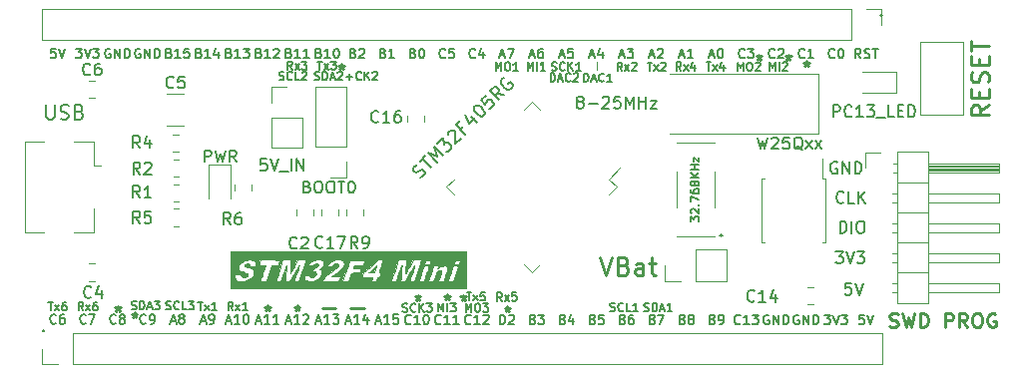
<source format=gbr>
%TF.GenerationSoftware,KiCad,Pcbnew,(5.1.10)-1*%
%TF.CreationDate,2021-08-29T21:18:51+07:00*%
%TF.ProjectId,stm32f405rgt6_Mini,73746d33-3266-4343-9035-726774365f4d,rev?*%
%TF.SameCoordinates,Original*%
%TF.FileFunction,Legend,Top*%
%TF.FilePolarity,Positive*%
%FSLAX46Y46*%
G04 Gerber Fmt 4.6, Leading zero omitted, Abs format (unit mm)*
G04 Created by KiCad (PCBNEW (5.1.10)-1) date 2021-08-29 21:18:51*
%MOMM*%
%LPD*%
G01*
G04 APERTURE LIST*
%ADD10C,0.125000*%
%ADD11C,0.150000*%
%ADD12C,0.250000*%
%ADD13C,0.180000*%
%ADD14C,0.200000*%
%ADD15C,0.010000*%
%ADD16C,0.120000*%
%ADD17C,0.100000*%
%ADD18C,0.230000*%
%ADD19C,0.175000*%
G04 APERTURE END LIST*
D10*
X119616220Y-84050297D02*
X119616220Y-83336011D01*
D11*
X115703813Y-85030746D02*
X115703813Y-84330746D01*
X115870480Y-84330746D01*
X115970480Y-84364080D01*
X116037146Y-84430746D01*
X116070480Y-84497413D01*
X116103813Y-84630746D01*
X116103813Y-84730746D01*
X116070480Y-84864080D01*
X116037146Y-84930746D01*
X115970480Y-84997413D01*
X115870480Y-85030746D01*
X115703813Y-85030746D01*
X116370480Y-84830746D02*
X116703813Y-84830746D01*
X116303813Y-85030746D02*
X116537146Y-84330746D01*
X116770480Y-85030746D01*
X117403813Y-84964080D02*
X117370480Y-84997413D01*
X117270480Y-85030746D01*
X117203813Y-85030746D01*
X117103813Y-84997413D01*
X117037146Y-84930746D01*
X117003813Y-84864080D01*
X116970480Y-84730746D01*
X116970480Y-84630746D01*
X117003813Y-84497413D01*
X117037146Y-84430746D01*
X117103813Y-84364080D01*
X117203813Y-84330746D01*
X117270480Y-84330746D01*
X117370480Y-84364080D01*
X117403813Y-84397413D01*
X117670480Y-84397413D02*
X117703813Y-84364080D01*
X117770480Y-84330746D01*
X117937146Y-84330746D01*
X118003813Y-84364080D01*
X118037146Y-84397413D01*
X118070480Y-84464080D01*
X118070480Y-84530746D01*
X118037146Y-84630746D01*
X117637146Y-85030746D01*
X118070480Y-85030746D01*
X118535913Y-85040906D02*
X118535913Y-84340906D01*
X118702580Y-84340906D01*
X118802580Y-84374240D01*
X118869246Y-84440906D01*
X118902580Y-84507573D01*
X118935913Y-84640906D01*
X118935913Y-84740906D01*
X118902580Y-84874240D01*
X118869246Y-84940906D01*
X118802580Y-85007573D01*
X118702580Y-85040906D01*
X118535913Y-85040906D01*
X119202580Y-84840906D02*
X119535913Y-84840906D01*
X119135913Y-85040906D02*
X119369246Y-84340906D01*
X119602580Y-85040906D01*
X120235913Y-84974240D02*
X120202580Y-85007573D01*
X120102580Y-85040906D01*
X120035913Y-85040906D01*
X119935913Y-85007573D01*
X119869246Y-84940906D01*
X119835913Y-84874240D01*
X119802580Y-84740906D01*
X119802580Y-84640906D01*
X119835913Y-84507573D01*
X119869246Y-84440906D01*
X119935913Y-84374240D01*
X120035913Y-84340906D01*
X120102580Y-84340906D01*
X120202580Y-84374240D01*
X120235913Y-84407573D01*
X120902580Y-85040906D02*
X120502580Y-85040906D01*
X120702580Y-85040906D02*
X120702580Y-84340906D01*
X120635913Y-84440906D01*
X120569246Y-84507573D01*
X120502580Y-84540906D01*
X108515266Y-104573506D02*
X108515266Y-103873506D01*
X108748600Y-104373506D01*
X108981933Y-103873506D01*
X108981933Y-104573506D01*
X109448600Y-103873506D02*
X109581933Y-103873506D01*
X109648600Y-103906840D01*
X109715266Y-103973506D01*
X109748600Y-104106840D01*
X109748600Y-104340173D01*
X109715266Y-104473506D01*
X109648600Y-104540173D01*
X109581933Y-104573506D01*
X109448600Y-104573506D01*
X109381933Y-104540173D01*
X109315266Y-104473506D01*
X109281933Y-104340173D01*
X109281933Y-104106840D01*
X109315266Y-103973506D01*
X109381933Y-103906840D01*
X109448600Y-103873506D01*
X109981933Y-103873506D02*
X110415266Y-103873506D01*
X110181933Y-104140173D01*
X110281933Y-104140173D01*
X110348600Y-104173506D01*
X110381933Y-104206840D01*
X110415266Y-104273506D01*
X110415266Y-104440173D01*
X110381933Y-104506840D01*
X110348600Y-104540173D01*
X110281933Y-104573506D01*
X110081933Y-104573506D01*
X110015266Y-104540173D01*
X109981933Y-104506840D01*
X106165106Y-104560806D02*
X106165106Y-103860806D01*
X106398440Y-104360806D01*
X106631773Y-103860806D01*
X106631773Y-104560806D01*
X106965106Y-104560806D02*
X106965106Y-103860806D01*
X107231773Y-103860806D02*
X107665106Y-103860806D01*
X107431773Y-104127473D01*
X107531773Y-104127473D01*
X107598440Y-104160806D01*
X107631773Y-104194140D01*
X107665106Y-104260806D01*
X107665106Y-104427473D01*
X107631773Y-104494140D01*
X107598440Y-104527473D01*
X107531773Y-104560806D01*
X107331773Y-104560806D01*
X107265106Y-104527473D01*
X107231773Y-104494140D01*
X103163206Y-104540173D02*
X103263206Y-104573506D01*
X103429873Y-104573506D01*
X103496540Y-104540173D01*
X103529873Y-104506840D01*
X103563206Y-104440173D01*
X103563206Y-104373506D01*
X103529873Y-104306840D01*
X103496540Y-104273506D01*
X103429873Y-104240173D01*
X103296540Y-104206840D01*
X103229873Y-104173506D01*
X103196540Y-104140173D01*
X103163206Y-104073506D01*
X103163206Y-104006840D01*
X103196540Y-103940173D01*
X103229873Y-103906840D01*
X103296540Y-103873506D01*
X103463206Y-103873506D01*
X103563206Y-103906840D01*
X104263206Y-104506840D02*
X104229873Y-104540173D01*
X104129873Y-104573506D01*
X104063206Y-104573506D01*
X103963206Y-104540173D01*
X103896540Y-104473506D01*
X103863206Y-104406840D01*
X103829873Y-104273506D01*
X103829873Y-104173506D01*
X103863206Y-104040173D01*
X103896540Y-103973506D01*
X103963206Y-103906840D01*
X104063206Y-103873506D01*
X104129873Y-103873506D01*
X104229873Y-103906840D01*
X104263206Y-103940173D01*
X104563206Y-104573506D02*
X104563206Y-103873506D01*
X104963206Y-104573506D02*
X104663206Y-104173506D01*
X104963206Y-103873506D02*
X104563206Y-104273506D01*
X105196540Y-103873506D02*
X105629873Y-103873506D01*
X105396540Y-104140173D01*
X105496540Y-104140173D01*
X105563206Y-104173506D01*
X105596540Y-104206840D01*
X105629873Y-104273506D01*
X105629873Y-104440173D01*
X105596540Y-104506840D01*
X105563206Y-104540173D01*
X105496540Y-104573506D01*
X105296540Y-104573506D01*
X105229873Y-104540173D01*
X105196540Y-104506840D01*
X98382300Y-84629460D02*
X98915633Y-84629460D01*
X98648966Y-84896126D02*
X98648966Y-84362793D01*
X99648966Y-84829460D02*
X99615633Y-84862793D01*
X99515633Y-84896126D01*
X99448966Y-84896126D01*
X99348966Y-84862793D01*
X99282300Y-84796126D01*
X99248966Y-84729460D01*
X99215633Y-84596126D01*
X99215633Y-84496126D01*
X99248966Y-84362793D01*
X99282300Y-84296126D01*
X99348966Y-84229460D01*
X99448966Y-84196126D01*
X99515633Y-84196126D01*
X99615633Y-84229460D01*
X99648966Y-84262793D01*
X99948966Y-84896126D02*
X99948966Y-84196126D01*
X100348966Y-84896126D02*
X100048966Y-84496126D01*
X100348966Y-84196126D02*
X99948966Y-84596126D01*
X100615633Y-84262793D02*
X100648966Y-84229460D01*
X100715633Y-84196126D01*
X100882300Y-84196126D01*
X100948966Y-84229460D01*
X100982300Y-84262793D01*
X101015633Y-84329460D01*
X101015633Y-84396126D01*
X100982300Y-84496126D01*
X100582300Y-84896126D01*
X101015633Y-84896126D01*
X134295606Y-84096026D02*
X134295606Y-83396026D01*
X134528940Y-83896026D01*
X134762273Y-83396026D01*
X134762273Y-84096026D01*
X135095606Y-84096026D02*
X135095606Y-83396026D01*
X135395606Y-83462693D02*
X135428940Y-83429360D01*
X135495606Y-83396026D01*
X135662273Y-83396026D01*
X135728940Y-83429360D01*
X135762273Y-83462693D01*
X135795606Y-83529360D01*
X135795606Y-83596026D01*
X135762273Y-83696026D01*
X135362273Y-84096026D01*
X135795606Y-84096026D01*
X131593706Y-84108726D02*
X131593706Y-83408726D01*
X131827040Y-83908726D01*
X132060373Y-83408726D01*
X132060373Y-84108726D01*
X132527040Y-83408726D02*
X132660373Y-83408726D01*
X132727040Y-83442060D01*
X132793706Y-83508726D01*
X132827040Y-83642060D01*
X132827040Y-83875393D01*
X132793706Y-84008726D01*
X132727040Y-84075393D01*
X132660373Y-84108726D01*
X132527040Y-84108726D01*
X132460373Y-84075393D01*
X132393706Y-84008726D01*
X132360373Y-83875393D01*
X132360373Y-83642060D01*
X132393706Y-83508726D01*
X132460373Y-83442060D01*
X132527040Y-83408726D01*
X133093706Y-83475393D02*
X133127040Y-83442060D01*
X133193706Y-83408726D01*
X133360373Y-83408726D01*
X133427040Y-83442060D01*
X133460373Y-83475393D01*
X133493706Y-83542060D01*
X133493706Y-83608726D01*
X133460373Y-83708726D01*
X133060373Y-84108726D01*
X133493706Y-84108726D01*
X111062886Y-84101106D02*
X111062886Y-83401106D01*
X111296220Y-83901106D01*
X111529553Y-83401106D01*
X111529553Y-84101106D01*
X111996220Y-83401106D02*
X112129553Y-83401106D01*
X112196220Y-83434440D01*
X112262886Y-83501106D01*
X112296220Y-83634440D01*
X112296220Y-83867773D01*
X112262886Y-84001106D01*
X112196220Y-84067773D01*
X112129553Y-84101106D01*
X111996220Y-84101106D01*
X111929553Y-84067773D01*
X111862886Y-84001106D01*
X111829553Y-83867773D01*
X111829553Y-83634440D01*
X111862886Y-83501106D01*
X111929553Y-83434440D01*
X111996220Y-83401106D01*
X112962886Y-84101106D02*
X112562886Y-84101106D01*
X112762886Y-84101106D02*
X112762886Y-83401106D01*
X112696220Y-83501106D01*
X112629553Y-83567773D01*
X112562886Y-83601106D01*
X113764786Y-84088406D02*
X113764786Y-83388406D01*
X113998120Y-83888406D01*
X114231453Y-83388406D01*
X114231453Y-84088406D01*
X114564786Y-84088406D02*
X114564786Y-83388406D01*
X115264786Y-84088406D02*
X114864786Y-84088406D01*
X115064786Y-84088406D02*
X115064786Y-83388406D01*
X114998120Y-83488406D01*
X114931453Y-83555073D01*
X114864786Y-83588406D01*
X115814946Y-84067773D02*
X115914946Y-84101106D01*
X116081613Y-84101106D01*
X116148280Y-84067773D01*
X116181613Y-84034440D01*
X116214946Y-83967773D01*
X116214946Y-83901106D01*
X116181613Y-83834440D01*
X116148280Y-83801106D01*
X116081613Y-83767773D01*
X115948280Y-83734440D01*
X115881613Y-83701106D01*
X115848280Y-83667773D01*
X115814946Y-83601106D01*
X115814946Y-83534440D01*
X115848280Y-83467773D01*
X115881613Y-83434440D01*
X115948280Y-83401106D01*
X116114946Y-83401106D01*
X116214946Y-83434440D01*
X116914946Y-84034440D02*
X116881613Y-84067773D01*
X116781613Y-84101106D01*
X116714946Y-84101106D01*
X116614946Y-84067773D01*
X116548280Y-84001106D01*
X116514946Y-83934440D01*
X116481613Y-83801106D01*
X116481613Y-83701106D01*
X116514946Y-83567773D01*
X116548280Y-83501106D01*
X116614946Y-83434440D01*
X116714946Y-83401106D01*
X116781613Y-83401106D01*
X116881613Y-83434440D01*
X116914946Y-83467773D01*
X117214946Y-84101106D02*
X117214946Y-83401106D01*
X117614946Y-84101106D02*
X117314946Y-83701106D01*
X117614946Y-83401106D02*
X117214946Y-83801106D01*
X118281613Y-84101106D02*
X117881613Y-84101106D01*
X118081613Y-84101106D02*
X118081613Y-83401106D01*
X118014946Y-83501106D01*
X117948280Y-83567773D01*
X117881613Y-83601106D01*
X80165246Y-104357293D02*
X80265246Y-104390626D01*
X80431913Y-104390626D01*
X80498580Y-104357293D01*
X80531913Y-104323960D01*
X80565246Y-104257293D01*
X80565246Y-104190626D01*
X80531913Y-104123960D01*
X80498580Y-104090626D01*
X80431913Y-104057293D01*
X80298580Y-104023960D01*
X80231913Y-103990626D01*
X80198580Y-103957293D01*
X80165246Y-103890626D01*
X80165246Y-103823960D01*
X80198580Y-103757293D01*
X80231913Y-103723960D01*
X80298580Y-103690626D01*
X80465246Y-103690626D01*
X80565246Y-103723960D01*
X80865246Y-104390626D02*
X80865246Y-103690626D01*
X81031913Y-103690626D01*
X81131913Y-103723960D01*
X81198580Y-103790626D01*
X81231913Y-103857293D01*
X81265246Y-103990626D01*
X81265246Y-104090626D01*
X81231913Y-104223960D01*
X81198580Y-104290626D01*
X81131913Y-104357293D01*
X81031913Y-104390626D01*
X80865246Y-104390626D01*
X81531913Y-104190626D02*
X81865246Y-104190626D01*
X81465246Y-104390626D02*
X81698580Y-103690626D01*
X81931913Y-104390626D01*
X82098580Y-103690626D02*
X82531913Y-103690626D01*
X82298580Y-103957293D01*
X82398580Y-103957293D01*
X82465246Y-103990626D01*
X82498580Y-104023960D01*
X82531913Y-104090626D01*
X82531913Y-104257293D01*
X82498580Y-104323960D01*
X82465246Y-104357293D01*
X82398580Y-104390626D01*
X82198580Y-104390626D01*
X82131913Y-104357293D01*
X82098580Y-104323960D01*
X83090213Y-104357293D02*
X83190213Y-104390626D01*
X83356880Y-104390626D01*
X83423546Y-104357293D01*
X83456880Y-104323960D01*
X83490213Y-104257293D01*
X83490213Y-104190626D01*
X83456880Y-104123960D01*
X83423546Y-104090626D01*
X83356880Y-104057293D01*
X83223546Y-104023960D01*
X83156880Y-103990626D01*
X83123546Y-103957293D01*
X83090213Y-103890626D01*
X83090213Y-103823960D01*
X83123546Y-103757293D01*
X83156880Y-103723960D01*
X83223546Y-103690626D01*
X83390213Y-103690626D01*
X83490213Y-103723960D01*
X84190213Y-104323960D02*
X84156880Y-104357293D01*
X84056880Y-104390626D01*
X83990213Y-104390626D01*
X83890213Y-104357293D01*
X83823546Y-104290626D01*
X83790213Y-104223960D01*
X83756880Y-104090626D01*
X83756880Y-103990626D01*
X83790213Y-103857293D01*
X83823546Y-103790626D01*
X83890213Y-103723960D01*
X83990213Y-103690626D01*
X84056880Y-103690626D01*
X84156880Y-103723960D01*
X84190213Y-103757293D01*
X84823546Y-104390626D02*
X84490213Y-104390626D01*
X84490213Y-103690626D01*
X84990213Y-103690626D02*
X85423546Y-103690626D01*
X85190213Y-103957293D01*
X85290213Y-103957293D01*
X85356880Y-103990626D01*
X85390213Y-104023960D01*
X85423546Y-104090626D01*
X85423546Y-104257293D01*
X85390213Y-104323960D01*
X85356880Y-104357293D01*
X85290213Y-104390626D01*
X85090213Y-104390626D01*
X85023546Y-104357293D01*
X84990213Y-104323960D01*
X92691413Y-84862793D02*
X92791413Y-84896126D01*
X92958080Y-84896126D01*
X93024746Y-84862793D01*
X93058080Y-84829460D01*
X93091413Y-84762793D01*
X93091413Y-84696126D01*
X93058080Y-84629460D01*
X93024746Y-84596126D01*
X92958080Y-84562793D01*
X92824746Y-84529460D01*
X92758080Y-84496126D01*
X92724746Y-84462793D01*
X92691413Y-84396126D01*
X92691413Y-84329460D01*
X92724746Y-84262793D01*
X92758080Y-84229460D01*
X92824746Y-84196126D01*
X92991413Y-84196126D01*
X93091413Y-84229460D01*
X93791413Y-84829460D02*
X93758080Y-84862793D01*
X93658080Y-84896126D01*
X93591413Y-84896126D01*
X93491413Y-84862793D01*
X93424746Y-84796126D01*
X93391413Y-84729460D01*
X93358080Y-84596126D01*
X93358080Y-84496126D01*
X93391413Y-84362793D01*
X93424746Y-84296126D01*
X93491413Y-84229460D01*
X93591413Y-84196126D01*
X93658080Y-84196126D01*
X93758080Y-84229460D01*
X93791413Y-84262793D01*
X94424746Y-84896126D02*
X94091413Y-84896126D01*
X94091413Y-84196126D01*
X94624746Y-84262793D02*
X94658080Y-84229460D01*
X94724746Y-84196126D01*
X94891413Y-84196126D01*
X94958080Y-84229460D01*
X94991413Y-84262793D01*
X95024746Y-84329460D01*
X95024746Y-84396126D01*
X94991413Y-84496126D01*
X94591413Y-84896126D01*
X95024746Y-84896126D01*
X95689726Y-84862793D02*
X95789726Y-84896126D01*
X95956393Y-84896126D01*
X96023060Y-84862793D01*
X96056393Y-84829460D01*
X96089726Y-84762793D01*
X96089726Y-84696126D01*
X96056393Y-84629460D01*
X96023060Y-84596126D01*
X95956393Y-84562793D01*
X95823060Y-84529460D01*
X95756393Y-84496126D01*
X95723060Y-84462793D01*
X95689726Y-84396126D01*
X95689726Y-84329460D01*
X95723060Y-84262793D01*
X95756393Y-84229460D01*
X95823060Y-84196126D01*
X95989726Y-84196126D01*
X96089726Y-84229460D01*
X96389726Y-84896126D02*
X96389726Y-84196126D01*
X96556393Y-84196126D01*
X96656393Y-84229460D01*
X96723060Y-84296126D01*
X96756393Y-84362793D01*
X96789726Y-84496126D01*
X96789726Y-84596126D01*
X96756393Y-84729460D01*
X96723060Y-84796126D01*
X96656393Y-84862793D01*
X96556393Y-84896126D01*
X96389726Y-84896126D01*
X97056393Y-84696126D02*
X97389726Y-84696126D01*
X96989726Y-84896126D02*
X97223060Y-84196126D01*
X97456393Y-84896126D01*
X97656393Y-84262793D02*
X97689726Y-84229460D01*
X97756393Y-84196126D01*
X97923060Y-84196126D01*
X97989726Y-84229460D01*
X98023060Y-84262793D01*
X98056393Y-84329460D01*
X98056393Y-84396126D01*
X98023060Y-84496126D01*
X97623060Y-84896126D01*
X98056393Y-84896126D01*
X123642426Y-104512233D02*
X123742426Y-104545566D01*
X123909093Y-104545566D01*
X123975760Y-104512233D01*
X124009093Y-104478900D01*
X124042426Y-104412233D01*
X124042426Y-104345566D01*
X124009093Y-104278900D01*
X123975760Y-104245566D01*
X123909093Y-104212233D01*
X123775760Y-104178900D01*
X123709093Y-104145566D01*
X123675760Y-104112233D01*
X123642426Y-104045566D01*
X123642426Y-103978900D01*
X123675760Y-103912233D01*
X123709093Y-103878900D01*
X123775760Y-103845566D01*
X123942426Y-103845566D01*
X124042426Y-103878900D01*
X124342426Y-104545566D02*
X124342426Y-103845566D01*
X124509093Y-103845566D01*
X124609093Y-103878900D01*
X124675760Y-103945566D01*
X124709093Y-104012233D01*
X124742426Y-104145566D01*
X124742426Y-104245566D01*
X124709093Y-104378900D01*
X124675760Y-104445566D01*
X124609093Y-104512233D01*
X124509093Y-104545566D01*
X124342426Y-104545566D01*
X125009093Y-104345566D02*
X125342426Y-104345566D01*
X124942426Y-104545566D02*
X125175760Y-103845566D01*
X125409093Y-104545566D01*
X126009093Y-104545566D02*
X125609093Y-104545566D01*
X125809093Y-104545566D02*
X125809093Y-103845566D01*
X125742426Y-103945566D01*
X125675760Y-104012233D01*
X125609093Y-104045566D01*
X120771113Y-104489373D02*
X120871113Y-104522706D01*
X121037780Y-104522706D01*
X121104446Y-104489373D01*
X121137780Y-104456040D01*
X121171113Y-104389373D01*
X121171113Y-104322706D01*
X121137780Y-104256040D01*
X121104446Y-104222706D01*
X121037780Y-104189373D01*
X120904446Y-104156040D01*
X120837780Y-104122706D01*
X120804446Y-104089373D01*
X120771113Y-104022706D01*
X120771113Y-103956040D01*
X120804446Y-103889373D01*
X120837780Y-103856040D01*
X120904446Y-103822706D01*
X121071113Y-103822706D01*
X121171113Y-103856040D01*
X121871113Y-104456040D02*
X121837780Y-104489373D01*
X121737780Y-104522706D01*
X121671113Y-104522706D01*
X121571113Y-104489373D01*
X121504446Y-104422706D01*
X121471113Y-104356040D01*
X121437780Y-104222706D01*
X121437780Y-104122706D01*
X121471113Y-103989373D01*
X121504446Y-103922706D01*
X121571113Y-103856040D01*
X121671113Y-103822706D01*
X121737780Y-103822706D01*
X121837780Y-103856040D01*
X121871113Y-103889373D01*
X122504446Y-104522706D02*
X122171113Y-104522706D01*
X122171113Y-103822706D01*
X123104446Y-104522706D02*
X122704446Y-104522706D01*
X122904446Y-104522706D02*
X122904446Y-103822706D01*
X122837780Y-103922706D01*
X122771113Y-103989373D01*
X122704446Y-104022706D01*
X111611460Y-103646406D02*
X111378126Y-103313073D01*
X111211460Y-103646406D02*
X111211460Y-102946406D01*
X111478126Y-102946406D01*
X111544793Y-102979740D01*
X111578126Y-103013073D01*
X111611460Y-103079740D01*
X111611460Y-103179740D01*
X111578126Y-103246406D01*
X111544793Y-103279740D01*
X111478126Y-103313073D01*
X111211460Y-103313073D01*
X111844793Y-103646406D02*
X112211460Y-103179740D01*
X111844793Y-103179740D02*
X112211460Y-103646406D01*
X112811460Y-102946406D02*
X112478126Y-102946406D01*
X112444793Y-103279740D01*
X112478126Y-103246406D01*
X112544793Y-103213073D01*
X112711460Y-103213073D01*
X112778126Y-103246406D01*
X112811460Y-103279740D01*
X112844793Y-103346406D01*
X112844793Y-103513073D01*
X112811460Y-103579740D01*
X112778126Y-103613073D01*
X112711460Y-103646406D01*
X112544793Y-103646406D01*
X112478126Y-103613073D01*
X112444793Y-103579740D01*
X108596373Y-102936246D02*
X108996373Y-102936246D01*
X108796373Y-103636246D02*
X108796373Y-102936246D01*
X109163040Y-103636246D02*
X109529706Y-103169580D01*
X109163040Y-103169580D02*
X109529706Y-103636246D01*
X110129706Y-102936246D02*
X109796373Y-102936246D01*
X109763040Y-103269580D01*
X109796373Y-103236246D01*
X109863040Y-103202913D01*
X110029706Y-103202913D01*
X110096373Y-103236246D01*
X110129706Y-103269580D01*
X110163040Y-103336246D01*
X110163040Y-103502913D01*
X110129706Y-103569580D01*
X110096373Y-103602913D01*
X110029706Y-103636246D01*
X109863040Y-103636246D01*
X109796373Y-103602913D01*
X109763040Y-103569580D01*
X128926533Y-83390946D02*
X129326533Y-83390946D01*
X129126533Y-84090946D02*
X129126533Y-83390946D01*
X129493200Y-84090946D02*
X129859866Y-83624280D01*
X129493200Y-83624280D02*
X129859866Y-84090946D01*
X130426533Y-83624280D02*
X130426533Y-84090946D01*
X130259866Y-83357613D02*
X130093200Y-83857613D01*
X130526533Y-83857613D01*
X126787960Y-84101106D02*
X126554626Y-83767773D01*
X126387960Y-84101106D02*
X126387960Y-83401106D01*
X126654626Y-83401106D01*
X126721293Y-83434440D01*
X126754626Y-83467773D01*
X126787960Y-83534440D01*
X126787960Y-83634440D01*
X126754626Y-83701106D01*
X126721293Y-83734440D01*
X126654626Y-83767773D01*
X126387960Y-83767773D01*
X127021293Y-84101106D02*
X127387960Y-83634440D01*
X127021293Y-83634440D02*
X127387960Y-84101106D01*
X127954626Y-83634440D02*
X127954626Y-84101106D01*
X127787960Y-83367773D02*
X127621293Y-83867773D01*
X128054626Y-83867773D01*
X95931933Y-83324906D02*
X96331933Y-83324906D01*
X96131933Y-84024906D02*
X96131933Y-83324906D01*
X96498600Y-84024906D02*
X96865266Y-83558240D01*
X96498600Y-83558240D02*
X96865266Y-84024906D01*
X97065266Y-83324906D02*
X97498600Y-83324906D01*
X97265266Y-83591573D01*
X97365266Y-83591573D01*
X97431933Y-83624906D01*
X97465266Y-83658240D01*
X97498600Y-83724906D01*
X97498600Y-83891573D01*
X97465266Y-83958240D01*
X97431933Y-83991573D01*
X97365266Y-84024906D01*
X97165266Y-84024906D01*
X97098600Y-83991573D01*
X97065266Y-83958240D01*
X93793360Y-84035066D02*
X93560026Y-83701733D01*
X93393360Y-84035066D02*
X93393360Y-83335066D01*
X93660026Y-83335066D01*
X93726693Y-83368400D01*
X93760026Y-83401733D01*
X93793360Y-83468400D01*
X93793360Y-83568400D01*
X93760026Y-83635066D01*
X93726693Y-83668400D01*
X93660026Y-83701733D01*
X93393360Y-83701733D01*
X94026693Y-84035066D02*
X94393360Y-83568400D01*
X94026693Y-83568400D02*
X94393360Y-84035066D01*
X94593360Y-83335066D02*
X95026693Y-83335066D01*
X94793360Y-83601733D01*
X94893360Y-83601733D01*
X94960026Y-83635066D01*
X94993360Y-83668400D01*
X95026693Y-83735066D01*
X95026693Y-83901733D01*
X94993360Y-83968400D01*
X94960026Y-84001733D01*
X94893360Y-84035066D01*
X94693360Y-84035066D01*
X94626693Y-84001733D01*
X94593360Y-83968400D01*
X121781620Y-84116346D02*
X121548286Y-83783013D01*
X121381620Y-84116346D02*
X121381620Y-83416346D01*
X121648286Y-83416346D01*
X121714953Y-83449680D01*
X121748286Y-83483013D01*
X121781620Y-83549680D01*
X121781620Y-83649680D01*
X121748286Y-83716346D01*
X121714953Y-83749680D01*
X121648286Y-83783013D01*
X121381620Y-83783013D01*
X122014953Y-84116346D02*
X122381620Y-83649680D01*
X122014953Y-83649680D02*
X122381620Y-84116346D01*
X122614953Y-83483013D02*
X122648286Y-83449680D01*
X122714953Y-83416346D01*
X122881620Y-83416346D01*
X122948286Y-83449680D01*
X122981620Y-83483013D01*
X123014953Y-83549680D01*
X123014953Y-83616346D01*
X122981620Y-83716346D01*
X122581620Y-84116346D01*
X123014953Y-84116346D01*
X123920193Y-83406186D02*
X124320193Y-83406186D01*
X124120193Y-84106186D02*
X124120193Y-83406186D01*
X124486860Y-84106186D02*
X124853526Y-83639520D01*
X124486860Y-83639520D02*
X124853526Y-84106186D01*
X125086860Y-83472853D02*
X125120193Y-83439520D01*
X125186860Y-83406186D01*
X125353526Y-83406186D01*
X125420193Y-83439520D01*
X125453526Y-83472853D01*
X125486860Y-83539520D01*
X125486860Y-83606186D01*
X125453526Y-83706186D01*
X125053526Y-84106186D01*
X125486860Y-84106186D01*
X88766700Y-104474446D02*
X88533366Y-104141113D01*
X88366700Y-104474446D02*
X88366700Y-103774446D01*
X88633366Y-103774446D01*
X88700033Y-103807780D01*
X88733366Y-103841113D01*
X88766700Y-103907780D01*
X88766700Y-104007780D01*
X88733366Y-104074446D01*
X88700033Y-104107780D01*
X88633366Y-104141113D01*
X88366700Y-104141113D01*
X89000033Y-104474446D02*
X89366700Y-104007780D01*
X89000033Y-104007780D02*
X89366700Y-104474446D01*
X90000033Y-104474446D02*
X89600033Y-104474446D01*
X89800033Y-104474446D02*
X89800033Y-103774446D01*
X89733366Y-103874446D01*
X89666700Y-103941113D01*
X89600033Y-103974446D01*
X85812573Y-103771906D02*
X86212573Y-103771906D01*
X86012573Y-104471906D02*
X86012573Y-103771906D01*
X86379240Y-104471906D02*
X86745906Y-104005240D01*
X86379240Y-104005240D02*
X86745906Y-104471906D01*
X87379240Y-104471906D02*
X86979240Y-104471906D01*
X87179240Y-104471906D02*
X87179240Y-103771906D01*
X87112573Y-103871906D01*
X87045906Y-103938573D01*
X86979240Y-103971906D01*
X76056540Y-104471906D02*
X75823206Y-104138573D01*
X75656540Y-104471906D02*
X75656540Y-103771906D01*
X75923206Y-103771906D01*
X75989873Y-103805240D01*
X76023206Y-103838573D01*
X76056540Y-103905240D01*
X76056540Y-104005240D01*
X76023206Y-104071906D01*
X75989873Y-104105240D01*
X75923206Y-104138573D01*
X75656540Y-104138573D01*
X76289873Y-104471906D02*
X76656540Y-104005240D01*
X76289873Y-104005240D02*
X76656540Y-104471906D01*
X77223206Y-103771906D02*
X77089873Y-103771906D01*
X77023206Y-103805240D01*
X76989873Y-103838573D01*
X76923206Y-103938573D01*
X76889873Y-104071906D01*
X76889873Y-104338573D01*
X76923206Y-104405240D01*
X76956540Y-104438573D01*
X77023206Y-104471906D01*
X77156540Y-104471906D01*
X77223206Y-104438573D01*
X77256540Y-104405240D01*
X77289873Y-104338573D01*
X77289873Y-104171906D01*
X77256540Y-104105240D01*
X77223206Y-104071906D01*
X77156540Y-104038573D01*
X77023206Y-104038573D01*
X76956540Y-104071906D01*
X76923206Y-104105240D01*
X76889873Y-104171906D01*
X73102413Y-103769366D02*
X73502413Y-103769366D01*
X73302413Y-104469366D02*
X73302413Y-103769366D01*
X73669080Y-104469366D02*
X74035746Y-104002700D01*
X73669080Y-104002700D02*
X74035746Y-104469366D01*
X74602413Y-103769366D02*
X74469080Y-103769366D01*
X74402413Y-103802700D01*
X74369080Y-103836033D01*
X74302413Y-103936033D01*
X74269080Y-104069366D01*
X74269080Y-104336033D01*
X74302413Y-104402700D01*
X74335746Y-104436033D01*
X74402413Y-104469366D01*
X74535746Y-104469366D01*
X74602413Y-104436033D01*
X74635746Y-104402700D01*
X74669080Y-104336033D01*
X74669080Y-104169366D01*
X74635746Y-104102700D01*
X74602413Y-104069366D01*
X74535746Y-104036033D01*
X74402413Y-104036033D01*
X74335746Y-104069366D01*
X74302413Y-104102700D01*
X74269080Y-104169366D01*
D12*
X98760351Y-104296459D02*
X99903208Y-104296459D01*
X97950020Y-83554320D02*
X97950020Y-83792416D01*
X97711924Y-83697178D02*
X97950020Y-83792416D01*
X98188115Y-83697178D01*
X97807162Y-83982892D02*
X97950020Y-83792416D01*
X98092877Y-83982892D01*
X112049560Y-104092760D02*
X112049560Y-104330856D01*
X111811464Y-104235618D02*
X112049560Y-104330856D01*
X112287655Y-104235618D01*
X111906702Y-104521332D02*
X112049560Y-104330856D01*
X112192417Y-104521332D01*
X108308140Y-103140260D02*
X108308140Y-103378356D01*
X108070044Y-103283118D02*
X108308140Y-103378356D01*
X108546235Y-103283118D01*
X108165282Y-103568832D02*
X108308140Y-103378356D01*
X108450997Y-103568832D01*
X106949240Y-103119940D02*
X106949240Y-103358036D01*
X106711144Y-103262798D02*
X106949240Y-103358036D01*
X107187335Y-103262798D01*
X106806382Y-103548512D02*
X106949240Y-103358036D01*
X107092097Y-103548512D01*
X104449880Y-103140260D02*
X104449880Y-103378356D01*
X104211784Y-103283118D02*
X104449880Y-103378356D01*
X104687975Y-103283118D01*
X104307022Y-103568832D02*
X104449880Y-103378356D01*
X104592737Y-103568832D01*
X137419080Y-83280000D02*
X137419080Y-83518096D01*
X137180984Y-83422858D02*
X137419080Y-83518096D01*
X137657175Y-83422858D01*
X137276222Y-83708572D02*
X137419080Y-83518096D01*
X137561937Y-83708572D01*
X135869680Y-82738980D02*
X135869680Y-82977076D01*
X135631584Y-82881838D02*
X135869680Y-82977076D01*
X136107775Y-82881838D01*
X135726822Y-83167552D02*
X135869680Y-82977076D01*
X136012537Y-83167552D01*
X133390640Y-82744060D02*
X133390640Y-82982156D01*
X133152544Y-82886918D02*
X133390640Y-82982156D01*
X133628735Y-82886918D01*
X133247782Y-83172632D02*
X133390640Y-82982156D01*
X133533497Y-83172632D01*
X80396080Y-104623620D02*
X80396080Y-104861716D01*
X80157984Y-104766478D02*
X80396080Y-104861716D01*
X80634175Y-104766478D01*
X80253222Y-105052192D02*
X80396080Y-104861716D01*
X80538937Y-105052192D01*
X79009240Y-104072440D02*
X79009240Y-104310536D01*
X78771144Y-104215298D02*
X79009240Y-104310536D01*
X79247335Y-104215298D01*
X78866382Y-104501012D02*
X79009240Y-104310536D01*
X79152097Y-104501012D01*
X94203520Y-104019100D02*
X94203520Y-104257196D01*
X93965424Y-104161958D02*
X94203520Y-104257196D01*
X94441615Y-104161958D01*
X94060662Y-104447672D02*
X94203520Y-104257196D01*
X94346377Y-104447672D01*
X91683840Y-104036880D02*
X91683840Y-104274976D01*
X91445744Y-104179738D02*
X91683840Y-104274976D01*
X91921935Y-104179738D01*
X91540982Y-104465452D02*
X91683840Y-104274976D01*
X91826697Y-104465452D01*
X96347351Y-104296459D02*
X97490208Y-104296459D01*
D13*
X142030504Y-83038904D02*
X141763838Y-82657952D01*
X141573361Y-83038904D02*
X141573361Y-82238904D01*
X141878123Y-82238904D01*
X141954314Y-82277000D01*
X141992409Y-82315095D01*
X142030504Y-82391285D01*
X142030504Y-82505571D01*
X141992409Y-82581761D01*
X141954314Y-82619857D01*
X141878123Y-82657952D01*
X141573361Y-82657952D01*
X142335266Y-83000809D02*
X142449552Y-83038904D01*
X142640028Y-83038904D01*
X142716219Y-83000809D01*
X142754314Y-82962714D01*
X142792409Y-82886523D01*
X142792409Y-82810333D01*
X142754314Y-82734142D01*
X142716219Y-82696047D01*
X142640028Y-82657952D01*
X142487647Y-82619857D01*
X142411457Y-82581761D01*
X142373361Y-82543666D01*
X142335266Y-82467476D01*
X142335266Y-82391285D01*
X142373361Y-82315095D01*
X142411457Y-82277000D01*
X142487647Y-82238904D01*
X142678123Y-82238904D01*
X142792409Y-82277000D01*
X143020980Y-82238904D02*
X143478123Y-82238904D01*
X143249552Y-83038904D02*
X143249552Y-82238904D01*
X139795266Y-82962714D02*
X139757171Y-83000809D01*
X139642885Y-83038904D01*
X139566695Y-83038904D01*
X139452409Y-83000809D01*
X139376219Y-82924619D01*
X139338123Y-82848428D01*
X139300028Y-82696047D01*
X139300028Y-82581761D01*
X139338123Y-82429380D01*
X139376219Y-82353190D01*
X139452409Y-82277000D01*
X139566695Y-82238904D01*
X139642885Y-82238904D01*
X139757171Y-82277000D01*
X139795266Y-82315095D01*
X140290504Y-82238904D02*
X140366695Y-82238904D01*
X140442885Y-82277000D01*
X140480980Y-82315095D01*
X140519076Y-82391285D01*
X140557171Y-82543666D01*
X140557171Y-82734142D01*
X140519076Y-82886523D01*
X140480980Y-82962714D01*
X140442885Y-83000809D01*
X140366695Y-83038904D01*
X140290504Y-83038904D01*
X140214314Y-83000809D01*
X140176219Y-82962714D01*
X140138123Y-82886523D01*
X140100028Y-82734142D01*
X140100028Y-82543666D01*
X140138123Y-82391285D01*
X140176219Y-82315095D01*
X140214314Y-82277000D01*
X140290504Y-82238904D01*
X137255266Y-82962714D02*
X137217171Y-83000809D01*
X137102885Y-83038904D01*
X137026695Y-83038904D01*
X136912409Y-83000809D01*
X136836219Y-82924619D01*
X136798123Y-82848428D01*
X136760028Y-82696047D01*
X136760028Y-82581761D01*
X136798123Y-82429380D01*
X136836219Y-82353190D01*
X136912409Y-82277000D01*
X137026695Y-82238904D01*
X137102885Y-82238904D01*
X137217171Y-82277000D01*
X137255266Y-82315095D01*
X138017171Y-83038904D02*
X137560028Y-83038904D01*
X137788600Y-83038904D02*
X137788600Y-82238904D01*
X137712409Y-82353190D01*
X137636219Y-82429380D01*
X137560028Y-82467476D01*
X134715266Y-82962714D02*
X134677171Y-83000809D01*
X134562885Y-83038904D01*
X134486695Y-83038904D01*
X134372409Y-83000809D01*
X134296219Y-82924619D01*
X134258123Y-82848428D01*
X134220028Y-82696047D01*
X134220028Y-82581761D01*
X134258123Y-82429380D01*
X134296219Y-82353190D01*
X134372409Y-82277000D01*
X134486695Y-82238904D01*
X134562885Y-82238904D01*
X134677171Y-82277000D01*
X134715266Y-82315095D01*
X135020028Y-82315095D02*
X135058123Y-82277000D01*
X135134314Y-82238904D01*
X135324790Y-82238904D01*
X135400980Y-82277000D01*
X135439076Y-82315095D01*
X135477171Y-82391285D01*
X135477171Y-82467476D01*
X135439076Y-82581761D01*
X134981933Y-83038904D01*
X135477171Y-83038904D01*
X132175266Y-82962714D02*
X132137171Y-83000809D01*
X132022885Y-83038904D01*
X131946695Y-83038904D01*
X131832409Y-83000809D01*
X131756219Y-82924619D01*
X131718123Y-82848428D01*
X131680028Y-82696047D01*
X131680028Y-82581761D01*
X131718123Y-82429380D01*
X131756219Y-82353190D01*
X131832409Y-82277000D01*
X131946695Y-82238904D01*
X132022885Y-82238904D01*
X132137171Y-82277000D01*
X132175266Y-82315095D01*
X132441933Y-82238904D02*
X132937171Y-82238904D01*
X132670504Y-82543666D01*
X132784790Y-82543666D01*
X132860980Y-82581761D01*
X132899076Y-82619857D01*
X132937171Y-82696047D01*
X132937171Y-82886523D01*
X132899076Y-82962714D01*
X132860980Y-83000809D01*
X132784790Y-83038904D01*
X132556219Y-83038904D01*
X132480028Y-83000809D01*
X132441933Y-82962714D01*
X129197171Y-82810333D02*
X129578123Y-82810333D01*
X129120980Y-83038904D02*
X129387647Y-82238904D01*
X129654314Y-83038904D01*
X130073361Y-82238904D02*
X130149552Y-82238904D01*
X130225742Y-82277000D01*
X130263838Y-82315095D01*
X130301933Y-82391285D01*
X130340028Y-82543666D01*
X130340028Y-82734142D01*
X130301933Y-82886523D01*
X130263838Y-82962714D01*
X130225742Y-83000809D01*
X130149552Y-83038904D01*
X130073361Y-83038904D01*
X129997171Y-83000809D01*
X129959076Y-82962714D01*
X129920980Y-82886523D01*
X129882885Y-82734142D01*
X129882885Y-82543666D01*
X129920980Y-82391285D01*
X129959076Y-82315095D01*
X129997171Y-82277000D01*
X130073361Y-82238904D01*
X126657171Y-82810333D02*
X127038123Y-82810333D01*
X126580980Y-83038904D02*
X126847647Y-82238904D01*
X127114314Y-83038904D01*
X127800028Y-83038904D02*
X127342885Y-83038904D01*
X127571457Y-83038904D02*
X127571457Y-82238904D01*
X127495266Y-82353190D01*
X127419076Y-82429380D01*
X127342885Y-82467476D01*
X124117171Y-82810333D02*
X124498123Y-82810333D01*
X124040980Y-83038904D02*
X124307647Y-82238904D01*
X124574314Y-83038904D01*
X124802885Y-82315095D02*
X124840980Y-82277000D01*
X124917171Y-82238904D01*
X125107647Y-82238904D01*
X125183838Y-82277000D01*
X125221933Y-82315095D01*
X125260028Y-82391285D01*
X125260028Y-82467476D01*
X125221933Y-82581761D01*
X124764790Y-83038904D01*
X125260028Y-83038904D01*
X121577171Y-82810333D02*
X121958123Y-82810333D01*
X121500980Y-83038904D02*
X121767647Y-82238904D01*
X122034314Y-83038904D01*
X122224790Y-82238904D02*
X122720028Y-82238904D01*
X122453361Y-82543666D01*
X122567647Y-82543666D01*
X122643838Y-82581761D01*
X122681933Y-82619857D01*
X122720028Y-82696047D01*
X122720028Y-82886523D01*
X122681933Y-82962714D01*
X122643838Y-83000809D01*
X122567647Y-83038904D01*
X122339076Y-83038904D01*
X122262885Y-83000809D01*
X122224790Y-82962714D01*
X119037171Y-82810333D02*
X119418123Y-82810333D01*
X118960980Y-83038904D02*
X119227647Y-82238904D01*
X119494314Y-83038904D01*
X120103838Y-82505571D02*
X120103838Y-83038904D01*
X119913361Y-82200809D02*
X119722885Y-82772238D01*
X120218123Y-82772238D01*
X116497171Y-82810333D02*
X116878123Y-82810333D01*
X116420980Y-83038904D02*
X116687647Y-82238904D01*
X116954314Y-83038904D01*
X117601933Y-82238904D02*
X117220980Y-82238904D01*
X117182885Y-82619857D01*
X117220980Y-82581761D01*
X117297171Y-82543666D01*
X117487647Y-82543666D01*
X117563838Y-82581761D01*
X117601933Y-82619857D01*
X117640028Y-82696047D01*
X117640028Y-82886523D01*
X117601933Y-82962714D01*
X117563838Y-83000809D01*
X117487647Y-83038904D01*
X117297171Y-83038904D01*
X117220980Y-83000809D01*
X117182885Y-82962714D01*
X113957171Y-82810333D02*
X114338123Y-82810333D01*
X113880980Y-83038904D02*
X114147647Y-82238904D01*
X114414314Y-83038904D01*
X115023838Y-82238904D02*
X114871457Y-82238904D01*
X114795266Y-82277000D01*
X114757171Y-82315095D01*
X114680980Y-82429380D01*
X114642885Y-82581761D01*
X114642885Y-82886523D01*
X114680980Y-82962714D01*
X114719076Y-83000809D01*
X114795266Y-83038904D01*
X114947647Y-83038904D01*
X115023838Y-83000809D01*
X115061933Y-82962714D01*
X115100028Y-82886523D01*
X115100028Y-82696047D01*
X115061933Y-82619857D01*
X115023838Y-82581761D01*
X114947647Y-82543666D01*
X114795266Y-82543666D01*
X114719076Y-82581761D01*
X114680980Y-82619857D01*
X114642885Y-82696047D01*
X111417171Y-82810333D02*
X111798123Y-82810333D01*
X111340980Y-83038904D02*
X111607647Y-82238904D01*
X111874314Y-83038904D01*
X112064790Y-82238904D02*
X112598123Y-82238904D01*
X112255266Y-83038904D01*
X109315266Y-82962714D02*
X109277171Y-83000809D01*
X109162885Y-83038904D01*
X109086695Y-83038904D01*
X108972409Y-83000809D01*
X108896219Y-82924619D01*
X108858123Y-82848428D01*
X108820028Y-82696047D01*
X108820028Y-82581761D01*
X108858123Y-82429380D01*
X108896219Y-82353190D01*
X108972409Y-82277000D01*
X109086695Y-82238904D01*
X109162885Y-82238904D01*
X109277171Y-82277000D01*
X109315266Y-82315095D01*
X110000980Y-82505571D02*
X110000980Y-83038904D01*
X109810504Y-82200809D02*
X109620028Y-82772238D01*
X110115266Y-82772238D01*
X106775266Y-82962714D02*
X106737171Y-83000809D01*
X106622885Y-83038904D01*
X106546695Y-83038904D01*
X106432409Y-83000809D01*
X106356219Y-82924619D01*
X106318123Y-82848428D01*
X106280028Y-82696047D01*
X106280028Y-82581761D01*
X106318123Y-82429380D01*
X106356219Y-82353190D01*
X106432409Y-82277000D01*
X106546695Y-82238904D01*
X106622885Y-82238904D01*
X106737171Y-82277000D01*
X106775266Y-82315095D01*
X107499076Y-82238904D02*
X107118123Y-82238904D01*
X107080028Y-82619857D01*
X107118123Y-82581761D01*
X107194314Y-82543666D01*
X107384790Y-82543666D01*
X107460980Y-82581761D01*
X107499076Y-82619857D01*
X107537171Y-82696047D01*
X107537171Y-82886523D01*
X107499076Y-82962714D01*
X107460980Y-83000809D01*
X107384790Y-83038904D01*
X107194314Y-83038904D01*
X107118123Y-83000809D01*
X107080028Y-82962714D01*
X104044790Y-82619857D02*
X104159076Y-82657952D01*
X104197171Y-82696047D01*
X104235266Y-82772238D01*
X104235266Y-82886523D01*
X104197171Y-82962714D01*
X104159076Y-83000809D01*
X104082885Y-83038904D01*
X103778123Y-83038904D01*
X103778123Y-82238904D01*
X104044790Y-82238904D01*
X104120980Y-82277000D01*
X104159076Y-82315095D01*
X104197171Y-82391285D01*
X104197171Y-82467476D01*
X104159076Y-82543666D01*
X104120980Y-82581761D01*
X104044790Y-82619857D01*
X103778123Y-82619857D01*
X104730504Y-82238904D02*
X104806695Y-82238904D01*
X104882885Y-82277000D01*
X104920980Y-82315095D01*
X104959076Y-82391285D01*
X104997171Y-82543666D01*
X104997171Y-82734142D01*
X104959076Y-82886523D01*
X104920980Y-82962714D01*
X104882885Y-83000809D01*
X104806695Y-83038904D01*
X104730504Y-83038904D01*
X104654314Y-83000809D01*
X104616219Y-82962714D01*
X104578123Y-82886523D01*
X104540028Y-82734142D01*
X104540028Y-82543666D01*
X104578123Y-82391285D01*
X104616219Y-82315095D01*
X104654314Y-82277000D01*
X104730504Y-82238904D01*
X101504790Y-82619857D02*
X101619076Y-82657952D01*
X101657171Y-82696047D01*
X101695266Y-82772238D01*
X101695266Y-82886523D01*
X101657171Y-82962714D01*
X101619076Y-83000809D01*
X101542885Y-83038904D01*
X101238123Y-83038904D01*
X101238123Y-82238904D01*
X101504790Y-82238904D01*
X101580980Y-82277000D01*
X101619076Y-82315095D01*
X101657171Y-82391285D01*
X101657171Y-82467476D01*
X101619076Y-82543666D01*
X101580980Y-82581761D01*
X101504790Y-82619857D01*
X101238123Y-82619857D01*
X102457171Y-83038904D02*
X102000028Y-83038904D01*
X102228600Y-83038904D02*
X102228600Y-82238904D01*
X102152409Y-82353190D01*
X102076219Y-82429380D01*
X102000028Y-82467476D01*
X98964790Y-82619857D02*
X99079076Y-82657952D01*
X99117171Y-82696047D01*
X99155266Y-82772238D01*
X99155266Y-82886523D01*
X99117171Y-82962714D01*
X99079076Y-83000809D01*
X99002885Y-83038904D01*
X98698123Y-83038904D01*
X98698123Y-82238904D01*
X98964790Y-82238904D01*
X99040980Y-82277000D01*
X99079076Y-82315095D01*
X99117171Y-82391285D01*
X99117171Y-82467476D01*
X99079076Y-82543666D01*
X99040980Y-82581761D01*
X98964790Y-82619857D01*
X98698123Y-82619857D01*
X99460028Y-82315095D02*
X99498123Y-82277000D01*
X99574314Y-82238904D01*
X99764790Y-82238904D01*
X99840980Y-82277000D01*
X99879076Y-82315095D01*
X99917171Y-82391285D01*
X99917171Y-82467476D01*
X99879076Y-82581761D01*
X99421933Y-83038904D01*
X99917171Y-83038904D01*
X96043838Y-82619857D02*
X96158123Y-82657952D01*
X96196219Y-82696047D01*
X96234314Y-82772238D01*
X96234314Y-82886523D01*
X96196219Y-82962714D01*
X96158123Y-83000809D01*
X96081933Y-83038904D01*
X95777171Y-83038904D01*
X95777171Y-82238904D01*
X96043838Y-82238904D01*
X96120028Y-82277000D01*
X96158123Y-82315095D01*
X96196219Y-82391285D01*
X96196219Y-82467476D01*
X96158123Y-82543666D01*
X96120028Y-82581761D01*
X96043838Y-82619857D01*
X95777171Y-82619857D01*
X96996219Y-83038904D02*
X96539076Y-83038904D01*
X96767647Y-83038904D02*
X96767647Y-82238904D01*
X96691457Y-82353190D01*
X96615266Y-82429380D01*
X96539076Y-82467476D01*
X97491457Y-82238904D02*
X97567647Y-82238904D01*
X97643838Y-82277000D01*
X97681933Y-82315095D01*
X97720028Y-82391285D01*
X97758123Y-82543666D01*
X97758123Y-82734142D01*
X97720028Y-82886523D01*
X97681933Y-82962714D01*
X97643838Y-83000809D01*
X97567647Y-83038904D01*
X97491457Y-83038904D01*
X97415266Y-83000809D01*
X97377171Y-82962714D01*
X97339076Y-82886523D01*
X97300980Y-82734142D01*
X97300980Y-82543666D01*
X97339076Y-82391285D01*
X97377171Y-82315095D01*
X97415266Y-82277000D01*
X97491457Y-82238904D01*
X93503838Y-82619857D02*
X93618123Y-82657952D01*
X93656219Y-82696047D01*
X93694314Y-82772238D01*
X93694314Y-82886523D01*
X93656219Y-82962714D01*
X93618123Y-83000809D01*
X93541933Y-83038904D01*
X93237171Y-83038904D01*
X93237171Y-82238904D01*
X93503838Y-82238904D01*
X93580028Y-82277000D01*
X93618123Y-82315095D01*
X93656219Y-82391285D01*
X93656219Y-82467476D01*
X93618123Y-82543666D01*
X93580028Y-82581761D01*
X93503838Y-82619857D01*
X93237171Y-82619857D01*
X94456219Y-83038904D02*
X93999076Y-83038904D01*
X94227647Y-83038904D02*
X94227647Y-82238904D01*
X94151457Y-82353190D01*
X94075266Y-82429380D01*
X93999076Y-82467476D01*
X95218123Y-83038904D02*
X94760980Y-83038904D01*
X94989552Y-83038904D02*
X94989552Y-82238904D01*
X94913361Y-82353190D01*
X94837171Y-82429380D01*
X94760980Y-82467476D01*
X90963838Y-82619857D02*
X91078123Y-82657952D01*
X91116219Y-82696047D01*
X91154314Y-82772238D01*
X91154314Y-82886523D01*
X91116219Y-82962714D01*
X91078123Y-83000809D01*
X91001933Y-83038904D01*
X90697171Y-83038904D01*
X90697171Y-82238904D01*
X90963838Y-82238904D01*
X91040028Y-82277000D01*
X91078123Y-82315095D01*
X91116219Y-82391285D01*
X91116219Y-82467476D01*
X91078123Y-82543666D01*
X91040028Y-82581761D01*
X90963838Y-82619857D01*
X90697171Y-82619857D01*
X91916219Y-83038904D02*
X91459076Y-83038904D01*
X91687647Y-83038904D02*
X91687647Y-82238904D01*
X91611457Y-82353190D01*
X91535266Y-82429380D01*
X91459076Y-82467476D01*
X92220980Y-82315095D02*
X92259076Y-82277000D01*
X92335266Y-82238904D01*
X92525742Y-82238904D01*
X92601933Y-82277000D01*
X92640028Y-82315095D01*
X92678123Y-82391285D01*
X92678123Y-82467476D01*
X92640028Y-82581761D01*
X92182885Y-83038904D01*
X92678123Y-83038904D01*
X88423838Y-82619857D02*
X88538123Y-82657952D01*
X88576219Y-82696047D01*
X88614314Y-82772238D01*
X88614314Y-82886523D01*
X88576219Y-82962714D01*
X88538123Y-83000809D01*
X88461933Y-83038904D01*
X88157171Y-83038904D01*
X88157171Y-82238904D01*
X88423838Y-82238904D01*
X88500028Y-82277000D01*
X88538123Y-82315095D01*
X88576219Y-82391285D01*
X88576219Y-82467476D01*
X88538123Y-82543666D01*
X88500028Y-82581761D01*
X88423838Y-82619857D01*
X88157171Y-82619857D01*
X89376219Y-83038904D02*
X88919076Y-83038904D01*
X89147647Y-83038904D02*
X89147647Y-82238904D01*
X89071457Y-82353190D01*
X88995266Y-82429380D01*
X88919076Y-82467476D01*
X89642885Y-82238904D02*
X90138123Y-82238904D01*
X89871457Y-82543666D01*
X89985742Y-82543666D01*
X90061933Y-82581761D01*
X90100028Y-82619857D01*
X90138123Y-82696047D01*
X90138123Y-82886523D01*
X90100028Y-82962714D01*
X90061933Y-83000809D01*
X89985742Y-83038904D01*
X89757171Y-83038904D01*
X89680980Y-83000809D01*
X89642885Y-82962714D01*
X85883838Y-82619857D02*
X85998123Y-82657952D01*
X86036219Y-82696047D01*
X86074314Y-82772238D01*
X86074314Y-82886523D01*
X86036219Y-82962714D01*
X85998123Y-83000809D01*
X85921933Y-83038904D01*
X85617171Y-83038904D01*
X85617171Y-82238904D01*
X85883838Y-82238904D01*
X85960028Y-82277000D01*
X85998123Y-82315095D01*
X86036219Y-82391285D01*
X86036219Y-82467476D01*
X85998123Y-82543666D01*
X85960028Y-82581761D01*
X85883838Y-82619857D01*
X85617171Y-82619857D01*
X86836219Y-83038904D02*
X86379076Y-83038904D01*
X86607647Y-83038904D02*
X86607647Y-82238904D01*
X86531457Y-82353190D01*
X86455266Y-82429380D01*
X86379076Y-82467476D01*
X87521933Y-82505571D02*
X87521933Y-83038904D01*
X87331457Y-82200809D02*
X87140980Y-82772238D01*
X87636219Y-82772238D01*
X83343838Y-82619857D02*
X83458123Y-82657952D01*
X83496219Y-82696047D01*
X83534314Y-82772238D01*
X83534314Y-82886523D01*
X83496219Y-82962714D01*
X83458123Y-83000809D01*
X83381933Y-83038904D01*
X83077171Y-83038904D01*
X83077171Y-82238904D01*
X83343838Y-82238904D01*
X83420028Y-82277000D01*
X83458123Y-82315095D01*
X83496219Y-82391285D01*
X83496219Y-82467476D01*
X83458123Y-82543666D01*
X83420028Y-82581761D01*
X83343838Y-82619857D01*
X83077171Y-82619857D01*
X84296219Y-83038904D02*
X83839076Y-83038904D01*
X84067647Y-83038904D02*
X84067647Y-82238904D01*
X83991457Y-82353190D01*
X83915266Y-82429380D01*
X83839076Y-82467476D01*
X85020028Y-82238904D02*
X84639076Y-82238904D01*
X84600980Y-82619857D01*
X84639076Y-82581761D01*
X84715266Y-82543666D01*
X84905742Y-82543666D01*
X84981933Y-82581761D01*
X85020028Y-82619857D01*
X85058123Y-82696047D01*
X85058123Y-82886523D01*
X85020028Y-82962714D01*
X84981933Y-83000809D01*
X84905742Y-83038904D01*
X84715266Y-83038904D01*
X84639076Y-83000809D01*
X84600980Y-82962714D01*
X80899076Y-82277000D02*
X80822885Y-82238904D01*
X80708600Y-82238904D01*
X80594314Y-82277000D01*
X80518123Y-82353190D01*
X80480028Y-82429380D01*
X80441933Y-82581761D01*
X80441933Y-82696047D01*
X80480028Y-82848428D01*
X80518123Y-82924619D01*
X80594314Y-83000809D01*
X80708600Y-83038904D01*
X80784790Y-83038904D01*
X80899076Y-83000809D01*
X80937171Y-82962714D01*
X80937171Y-82696047D01*
X80784790Y-82696047D01*
X81280028Y-83038904D02*
X81280028Y-82238904D01*
X81737171Y-83038904D01*
X81737171Y-82238904D01*
X82118123Y-83038904D02*
X82118123Y-82238904D01*
X82308600Y-82238904D01*
X82422885Y-82277000D01*
X82499076Y-82353190D01*
X82537171Y-82429380D01*
X82575266Y-82581761D01*
X82575266Y-82696047D01*
X82537171Y-82848428D01*
X82499076Y-82924619D01*
X82422885Y-83000809D01*
X82308600Y-83038904D01*
X82118123Y-83038904D01*
X78359076Y-82277000D02*
X78282885Y-82238904D01*
X78168600Y-82238904D01*
X78054314Y-82277000D01*
X77978123Y-82353190D01*
X77940028Y-82429380D01*
X77901933Y-82581761D01*
X77901933Y-82696047D01*
X77940028Y-82848428D01*
X77978123Y-82924619D01*
X78054314Y-83000809D01*
X78168600Y-83038904D01*
X78244790Y-83038904D01*
X78359076Y-83000809D01*
X78397171Y-82962714D01*
X78397171Y-82696047D01*
X78244790Y-82696047D01*
X78740028Y-83038904D02*
X78740028Y-82238904D01*
X79197171Y-83038904D01*
X79197171Y-82238904D01*
X79578123Y-83038904D02*
X79578123Y-82238904D01*
X79768600Y-82238904D01*
X79882885Y-82277000D01*
X79959076Y-82353190D01*
X79997171Y-82429380D01*
X80035266Y-82581761D01*
X80035266Y-82696047D01*
X79997171Y-82848428D01*
X79959076Y-82924619D01*
X79882885Y-83000809D01*
X79768600Y-83038904D01*
X79578123Y-83038904D01*
X75438123Y-82238904D02*
X75933361Y-82238904D01*
X75666695Y-82543666D01*
X75780980Y-82543666D01*
X75857171Y-82581761D01*
X75895266Y-82619857D01*
X75933361Y-82696047D01*
X75933361Y-82886523D01*
X75895266Y-82962714D01*
X75857171Y-83000809D01*
X75780980Y-83038904D01*
X75552409Y-83038904D01*
X75476219Y-83000809D01*
X75438123Y-82962714D01*
X76161933Y-82238904D02*
X76428600Y-83038904D01*
X76695266Y-82238904D01*
X76885742Y-82238904D02*
X77380980Y-82238904D01*
X77114314Y-82543666D01*
X77228600Y-82543666D01*
X77304790Y-82581761D01*
X77342885Y-82619857D01*
X77380980Y-82696047D01*
X77380980Y-82886523D01*
X77342885Y-82962714D01*
X77304790Y-83000809D01*
X77228600Y-83038904D01*
X77000028Y-83038904D01*
X76923838Y-83000809D01*
X76885742Y-82962714D01*
X73736219Y-82238904D02*
X73355266Y-82238904D01*
X73317171Y-82619857D01*
X73355266Y-82581761D01*
X73431457Y-82543666D01*
X73621933Y-82543666D01*
X73698123Y-82581761D01*
X73736219Y-82619857D01*
X73774314Y-82696047D01*
X73774314Y-82886523D01*
X73736219Y-82962714D01*
X73698123Y-83000809D01*
X73621933Y-83038904D01*
X73431457Y-83038904D01*
X73355266Y-83000809D01*
X73317171Y-82962714D01*
X74002885Y-82238904D02*
X74269552Y-83038904D01*
X74536219Y-82238904D01*
X142311139Y-104834744D02*
X141930186Y-104834744D01*
X141892091Y-105215697D01*
X141930186Y-105177601D01*
X142006377Y-105139506D01*
X142196853Y-105139506D01*
X142273043Y-105177601D01*
X142311139Y-105215697D01*
X142349234Y-105291887D01*
X142349234Y-105482363D01*
X142311139Y-105558554D01*
X142273043Y-105596649D01*
X142196853Y-105634744D01*
X142006377Y-105634744D01*
X141930186Y-105596649D01*
X141892091Y-105558554D01*
X142577805Y-104834744D02*
X142844472Y-105634744D01*
X143111139Y-104834744D01*
X138933043Y-104834744D02*
X139428281Y-104834744D01*
X139161615Y-105139506D01*
X139275900Y-105139506D01*
X139352091Y-105177601D01*
X139390186Y-105215697D01*
X139428281Y-105291887D01*
X139428281Y-105482363D01*
X139390186Y-105558554D01*
X139352091Y-105596649D01*
X139275900Y-105634744D01*
X139047329Y-105634744D01*
X138971139Y-105596649D01*
X138933043Y-105558554D01*
X139656853Y-104834744D02*
X139923520Y-105634744D01*
X140190186Y-104834744D01*
X140380662Y-104834744D02*
X140875900Y-104834744D01*
X140609234Y-105139506D01*
X140723520Y-105139506D01*
X140799710Y-105177601D01*
X140837805Y-105215697D01*
X140875900Y-105291887D01*
X140875900Y-105482363D01*
X140837805Y-105558554D01*
X140799710Y-105596649D01*
X140723520Y-105634744D01*
X140494948Y-105634744D01*
X140418758Y-105596649D01*
X140380662Y-105558554D01*
X136773996Y-104872840D02*
X136697805Y-104834744D01*
X136583520Y-104834744D01*
X136469234Y-104872840D01*
X136393043Y-104949030D01*
X136354948Y-105025220D01*
X136316853Y-105177601D01*
X136316853Y-105291887D01*
X136354948Y-105444268D01*
X136393043Y-105520459D01*
X136469234Y-105596649D01*
X136583520Y-105634744D01*
X136659710Y-105634744D01*
X136773996Y-105596649D01*
X136812091Y-105558554D01*
X136812091Y-105291887D01*
X136659710Y-105291887D01*
X137154948Y-105634744D02*
X137154948Y-104834744D01*
X137612091Y-105634744D01*
X137612091Y-104834744D01*
X137993043Y-105634744D02*
X137993043Y-104834744D01*
X138183520Y-104834744D01*
X138297805Y-104872840D01*
X138373996Y-104949030D01*
X138412091Y-105025220D01*
X138450186Y-105177601D01*
X138450186Y-105291887D01*
X138412091Y-105444268D01*
X138373996Y-105520459D01*
X138297805Y-105596649D01*
X138183520Y-105634744D01*
X137993043Y-105634744D01*
X134233996Y-104872840D02*
X134157805Y-104834744D01*
X134043520Y-104834744D01*
X133929234Y-104872840D01*
X133853043Y-104949030D01*
X133814948Y-105025220D01*
X133776853Y-105177601D01*
X133776853Y-105291887D01*
X133814948Y-105444268D01*
X133853043Y-105520459D01*
X133929234Y-105596649D01*
X134043520Y-105634744D01*
X134119710Y-105634744D01*
X134233996Y-105596649D01*
X134272091Y-105558554D01*
X134272091Y-105291887D01*
X134119710Y-105291887D01*
X134614948Y-105634744D02*
X134614948Y-104834744D01*
X135072091Y-105634744D01*
X135072091Y-104834744D01*
X135453043Y-105634744D02*
X135453043Y-104834744D01*
X135643520Y-104834744D01*
X135757805Y-104872840D01*
X135833996Y-104949030D01*
X135872091Y-105025220D01*
X135910186Y-105177601D01*
X135910186Y-105291887D01*
X135872091Y-105444268D01*
X135833996Y-105520459D01*
X135757805Y-105596649D01*
X135643520Y-105634744D01*
X135453043Y-105634744D01*
X131789234Y-105558554D02*
X131751139Y-105596649D01*
X131636853Y-105634744D01*
X131560662Y-105634744D01*
X131446377Y-105596649D01*
X131370186Y-105520459D01*
X131332091Y-105444268D01*
X131293996Y-105291887D01*
X131293996Y-105177601D01*
X131332091Y-105025220D01*
X131370186Y-104949030D01*
X131446377Y-104872840D01*
X131560662Y-104834744D01*
X131636853Y-104834744D01*
X131751139Y-104872840D01*
X131789234Y-104910935D01*
X132551139Y-105634744D02*
X132093996Y-105634744D01*
X132322567Y-105634744D02*
X132322567Y-104834744D01*
X132246377Y-104949030D01*
X132170186Y-105025220D01*
X132093996Y-105063316D01*
X132817805Y-104834744D02*
X133313043Y-104834744D01*
X133046377Y-105139506D01*
X133160662Y-105139506D01*
X133236853Y-105177601D01*
X133274948Y-105215697D01*
X133313043Y-105291887D01*
X133313043Y-105482363D01*
X133274948Y-105558554D01*
X133236853Y-105596649D01*
X133160662Y-105634744D01*
X132932091Y-105634744D01*
X132855900Y-105596649D01*
X132817805Y-105558554D01*
X129439710Y-105215697D02*
X129553996Y-105253792D01*
X129592091Y-105291887D01*
X129630186Y-105368078D01*
X129630186Y-105482363D01*
X129592091Y-105558554D01*
X129553996Y-105596649D01*
X129477805Y-105634744D01*
X129173043Y-105634744D01*
X129173043Y-104834744D01*
X129439710Y-104834744D01*
X129515900Y-104872840D01*
X129553996Y-104910935D01*
X129592091Y-104987125D01*
X129592091Y-105063316D01*
X129553996Y-105139506D01*
X129515900Y-105177601D01*
X129439710Y-105215697D01*
X129173043Y-105215697D01*
X130011139Y-105634744D02*
X130163520Y-105634744D01*
X130239710Y-105596649D01*
X130277805Y-105558554D01*
X130353996Y-105444268D01*
X130392091Y-105291887D01*
X130392091Y-104987125D01*
X130353996Y-104910935D01*
X130315900Y-104872840D01*
X130239710Y-104834744D01*
X130087329Y-104834744D01*
X130011139Y-104872840D01*
X129973043Y-104910935D01*
X129934948Y-104987125D01*
X129934948Y-105177601D01*
X129973043Y-105253792D01*
X130011139Y-105291887D01*
X130087329Y-105329982D01*
X130239710Y-105329982D01*
X130315900Y-105291887D01*
X130353996Y-105253792D01*
X130392091Y-105177601D01*
X126899710Y-105215697D02*
X127013996Y-105253792D01*
X127052091Y-105291887D01*
X127090186Y-105368078D01*
X127090186Y-105482363D01*
X127052091Y-105558554D01*
X127013996Y-105596649D01*
X126937805Y-105634744D01*
X126633043Y-105634744D01*
X126633043Y-104834744D01*
X126899710Y-104834744D01*
X126975900Y-104872840D01*
X127013996Y-104910935D01*
X127052091Y-104987125D01*
X127052091Y-105063316D01*
X127013996Y-105139506D01*
X126975900Y-105177601D01*
X126899710Y-105215697D01*
X126633043Y-105215697D01*
X127547329Y-105177601D02*
X127471139Y-105139506D01*
X127433043Y-105101411D01*
X127394948Y-105025220D01*
X127394948Y-104987125D01*
X127433043Y-104910935D01*
X127471139Y-104872840D01*
X127547329Y-104834744D01*
X127699710Y-104834744D01*
X127775900Y-104872840D01*
X127813996Y-104910935D01*
X127852091Y-104987125D01*
X127852091Y-105025220D01*
X127813996Y-105101411D01*
X127775900Y-105139506D01*
X127699710Y-105177601D01*
X127547329Y-105177601D01*
X127471139Y-105215697D01*
X127433043Y-105253792D01*
X127394948Y-105329982D01*
X127394948Y-105482363D01*
X127433043Y-105558554D01*
X127471139Y-105596649D01*
X127547329Y-105634744D01*
X127699710Y-105634744D01*
X127775900Y-105596649D01*
X127813996Y-105558554D01*
X127852091Y-105482363D01*
X127852091Y-105329982D01*
X127813996Y-105253792D01*
X127775900Y-105215697D01*
X127699710Y-105177601D01*
X124359710Y-105215697D02*
X124473996Y-105253792D01*
X124512091Y-105291887D01*
X124550186Y-105368078D01*
X124550186Y-105482363D01*
X124512091Y-105558554D01*
X124473996Y-105596649D01*
X124397805Y-105634744D01*
X124093043Y-105634744D01*
X124093043Y-104834744D01*
X124359710Y-104834744D01*
X124435900Y-104872840D01*
X124473996Y-104910935D01*
X124512091Y-104987125D01*
X124512091Y-105063316D01*
X124473996Y-105139506D01*
X124435900Y-105177601D01*
X124359710Y-105215697D01*
X124093043Y-105215697D01*
X124816853Y-104834744D02*
X125350186Y-104834744D01*
X125007329Y-105634744D01*
X121819710Y-105215697D02*
X121933996Y-105253792D01*
X121972091Y-105291887D01*
X122010186Y-105368078D01*
X122010186Y-105482363D01*
X121972091Y-105558554D01*
X121933996Y-105596649D01*
X121857805Y-105634744D01*
X121553043Y-105634744D01*
X121553043Y-104834744D01*
X121819710Y-104834744D01*
X121895900Y-104872840D01*
X121933996Y-104910935D01*
X121972091Y-104987125D01*
X121972091Y-105063316D01*
X121933996Y-105139506D01*
X121895900Y-105177601D01*
X121819710Y-105215697D01*
X121553043Y-105215697D01*
X122695900Y-104834744D02*
X122543520Y-104834744D01*
X122467329Y-104872840D01*
X122429234Y-104910935D01*
X122353043Y-105025220D01*
X122314948Y-105177601D01*
X122314948Y-105482363D01*
X122353043Y-105558554D01*
X122391139Y-105596649D01*
X122467329Y-105634744D01*
X122619710Y-105634744D01*
X122695900Y-105596649D01*
X122733996Y-105558554D01*
X122772091Y-105482363D01*
X122772091Y-105291887D01*
X122733996Y-105215697D01*
X122695900Y-105177601D01*
X122619710Y-105139506D01*
X122467329Y-105139506D01*
X122391139Y-105177601D01*
X122353043Y-105215697D01*
X122314948Y-105291887D01*
X119279710Y-105215697D02*
X119393996Y-105253792D01*
X119432091Y-105291887D01*
X119470186Y-105368078D01*
X119470186Y-105482363D01*
X119432091Y-105558554D01*
X119393996Y-105596649D01*
X119317805Y-105634744D01*
X119013043Y-105634744D01*
X119013043Y-104834744D01*
X119279710Y-104834744D01*
X119355900Y-104872840D01*
X119393996Y-104910935D01*
X119432091Y-104987125D01*
X119432091Y-105063316D01*
X119393996Y-105139506D01*
X119355900Y-105177601D01*
X119279710Y-105215697D01*
X119013043Y-105215697D01*
X120193996Y-104834744D02*
X119813043Y-104834744D01*
X119774948Y-105215697D01*
X119813043Y-105177601D01*
X119889234Y-105139506D01*
X120079710Y-105139506D01*
X120155900Y-105177601D01*
X120193996Y-105215697D01*
X120232091Y-105291887D01*
X120232091Y-105482363D01*
X120193996Y-105558554D01*
X120155900Y-105596649D01*
X120079710Y-105634744D01*
X119889234Y-105634744D01*
X119813043Y-105596649D01*
X119774948Y-105558554D01*
X116739710Y-105215697D02*
X116853996Y-105253792D01*
X116892091Y-105291887D01*
X116930186Y-105368078D01*
X116930186Y-105482363D01*
X116892091Y-105558554D01*
X116853996Y-105596649D01*
X116777805Y-105634744D01*
X116473043Y-105634744D01*
X116473043Y-104834744D01*
X116739710Y-104834744D01*
X116815900Y-104872840D01*
X116853996Y-104910935D01*
X116892091Y-104987125D01*
X116892091Y-105063316D01*
X116853996Y-105139506D01*
X116815900Y-105177601D01*
X116739710Y-105215697D01*
X116473043Y-105215697D01*
X117615900Y-105101411D02*
X117615900Y-105634744D01*
X117425424Y-104796649D02*
X117234948Y-105368078D01*
X117730186Y-105368078D01*
X114199710Y-105215697D02*
X114313996Y-105253792D01*
X114352091Y-105291887D01*
X114390186Y-105368078D01*
X114390186Y-105482363D01*
X114352091Y-105558554D01*
X114313996Y-105596649D01*
X114237805Y-105634744D01*
X113933043Y-105634744D01*
X113933043Y-104834744D01*
X114199710Y-104834744D01*
X114275900Y-104872840D01*
X114313996Y-104910935D01*
X114352091Y-104987125D01*
X114352091Y-105063316D01*
X114313996Y-105139506D01*
X114275900Y-105177601D01*
X114199710Y-105215697D01*
X113933043Y-105215697D01*
X114656853Y-104834744D02*
X115152091Y-104834744D01*
X114885424Y-105139506D01*
X114999710Y-105139506D01*
X115075900Y-105177601D01*
X115113996Y-105215697D01*
X115152091Y-105291887D01*
X115152091Y-105482363D01*
X115113996Y-105558554D01*
X115075900Y-105596649D01*
X114999710Y-105634744D01*
X114771139Y-105634744D01*
X114694948Y-105596649D01*
X114656853Y-105558554D01*
X103849234Y-105558554D02*
X103811139Y-105596649D01*
X103696853Y-105634744D01*
X103620662Y-105634744D01*
X103506377Y-105596649D01*
X103430186Y-105520459D01*
X103392091Y-105444268D01*
X103353996Y-105291887D01*
X103353996Y-105177601D01*
X103392091Y-105025220D01*
X103430186Y-104949030D01*
X103506377Y-104872840D01*
X103620662Y-104834744D01*
X103696853Y-104834744D01*
X103811139Y-104872840D01*
X103849234Y-104910935D01*
X104611139Y-105634744D02*
X104153996Y-105634744D01*
X104382567Y-105634744D02*
X104382567Y-104834744D01*
X104306377Y-104949030D01*
X104230186Y-105025220D01*
X104153996Y-105063316D01*
X105106377Y-104834744D02*
X105182567Y-104834744D01*
X105258758Y-104872840D01*
X105296853Y-104910935D01*
X105334948Y-104987125D01*
X105373043Y-105139506D01*
X105373043Y-105329982D01*
X105334948Y-105482363D01*
X105296853Y-105558554D01*
X105258758Y-105596649D01*
X105182567Y-105634744D01*
X105106377Y-105634744D01*
X105030186Y-105596649D01*
X104992091Y-105558554D01*
X104953996Y-105482363D01*
X104915900Y-105329982D01*
X104915900Y-105139506D01*
X104953996Y-104987125D01*
X104992091Y-104910935D01*
X105030186Y-104872840D01*
X105106377Y-104834744D01*
X111393043Y-105634744D02*
X111393043Y-104834744D01*
X111583520Y-104834744D01*
X111697805Y-104872840D01*
X111773996Y-104949030D01*
X111812091Y-105025220D01*
X111850186Y-105177601D01*
X111850186Y-105291887D01*
X111812091Y-105444268D01*
X111773996Y-105520459D01*
X111697805Y-105596649D01*
X111583520Y-105634744D01*
X111393043Y-105634744D01*
X112154948Y-104910935D02*
X112193043Y-104872840D01*
X112269234Y-104834744D01*
X112459710Y-104834744D01*
X112535900Y-104872840D01*
X112573996Y-104910935D01*
X112612091Y-104987125D01*
X112612091Y-105063316D01*
X112573996Y-105177601D01*
X112116853Y-105634744D01*
X112612091Y-105634744D01*
X108929234Y-105558554D02*
X108891139Y-105596649D01*
X108776853Y-105634744D01*
X108700662Y-105634744D01*
X108586377Y-105596649D01*
X108510186Y-105520459D01*
X108472091Y-105444268D01*
X108433996Y-105291887D01*
X108433996Y-105177601D01*
X108472091Y-105025220D01*
X108510186Y-104949030D01*
X108586377Y-104872840D01*
X108700662Y-104834744D01*
X108776853Y-104834744D01*
X108891139Y-104872840D01*
X108929234Y-104910935D01*
X109691139Y-105634744D02*
X109233996Y-105634744D01*
X109462567Y-105634744D02*
X109462567Y-104834744D01*
X109386377Y-104949030D01*
X109310186Y-105025220D01*
X109233996Y-105063316D01*
X109995900Y-104910935D02*
X110033996Y-104872840D01*
X110110186Y-104834744D01*
X110300662Y-104834744D01*
X110376853Y-104872840D01*
X110414948Y-104910935D01*
X110453043Y-104987125D01*
X110453043Y-105063316D01*
X110414948Y-105177601D01*
X109957805Y-105634744D01*
X110453043Y-105634744D01*
X106389234Y-105558554D02*
X106351139Y-105596649D01*
X106236853Y-105634744D01*
X106160662Y-105634744D01*
X106046377Y-105596649D01*
X105970186Y-105520459D01*
X105932091Y-105444268D01*
X105893996Y-105291887D01*
X105893996Y-105177601D01*
X105932091Y-105025220D01*
X105970186Y-104949030D01*
X106046377Y-104872840D01*
X106160662Y-104834744D01*
X106236853Y-104834744D01*
X106351139Y-104872840D01*
X106389234Y-104910935D01*
X107151139Y-105634744D02*
X106693996Y-105634744D01*
X106922567Y-105634744D02*
X106922567Y-104834744D01*
X106846377Y-104949030D01*
X106770186Y-105025220D01*
X106693996Y-105063316D01*
X107913043Y-105634744D02*
X107455900Y-105634744D01*
X107684472Y-105634744D02*
X107684472Y-104834744D01*
X107608281Y-104949030D01*
X107532091Y-105025220D01*
X107455900Y-105063316D01*
X100916859Y-105360453D02*
X101297811Y-105360453D01*
X100840668Y-105589024D02*
X101107335Y-104789024D01*
X101374001Y-105589024D01*
X102059716Y-105589024D02*
X101602573Y-105589024D01*
X101831144Y-105589024D02*
X101831144Y-104789024D01*
X101754954Y-104903310D01*
X101678763Y-104979500D01*
X101602573Y-105017596D01*
X102783525Y-104789024D02*
X102402573Y-104789024D01*
X102364478Y-105169977D01*
X102402573Y-105131881D01*
X102478763Y-105093786D01*
X102669240Y-105093786D01*
X102745430Y-105131881D01*
X102783525Y-105169977D01*
X102821620Y-105246167D01*
X102821620Y-105436643D01*
X102783525Y-105512834D01*
X102745430Y-105550929D01*
X102669240Y-105589024D01*
X102478763Y-105589024D01*
X102402573Y-105550929D01*
X102364478Y-105512834D01*
X98376859Y-105360453D02*
X98757811Y-105360453D01*
X98300668Y-105589024D02*
X98567335Y-104789024D01*
X98834001Y-105589024D01*
X99519716Y-105589024D02*
X99062573Y-105589024D01*
X99291144Y-105589024D02*
X99291144Y-104789024D01*
X99214954Y-104903310D01*
X99138763Y-104979500D01*
X99062573Y-105017596D01*
X100205430Y-105055691D02*
X100205430Y-105589024D01*
X100014954Y-104750929D02*
X99824478Y-105322358D01*
X100319716Y-105322358D01*
X95836859Y-105360453D02*
X96217811Y-105360453D01*
X95760668Y-105589024D02*
X96027335Y-104789024D01*
X96294001Y-105589024D01*
X96979716Y-105589024D02*
X96522573Y-105589024D01*
X96751144Y-105589024D02*
X96751144Y-104789024D01*
X96674954Y-104903310D01*
X96598763Y-104979500D01*
X96522573Y-105017596D01*
X97246382Y-104789024D02*
X97741620Y-104789024D01*
X97474954Y-105093786D01*
X97589240Y-105093786D01*
X97665430Y-105131881D01*
X97703525Y-105169977D01*
X97741620Y-105246167D01*
X97741620Y-105436643D01*
X97703525Y-105512834D01*
X97665430Y-105550929D01*
X97589240Y-105589024D01*
X97360668Y-105589024D01*
X97284478Y-105550929D01*
X97246382Y-105512834D01*
X93296859Y-105360453D02*
X93677811Y-105360453D01*
X93220668Y-105589024D02*
X93487335Y-104789024D01*
X93754001Y-105589024D01*
X94439716Y-105589024D02*
X93982573Y-105589024D01*
X94211144Y-105589024D02*
X94211144Y-104789024D01*
X94134954Y-104903310D01*
X94058763Y-104979500D01*
X93982573Y-105017596D01*
X94744478Y-104865215D02*
X94782573Y-104827120D01*
X94858763Y-104789024D01*
X95049240Y-104789024D01*
X95125430Y-104827120D01*
X95163525Y-104865215D01*
X95201620Y-104941405D01*
X95201620Y-105017596D01*
X95163525Y-105131881D01*
X94706382Y-105589024D01*
X95201620Y-105589024D01*
X90756859Y-105360453D02*
X91137811Y-105360453D01*
X90680668Y-105589024D02*
X90947335Y-104789024D01*
X91214001Y-105589024D01*
X91899716Y-105589024D02*
X91442573Y-105589024D01*
X91671144Y-105589024D02*
X91671144Y-104789024D01*
X91594954Y-104903310D01*
X91518763Y-104979500D01*
X91442573Y-105017596D01*
X92661620Y-105589024D02*
X92204478Y-105589024D01*
X92433049Y-105589024D02*
X92433049Y-104789024D01*
X92356859Y-104903310D01*
X92280668Y-104979500D01*
X92204478Y-105017596D01*
X88216859Y-105360453D02*
X88597811Y-105360453D01*
X88140668Y-105589024D02*
X88407335Y-104789024D01*
X88674001Y-105589024D01*
X89359716Y-105589024D02*
X88902573Y-105589024D01*
X89131144Y-105589024D02*
X89131144Y-104789024D01*
X89054954Y-104903310D01*
X88978763Y-104979500D01*
X88902573Y-105017596D01*
X89854954Y-104789024D02*
X89931144Y-104789024D01*
X90007335Y-104827120D01*
X90045430Y-104865215D01*
X90083525Y-104941405D01*
X90121620Y-105093786D01*
X90121620Y-105284262D01*
X90083525Y-105436643D01*
X90045430Y-105512834D01*
X90007335Y-105550929D01*
X89931144Y-105589024D01*
X89854954Y-105589024D01*
X89778763Y-105550929D01*
X89740668Y-105512834D01*
X89702573Y-105436643D01*
X89664478Y-105284262D01*
X89664478Y-105093786D01*
X89702573Y-104941405D01*
X89740668Y-104865215D01*
X89778763Y-104827120D01*
X89854954Y-104789024D01*
X86057811Y-105360453D02*
X86438763Y-105360453D01*
X85981620Y-105589024D02*
X86248287Y-104789024D01*
X86514954Y-105589024D01*
X86819716Y-105589024D02*
X86972097Y-105589024D01*
X87048287Y-105550929D01*
X87086382Y-105512834D01*
X87162573Y-105398548D01*
X87200668Y-105246167D01*
X87200668Y-104941405D01*
X87162573Y-104865215D01*
X87124478Y-104827120D01*
X87048287Y-104789024D01*
X86895906Y-104789024D01*
X86819716Y-104827120D01*
X86781620Y-104865215D01*
X86743525Y-104941405D01*
X86743525Y-105131881D01*
X86781620Y-105208072D01*
X86819716Y-105246167D01*
X86895906Y-105284262D01*
X87048287Y-105284262D01*
X87124478Y-105246167D01*
X87162573Y-105208072D01*
X87200668Y-105131881D01*
X83517811Y-105360453D02*
X83898763Y-105360453D01*
X83441620Y-105589024D02*
X83708287Y-104789024D01*
X83974954Y-105589024D01*
X84355906Y-105131881D02*
X84279716Y-105093786D01*
X84241620Y-105055691D01*
X84203525Y-104979500D01*
X84203525Y-104941405D01*
X84241620Y-104865215D01*
X84279716Y-104827120D01*
X84355906Y-104789024D01*
X84508287Y-104789024D01*
X84584478Y-104827120D01*
X84622573Y-104865215D01*
X84660668Y-104941405D01*
X84660668Y-104979500D01*
X84622573Y-105055691D01*
X84584478Y-105093786D01*
X84508287Y-105131881D01*
X84355906Y-105131881D01*
X84279716Y-105169977D01*
X84241620Y-105208072D01*
X84203525Y-105284262D01*
X84203525Y-105436643D01*
X84241620Y-105512834D01*
X84279716Y-105550929D01*
X84355906Y-105589024D01*
X84508287Y-105589024D01*
X84584478Y-105550929D01*
X84622573Y-105512834D01*
X84660668Y-105436643D01*
X84660668Y-105284262D01*
X84622573Y-105208072D01*
X84584478Y-105169977D01*
X84508287Y-105131881D01*
X81370186Y-105512834D02*
X81332091Y-105550929D01*
X81217805Y-105589024D01*
X81141615Y-105589024D01*
X81027329Y-105550929D01*
X80951139Y-105474739D01*
X80913043Y-105398548D01*
X80874948Y-105246167D01*
X80874948Y-105131881D01*
X80913043Y-104979500D01*
X80951139Y-104903310D01*
X81027329Y-104827120D01*
X81141615Y-104789024D01*
X81217805Y-104789024D01*
X81332091Y-104827120D01*
X81370186Y-104865215D01*
X81751139Y-105589024D02*
X81903520Y-105589024D01*
X81979710Y-105550929D01*
X82017805Y-105512834D01*
X82093996Y-105398548D01*
X82132091Y-105246167D01*
X82132091Y-104941405D01*
X82093996Y-104865215D01*
X82055900Y-104827120D01*
X81979710Y-104789024D01*
X81827329Y-104789024D01*
X81751139Y-104827120D01*
X81713043Y-104865215D01*
X81674948Y-104941405D01*
X81674948Y-105131881D01*
X81713043Y-105208072D01*
X81751139Y-105246167D01*
X81827329Y-105284262D01*
X81979710Y-105284262D01*
X82055900Y-105246167D01*
X82093996Y-105208072D01*
X82132091Y-105131881D01*
X78830186Y-105512834D02*
X78792091Y-105550929D01*
X78677805Y-105589024D01*
X78601615Y-105589024D01*
X78487329Y-105550929D01*
X78411139Y-105474739D01*
X78373043Y-105398548D01*
X78334948Y-105246167D01*
X78334948Y-105131881D01*
X78373043Y-104979500D01*
X78411139Y-104903310D01*
X78487329Y-104827120D01*
X78601615Y-104789024D01*
X78677805Y-104789024D01*
X78792091Y-104827120D01*
X78830186Y-104865215D01*
X79287329Y-105131881D02*
X79211139Y-105093786D01*
X79173043Y-105055691D01*
X79134948Y-104979500D01*
X79134948Y-104941405D01*
X79173043Y-104865215D01*
X79211139Y-104827120D01*
X79287329Y-104789024D01*
X79439710Y-104789024D01*
X79515900Y-104827120D01*
X79553996Y-104865215D01*
X79592091Y-104941405D01*
X79592091Y-104979500D01*
X79553996Y-105055691D01*
X79515900Y-105093786D01*
X79439710Y-105131881D01*
X79287329Y-105131881D01*
X79211139Y-105169977D01*
X79173043Y-105208072D01*
X79134948Y-105284262D01*
X79134948Y-105436643D01*
X79173043Y-105512834D01*
X79211139Y-105550929D01*
X79287329Y-105589024D01*
X79439710Y-105589024D01*
X79515900Y-105550929D01*
X79553996Y-105512834D01*
X79592091Y-105436643D01*
X79592091Y-105284262D01*
X79553996Y-105208072D01*
X79515900Y-105169977D01*
X79439710Y-105131881D01*
X76290186Y-105512834D02*
X76252091Y-105550929D01*
X76137805Y-105589024D01*
X76061615Y-105589024D01*
X75947329Y-105550929D01*
X75871139Y-105474739D01*
X75833043Y-105398548D01*
X75794948Y-105246167D01*
X75794948Y-105131881D01*
X75833043Y-104979500D01*
X75871139Y-104903310D01*
X75947329Y-104827120D01*
X76061615Y-104789024D01*
X76137805Y-104789024D01*
X76252091Y-104827120D01*
X76290186Y-104865215D01*
X76556853Y-104789024D02*
X77090186Y-104789024D01*
X76747329Y-105589024D01*
X73750186Y-105512834D02*
X73712091Y-105550929D01*
X73597805Y-105589024D01*
X73521615Y-105589024D01*
X73407329Y-105550929D01*
X73331139Y-105474739D01*
X73293043Y-105398548D01*
X73254948Y-105246167D01*
X73254948Y-105131881D01*
X73293043Y-104979500D01*
X73331139Y-104903310D01*
X73407329Y-104827120D01*
X73521615Y-104789024D01*
X73597805Y-104789024D01*
X73712091Y-104827120D01*
X73750186Y-104865215D01*
X74435900Y-104789024D02*
X74283520Y-104789024D01*
X74207329Y-104827120D01*
X74169234Y-104865215D01*
X74093043Y-104979500D01*
X74054948Y-105131881D01*
X74054948Y-105436643D01*
X74093043Y-105512834D01*
X74131139Y-105550929D01*
X74207329Y-105589024D01*
X74359710Y-105589024D01*
X74435900Y-105550929D01*
X74473996Y-105512834D01*
X74512091Y-105436643D01*
X74512091Y-105246167D01*
X74473996Y-105169977D01*
X74435900Y-105131881D01*
X74359710Y-105093786D01*
X74207329Y-105093786D01*
X74131139Y-105131881D01*
X74093043Y-105169977D01*
X74054948Y-105246167D01*
D14*
X141201163Y-102142040D02*
X140724973Y-102142040D01*
X140677354Y-102618231D01*
X140724973Y-102570612D01*
X140820211Y-102522993D01*
X141058306Y-102522993D01*
X141153544Y-102570612D01*
X141201163Y-102618231D01*
X141248782Y-102713469D01*
X141248782Y-102951564D01*
X141201163Y-103046802D01*
X141153544Y-103094421D01*
X141058306Y-103142040D01*
X140820211Y-103142040D01*
X140724973Y-103094421D01*
X140677354Y-103046802D01*
X141534497Y-102142040D02*
X141867830Y-103142040D01*
X142201163Y-102142040D01*
X139891924Y-99462340D02*
X140510972Y-99462340D01*
X140177639Y-99843293D01*
X140320496Y-99843293D01*
X140415734Y-99890912D01*
X140463353Y-99938531D01*
X140510972Y-100033769D01*
X140510972Y-100271864D01*
X140463353Y-100367102D01*
X140415734Y-100414721D01*
X140320496Y-100462340D01*
X140034781Y-100462340D01*
X139939543Y-100414721D01*
X139891924Y-100367102D01*
X140796686Y-99462340D02*
X141130020Y-100462340D01*
X141463353Y-99462340D01*
X141701448Y-99462340D02*
X142320496Y-99462340D01*
X141987162Y-99843293D01*
X142130020Y-99843293D01*
X142225258Y-99890912D01*
X142272877Y-99938531D01*
X142320496Y-100033769D01*
X142320496Y-100271864D01*
X142272877Y-100367102D01*
X142225258Y-100414721D01*
X142130020Y-100462340D01*
X141844305Y-100462340D01*
X141749067Y-100414721D01*
X141701448Y-100367102D01*
X140572881Y-95261702D02*
X140525262Y-95309321D01*
X140382405Y-95356940D01*
X140287167Y-95356940D01*
X140144310Y-95309321D01*
X140049072Y-95214083D01*
X140001453Y-95118845D01*
X139953834Y-94928369D01*
X139953834Y-94785512D01*
X140001453Y-94595036D01*
X140049072Y-94499798D01*
X140144310Y-94404560D01*
X140287167Y-94356940D01*
X140382405Y-94356940D01*
X140525262Y-94404560D01*
X140572881Y-94452179D01*
X141477643Y-95356940D02*
X141001453Y-95356940D01*
X141001453Y-94356940D01*
X141810977Y-95356940D02*
X141810977Y-94356940D01*
X142382405Y-95356940D02*
X141953834Y-94785512D01*
X142382405Y-94356940D02*
X141810977Y-94928369D01*
X140256070Y-97889320D02*
X140256070Y-96889320D01*
X140494165Y-96889320D01*
X140637022Y-96936940D01*
X140732260Y-97032178D01*
X140779880Y-97127416D01*
X140827499Y-97317892D01*
X140827499Y-97460749D01*
X140779880Y-97651225D01*
X140732260Y-97746463D01*
X140637022Y-97841701D01*
X140494165Y-97889320D01*
X140256070Y-97889320D01*
X141256070Y-97889320D02*
X141256070Y-96889320D01*
X141922737Y-96889320D02*
X142113213Y-96889320D01*
X142208451Y-96936940D01*
X142303689Y-97032178D01*
X142351308Y-97222654D01*
X142351308Y-97555987D01*
X142303689Y-97746463D01*
X142208451Y-97841701D01*
X142113213Y-97889320D01*
X141922737Y-97889320D01*
X141827499Y-97841701D01*
X141732260Y-97746463D01*
X141684641Y-97555987D01*
X141684641Y-97222654D01*
X141732260Y-97032178D01*
X141827499Y-96936940D01*
X141922737Y-96889320D01*
X140012515Y-91907740D02*
X139917277Y-91860120D01*
X139774420Y-91860120D01*
X139631562Y-91907740D01*
X139536324Y-92002978D01*
X139488705Y-92098216D01*
X139441086Y-92288692D01*
X139441086Y-92431549D01*
X139488705Y-92622025D01*
X139536324Y-92717263D01*
X139631562Y-92812501D01*
X139774420Y-92860120D01*
X139869658Y-92860120D01*
X140012515Y-92812501D01*
X140060134Y-92764882D01*
X140060134Y-92431549D01*
X139869658Y-92431549D01*
X140488705Y-92860120D02*
X140488705Y-91860120D01*
X141060134Y-92860120D01*
X141060134Y-91860120D01*
X141536324Y-92860120D02*
X141536324Y-91860120D01*
X141774420Y-91860120D01*
X141917277Y-91907740D01*
X142012515Y-92002978D01*
X142060134Y-92098216D01*
X142107753Y-92288692D01*
X142107753Y-92431549D01*
X142060134Y-92622025D01*
X142012515Y-92717263D01*
X141917277Y-92812501D01*
X141774420Y-92860120D01*
X141536324Y-92860120D01*
D15*
%TO.C,.*%
G36*
X100914084Y-100697899D02*
G01*
X100898180Y-100759065D01*
X100871372Y-100849617D01*
X100836283Y-100960236D01*
X100835972Y-100961190D01*
X100742693Y-101246940D01*
X100490844Y-101254178D01*
X100385930Y-101256292D01*
X100302418Y-101256261D01*
X100250706Y-101254191D01*
X100238994Y-101251564D01*
X100257003Y-101232639D01*
X100306033Y-101188123D01*
X100378586Y-101124392D01*
X100467164Y-101047821D01*
X100564271Y-100964786D01*
X100662408Y-100881663D01*
X100754080Y-100804828D01*
X100831787Y-100740657D01*
X100888032Y-100695526D01*
X100915320Y-100675811D01*
X100916458Y-100675440D01*
X100914084Y-100697899D01*
G37*
X100914084Y-100697899D02*
X100898180Y-100759065D01*
X100871372Y-100849617D01*
X100836283Y-100960236D01*
X100835972Y-100961190D01*
X100742693Y-101246940D01*
X100490844Y-101254178D01*
X100385930Y-101256292D01*
X100302418Y-101256261D01*
X100250706Y-101254191D01*
X100238994Y-101251564D01*
X100257003Y-101232639D01*
X100306033Y-101188123D01*
X100378586Y-101124392D01*
X100467164Y-101047821D01*
X100564271Y-100964786D01*
X100662408Y-100881663D01*
X100754080Y-100804828D01*
X100831787Y-100740657D01*
X100888032Y-100695526D01*
X100915320Y-100675811D01*
X100916458Y-100675440D01*
X100914084Y-100697899D01*
G36*
X108515677Y-102555040D02*
G01*
X88542604Y-102555040D01*
X88542604Y-101543440D01*
X88925626Y-101543440D01*
X88931500Y-101635813D01*
X88946559Y-101726591D01*
X88969525Y-101798905D01*
X88976095Y-101811679D01*
X89053831Y-101897734D01*
X89171102Y-101960897D01*
X89322595Y-101999898D01*
X89502997Y-102013469D01*
X89706994Y-102000341D01*
X89744457Y-101995243D01*
X89940427Y-101945981D01*
X90119882Y-101861221D01*
X90276216Y-101746789D01*
X90402819Y-101608510D01*
X90493086Y-101452209D01*
X90538757Y-101294974D01*
X90541188Y-101176197D01*
X90506645Y-101074460D01*
X90432381Y-100987030D01*
X90315649Y-100911175D01*
X90153702Y-100844161D01*
X90054213Y-100812912D01*
X89948515Y-100781304D01*
X89857573Y-100752260D01*
X89794250Y-100729979D01*
X89775433Y-100721910D01*
X89736256Y-100681549D01*
X89736012Y-100630061D01*
X89767709Y-100575424D01*
X89824358Y-100525617D01*
X89898969Y-100488620D01*
X89984551Y-100472411D01*
X89994163Y-100472239D01*
X90097751Y-100489709D01*
X90168395Y-100539416D01*
X90201163Y-100617310D01*
X90202879Y-100643690D01*
X90202862Y-100713540D01*
X90444489Y-100697035D01*
X90547860Y-100689771D01*
X90630496Y-100683581D01*
X90681441Y-100679306D01*
X90692311Y-100677985D01*
X90699690Y-100651078D01*
X90700415Y-100590448D01*
X90699036Y-100567490D01*
X90975756Y-100567490D01*
X90984590Y-100582110D01*
X91024120Y-100591796D01*
X91100300Y-100597258D01*
X91219086Y-100599206D01*
X91241860Y-100599240D01*
X91351792Y-100600159D01*
X91440741Y-100602653D01*
X91498739Y-100606326D01*
X91516262Y-100610154D01*
X91508541Y-100636079D01*
X91486747Y-100703804D01*
X91452932Y-100807091D01*
X91409149Y-100939703D01*
X91357450Y-101095404D01*
X91299887Y-101267958D01*
X91293238Y-101287842D01*
X91235062Y-101462523D01*
X91182544Y-101621663D01*
X91137745Y-101758896D01*
X91102730Y-101867854D01*
X91079559Y-101942171D01*
X91070295Y-101975480D01*
X91070213Y-101976316D01*
X91093235Y-101984694D01*
X91155372Y-101990103D01*
X91246234Y-101991946D01*
X91321989Y-101990778D01*
X91573765Y-101983540D01*
X91580115Y-101964490D01*
X92413871Y-101964490D01*
X92421602Y-101980873D01*
X92462550Y-101990875D01*
X92542998Y-101995510D01*
X92610147Y-101996138D01*
X92817238Y-101996037D01*
X93037894Y-101322113D01*
X93095930Y-101146609D01*
X93149741Y-100987189D01*
X93197124Y-100850123D01*
X93235874Y-100741684D01*
X93263786Y-100668141D01*
X93278655Y-100635766D01*
X93279504Y-100634915D01*
X93288997Y-100633240D01*
X93295244Y-100645643D01*
X93298030Y-100677277D01*
X93297141Y-100733293D01*
X93292362Y-100818845D01*
X93283481Y-100939083D01*
X93270283Y-101099161D01*
X93252552Y-101304230D01*
X93250896Y-101323140D01*
X93236528Y-101489447D01*
X93223799Y-101641326D01*
X93213366Y-101770556D01*
X93205886Y-101868917D01*
X93202017Y-101928188D01*
X93201628Y-101939090D01*
X93204708Y-101968450D01*
X93221316Y-101985539D01*
X93261939Y-101993657D01*
X93337068Y-101996106D01*
X93383144Y-101996240D01*
X93564952Y-101996240D01*
X93941350Y-101342190D01*
X94055587Y-101143631D01*
X94147152Y-100984536D01*
X94218635Y-100860665D01*
X94272628Y-100767777D01*
X94311722Y-100701631D01*
X94338507Y-100657988D01*
X94355575Y-100632607D01*
X94365517Y-100621246D01*
X94370924Y-100619667D01*
X94374386Y-100623628D01*
X94377671Y-100628117D01*
X94373684Y-100655016D01*
X94355264Y-100723613D01*
X94324330Y-100827649D01*
X94282797Y-100960864D01*
X94232584Y-101116999D01*
X94175606Y-101289797D01*
X94168384Y-101311419D01*
X94110239Y-101485535D01*
X94057721Y-101643336D01*
X94012878Y-101778628D01*
X93977757Y-101885217D01*
X93954405Y-101956908D01*
X93944869Y-101987507D01*
X93944750Y-101988127D01*
X93967604Y-101991837D01*
X94028468Y-101994641D01*
X94115791Y-101996085D01*
X94149189Y-101996185D01*
X94353628Y-101996131D01*
X94482906Y-101605708D01*
X94813345Y-101605708D01*
X94828588Y-101696959D01*
X94860225Y-101785005D01*
X94921061Y-101879037D01*
X95011379Y-101944896D01*
X95138774Y-101987570D01*
X95181369Y-101995913D01*
X95279283Y-102011302D01*
X95354696Y-102017018D01*
X95429749Y-102013011D01*
X95526581Y-101999227D01*
X95552059Y-101995035D01*
X95628678Y-101973734D01*
X96298896Y-101973734D01*
X96322691Y-101979581D01*
X96390139Y-101984835D01*
X96495332Y-101989310D01*
X96632363Y-101992822D01*
X96795325Y-101995184D01*
X96978311Y-101996211D01*
X97015510Y-101996240D01*
X97732124Y-101996240D01*
X98065176Y-101996240D01*
X98573673Y-101996240D01*
X98638431Y-101812090D01*
X98681078Y-101688772D01*
X98688759Y-101666040D01*
X99698262Y-101666040D01*
X100604550Y-101666040D01*
X100486890Y-101998292D01*
X100689949Y-101990916D01*
X100893007Y-101983540D01*
X100898943Y-101964490D01*
X102202163Y-101964490D01*
X102209895Y-101980873D01*
X102250843Y-101990875D01*
X102331291Y-101995510D01*
X102398440Y-101996138D01*
X102605530Y-101996037D01*
X102826187Y-101322113D01*
X102884222Y-101146609D01*
X102938034Y-100987189D01*
X102985417Y-100850123D01*
X103024167Y-100741684D01*
X103052079Y-100668141D01*
X103066948Y-100635766D01*
X103067797Y-100634915D01*
X103077290Y-100633240D01*
X103083536Y-100645643D01*
X103086322Y-100677277D01*
X103085433Y-100733293D01*
X103080655Y-100818845D01*
X103071774Y-100939083D01*
X103058575Y-101099161D01*
X103040845Y-101304230D01*
X103039189Y-101323140D01*
X103024821Y-101489447D01*
X103012092Y-101641326D01*
X103001658Y-101770556D01*
X102994178Y-101868917D01*
X102990310Y-101928188D01*
X102989921Y-101939090D01*
X102993001Y-101968450D01*
X103009608Y-101985539D01*
X103050232Y-101993657D01*
X103125360Y-101996106D01*
X103171436Y-101996240D01*
X103353245Y-101996240D01*
X103729643Y-101342190D01*
X103843880Y-101143631D01*
X103935445Y-100984536D01*
X104006928Y-100860665D01*
X104060921Y-100767777D01*
X104100014Y-100701631D01*
X104126800Y-100657988D01*
X104143868Y-100632607D01*
X104153810Y-100621246D01*
X104159216Y-100619667D01*
X104162679Y-100623628D01*
X104165963Y-100628117D01*
X104161976Y-100655016D01*
X104143557Y-100723613D01*
X104112623Y-100827649D01*
X104071090Y-100960864D01*
X104020877Y-101116999D01*
X103963899Y-101289797D01*
X103956677Y-101311419D01*
X103898532Y-101485535D01*
X103846014Y-101643336D01*
X103801171Y-101778628D01*
X103766050Y-101885217D01*
X103742698Y-101956908D01*
X103733161Y-101987507D01*
X103733043Y-101988127D01*
X103755897Y-101991837D01*
X103816761Y-101994641D01*
X103904084Y-101996085D01*
X103937482Y-101996185D01*
X104141921Y-101996131D01*
X104148390Y-101976594D01*
X104526018Y-101976594D01*
X104548938Y-101985301D01*
X104610276Y-101992030D01*
X104698897Y-101995785D01*
X104745906Y-101996240D01*
X104965793Y-101996240D01*
X104975967Y-101965484D01*
X105324283Y-101965484D01*
X105329533Y-101981085D01*
X105363274Y-101989959D01*
X105432516Y-101992925D01*
X105541732Y-101990884D01*
X105770517Y-101983540D01*
X105887564Y-101640640D01*
X105933078Y-101509973D01*
X105976438Y-101390265D01*
X106013423Y-101292854D01*
X106039807Y-101229078D01*
X106044633Y-101218961D01*
X106117010Y-101122375D01*
X106213273Y-101070290D01*
X106317621Y-101061390D01*
X106383527Y-101069290D01*
X106414868Y-101088634D01*
X106426612Y-101132578D01*
X106429127Y-101159411D01*
X106422644Y-101231349D01*
X106395489Y-101346907D01*
X106348251Y-101503817D01*
X106311420Y-101614227D01*
X106268062Y-101741168D01*
X106231222Y-101850174D01*
X106203747Y-101932735D01*
X106188480Y-101980342D01*
X106186311Y-101988459D01*
X106209255Y-101991940D01*
X106270826Y-101993264D01*
X106360127Y-101992320D01*
X106415530Y-101990843D01*
X106644750Y-101983540D01*
X106647079Y-101976594D01*
X107004067Y-101976594D01*
X107026987Y-101985301D01*
X107088325Y-101992030D01*
X107176945Y-101995785D01*
X107223954Y-101996240D01*
X107443842Y-101996240D01*
X107657613Y-101350027D01*
X107714191Y-101178488D01*
X107765148Y-101023018D01*
X107808415Y-100890009D01*
X107841922Y-100785853D01*
X107863601Y-100716940D01*
X107871383Y-100689664D01*
X107871384Y-100689627D01*
X107848460Y-100683345D01*
X107787103Y-100678488D01*
X107698437Y-100675773D01*
X107651011Y-100675440D01*
X107542841Y-100676874D01*
X107474232Y-100682417D01*
X107435230Y-100693924D01*
X107415885Y-100713253D01*
X107412806Y-100719890D01*
X107397477Y-100762483D01*
X107370220Y-100842586D01*
X107333590Y-100952335D01*
X107290147Y-101083869D01*
X107242447Y-101229325D01*
X107193047Y-101380839D01*
X107144504Y-101530549D01*
X107099377Y-101670593D01*
X107060222Y-101793107D01*
X107029597Y-101890229D01*
X107010059Y-101954096D01*
X107004067Y-101976594D01*
X106647079Y-101976594D01*
X106798086Y-101526340D01*
X106868443Y-101307517D01*
X106917745Y-101130049D01*
X106945884Y-100989250D01*
X106952754Y-100880433D01*
X106938245Y-100798913D01*
X106902250Y-100740004D01*
X106844660Y-100699021D01*
X106778454Y-100674725D01*
X106646202Y-100661922D01*
X106499376Y-100687931D01*
X106351318Y-100749590D01*
X106281375Y-100792539D01*
X106210000Y-100841558D01*
X106153896Y-100879703D01*
X106128962Y-100896273D01*
X106114892Y-100889888D01*
X106120650Y-100850861D01*
X106144470Y-100764481D01*
X106153469Y-100712161D01*
X106139913Y-100685478D01*
X106096064Y-100676006D01*
X106014190Y-100675319D01*
X105959778Y-100675636D01*
X105752652Y-100675832D01*
X105544136Y-101304286D01*
X105487601Y-101474624D01*
X105436019Y-101629942D01*
X105391631Y-101763494D01*
X105356680Y-101868539D01*
X105333407Y-101938334D01*
X105324283Y-101965484D01*
X104975967Y-101965484D01*
X105179564Y-101350027D01*
X105236142Y-101178488D01*
X105287099Y-101023018D01*
X105330366Y-100890009D01*
X105363873Y-100785853D01*
X105385553Y-100716940D01*
X105393335Y-100689664D01*
X105393335Y-100689627D01*
X105370411Y-100683345D01*
X105309054Y-100678488D01*
X105220388Y-100675773D01*
X105172962Y-100675440D01*
X105064793Y-100676874D01*
X104996183Y-100682417D01*
X104957182Y-100693924D01*
X104937836Y-100713253D01*
X104934757Y-100719890D01*
X104919428Y-100762483D01*
X104892171Y-100842586D01*
X104855542Y-100952335D01*
X104812098Y-101083869D01*
X104764398Y-101229325D01*
X104714998Y-101380839D01*
X104666456Y-101530549D01*
X104621328Y-101670593D01*
X104582174Y-101793107D01*
X104551548Y-101890229D01*
X104532010Y-101954096D01*
X104526018Y-101976594D01*
X104148390Y-101976594D01*
X104444682Y-101081785D01*
X104629695Y-100523040D01*
X105000104Y-100523040D01*
X105458626Y-100523040D01*
X107478153Y-100523040D01*
X107936675Y-100523040D01*
X107981558Y-100376990D01*
X108007666Y-100293151D01*
X108028976Y-100226699D01*
X108038668Y-100198195D01*
X108033971Y-100182644D01*
X108000911Y-100173767D01*
X107932492Y-100170747D01*
X107821720Y-100172769D01*
X107820887Y-100172795D01*
X107590879Y-100180140D01*
X107478153Y-100523040D01*
X105458626Y-100523040D01*
X105503510Y-100376990D01*
X105529618Y-100293151D01*
X105550927Y-100226699D01*
X105560620Y-100198195D01*
X105555923Y-100182644D01*
X105522862Y-100173767D01*
X105454443Y-100170747D01*
X105343672Y-100172769D01*
X105342838Y-100172795D01*
X105112830Y-100180140D01*
X105000104Y-100523040D01*
X104629695Y-100523040D01*
X104747443Y-100167440D01*
X104065612Y-100167440D01*
X103762393Y-100694490D01*
X103659744Y-100872957D01*
X103579479Y-101012374D01*
X103518725Y-101117398D01*
X103474605Y-101192683D01*
X103444245Y-101242888D01*
X103424769Y-101272667D01*
X103413301Y-101286678D01*
X103406966Y-101289575D01*
X103402890Y-101286017D01*
X103399621Y-101281949D01*
X103397809Y-101254096D01*
X103399814Y-101184449D01*
X103405027Y-101081809D01*
X103412842Y-100954978D01*
X103422649Y-100812760D01*
X103433842Y-100663955D01*
X103445811Y-100517367D01*
X103457950Y-100381798D01*
X103469649Y-100266050D01*
X103470019Y-100262690D01*
X103480522Y-100167440D01*
X102797351Y-100167440D01*
X102505164Y-101050090D01*
X102438186Y-101252396D01*
X102376028Y-101440096D01*
X102320537Y-101607616D01*
X102273561Y-101749382D01*
X102236946Y-101859819D01*
X102212540Y-101933353D01*
X102202190Y-101964411D01*
X102202163Y-101964490D01*
X100898943Y-101964490D01*
X100991951Y-101666040D01*
X101219695Y-101666040D01*
X101349677Y-101259640D01*
X101237733Y-101259640D01*
X101169711Y-101257011D01*
X101140729Y-101245888D01*
X101140395Y-101221416D01*
X101142586Y-101215190D01*
X101155321Y-101178651D01*
X101181366Y-101101795D01*
X101218107Y-100992411D01*
X101262932Y-100858286D01*
X101313225Y-100707212D01*
X101330104Y-100656390D01*
X101500824Y-100142040D01*
X101111582Y-100142040D01*
X100470380Y-100699378D01*
X99829178Y-101256717D01*
X99763720Y-101461378D01*
X99698262Y-101666040D01*
X98688759Y-101666040D01*
X98727037Y-101552759D01*
X98760916Y-101450140D01*
X98818644Y-101272340D01*
X99167452Y-101265305D01*
X99516261Y-101258270D01*
X99567871Y-101101623D01*
X99594449Y-101018013D01*
X99613080Y-100953782D01*
X99619482Y-100924508D01*
X99596208Y-100917026D01*
X99532406Y-100910770D01*
X99437104Y-100906294D01*
X99319330Y-100904148D01*
X99284945Y-100904040D01*
X99162661Y-100902869D01*
X99060419Y-100899662D01*
X98987248Y-100894871D01*
X98952175Y-100888950D01*
X98950408Y-100887222D01*
X98957320Y-100855504D01*
X98975134Y-100791468D01*
X98992105Y-100734822D01*
X99033801Y-100599240D01*
X99857531Y-100599240D01*
X99915262Y-100415090D01*
X99944664Y-100322033D01*
X99969100Y-100246009D01*
X99983859Y-100201658D01*
X99984899Y-100198769D01*
X99979235Y-100188910D01*
X99950975Y-100181435D01*
X99895553Y-100176167D01*
X99808403Y-100172928D01*
X99684962Y-100171539D01*
X99520662Y-100171824D01*
X99333473Y-100173369D01*
X98670140Y-100180140D01*
X98622655Y-100319840D01*
X98602901Y-100378525D01*
X98569586Y-100478147D01*
X98525095Y-100611544D01*
X98471815Y-100771556D01*
X98412131Y-100951019D01*
X98348428Y-101142773D01*
X98320173Y-101227890D01*
X98065176Y-101996240D01*
X97732124Y-101996240D01*
X97787331Y-101824790D01*
X97816408Y-101734988D01*
X97840217Y-101662350D01*
X97853743Y-101622178D01*
X97853954Y-101621590D01*
X97847322Y-101609116D01*
X97813493Y-101600103D01*
X97747055Y-101594092D01*
X97642595Y-101590623D01*
X97494700Y-101589235D01*
X97472425Y-101589185D01*
X97079482Y-101588530D01*
X97284193Y-101455835D01*
X97397497Y-101382829D01*
X97518381Y-101305634D01*
X97625378Y-101237944D01*
X97651556Y-101221540D01*
X97819460Y-101101258D01*
X97958078Y-100970899D01*
X98065484Y-100835313D01*
X98139753Y-100699349D01*
X98178960Y-100567854D01*
X98181180Y-100445679D01*
X98144487Y-100337672D01*
X98066956Y-100248682D01*
X98044362Y-100232229D01*
X97957960Y-100194283D01*
X97836715Y-100167975D01*
X97694355Y-100154837D01*
X97544606Y-100156402D01*
X97450395Y-100165945D01*
X97272526Y-100204373D01*
X97125255Y-100267735D01*
X96992814Y-100363017D01*
X96980101Y-100374279D01*
X96925558Y-100431761D01*
X96870142Y-100503420D01*
X96821471Y-100577301D01*
X96787164Y-100641451D01*
X96774839Y-100683913D01*
X96777625Y-100692003D01*
X96807188Y-100700036D01*
X96873719Y-100708947D01*
X96964683Y-100717172D01*
X96997799Y-100719461D01*
X97098797Y-100725280D01*
X97161979Y-100725111D01*
X97198988Y-100716267D01*
X97221463Y-100696059D01*
X97240167Y-100663482D01*
X97308063Y-100571790D01*
X97395821Y-100506761D01*
X97491959Y-100472420D01*
X97584993Y-100472790D01*
X97663441Y-100511892D01*
X97666067Y-100514276D01*
X97709351Y-100576703D01*
X97712477Y-100648133D01*
X97674284Y-100730043D01*
X97593615Y-100823913D01*
X97469309Y-100931220D01*
X97300207Y-101053443D01*
X97182635Y-101130797D01*
X96954946Y-101282089D01*
X96768616Y-101418647D01*
X96618937Y-101544464D01*
X96501200Y-101663538D01*
X96410695Y-101779863D01*
X96401718Y-101793403D01*
X96351994Y-101872550D01*
X96315491Y-101936041D01*
X96299173Y-101971655D01*
X96298896Y-101973734D01*
X95628678Y-101973734D01*
X95759802Y-101937280D01*
X95941663Y-101839062D01*
X96093254Y-101703565D01*
X96210187Y-101533975D01*
X96223656Y-101507460D01*
X96277712Y-101364439D01*
X96295980Y-101235956D01*
X96279492Y-101128008D01*
X96229283Y-101046590D01*
X96146384Y-100997699D01*
X96135272Y-100994553D01*
X96099025Y-100983546D01*
X96092197Y-100970300D01*
X96118968Y-100946225D01*
X96178246Y-100906213D01*
X96317834Y-100794839D01*
X96414026Y-100675529D01*
X96465300Y-100551741D01*
X96470134Y-100426936D01*
X96435717Y-100320885D01*
X96374907Y-100252152D01*
X96276802Y-100201105D01*
X96150789Y-100168376D01*
X96006257Y-100154597D01*
X95852594Y-100160400D01*
X95699190Y-100186415D01*
X95555431Y-100233274D01*
X95502501Y-100258116D01*
X95405591Y-100319582D01*
X95306773Y-100400352D01*
X95221141Y-100486668D01*
X95163789Y-100564769D01*
X95161561Y-100568922D01*
X95152115Y-100594319D01*
X95161530Y-100611883D01*
X95198362Y-100625747D01*
X95271167Y-100640045D01*
X95328005Y-100649330D01*
X95520412Y-100680009D01*
X95623182Y-100574670D01*
X95685216Y-100514874D01*
X95733063Y-100484508D01*
X95785617Y-100475176D01*
X95842617Y-100477135D01*
X95935901Y-100493728D01*
X95985305Y-100527492D01*
X95985650Y-100528049D01*
X95999359Y-100593018D01*
X95975093Y-100664813D01*
X95921695Y-100733596D01*
X95848010Y-100789531D01*
X95762881Y-100822779D01*
X95716129Y-100827840D01*
X95671499Y-100831640D01*
X95639702Y-100850113D01*
X95610756Y-100893866D01*
X95574676Y-100973505D01*
X95571111Y-100981914D01*
X95537958Y-101061810D01*
X95514486Y-101121324D01*
X95505921Y-101147014D01*
X95528138Y-101153489D01*
X95584561Y-101157455D01*
X95621677Y-101158040D01*
X95729529Y-101173991D01*
X95798387Y-101220436D01*
X95827256Y-101295256D01*
X95815145Y-101396334D01*
X95777506Y-101490248D01*
X95699405Y-101597399D01*
X95594807Y-101666402D01*
X95472746Y-101691336D01*
X95470701Y-101691345D01*
X95372346Y-101673973D01*
X95308630Y-101623697D01*
X95283201Y-101543609D01*
X95282896Y-101532119D01*
X95282896Y-101456871D01*
X95090847Y-101474142D01*
X94993001Y-101484051D01*
X94910678Y-101494386D01*
X94859592Y-101503138D01*
X94855433Y-101504238D01*
X94822235Y-101538036D01*
X94813345Y-101605708D01*
X94482906Y-101605708D01*
X94656389Y-101081785D01*
X94959151Y-100167440D01*
X94277320Y-100167440D01*
X93974100Y-100694490D01*
X93871451Y-100872957D01*
X93791187Y-101012374D01*
X93730432Y-101117398D01*
X93686313Y-101192683D01*
X93655952Y-101242888D01*
X93636476Y-101272667D01*
X93625008Y-101286678D01*
X93618674Y-101289575D01*
X93614597Y-101286017D01*
X93611328Y-101281949D01*
X93609516Y-101254096D01*
X93611521Y-101184449D01*
X93616735Y-101081809D01*
X93624549Y-100954978D01*
X93634357Y-100812760D01*
X93645549Y-100663955D01*
X93657519Y-100517367D01*
X93669657Y-100381798D01*
X93681357Y-100266050D01*
X93681726Y-100262690D01*
X93692229Y-100167440D01*
X93009059Y-100167440D01*
X92716871Y-101050090D01*
X92649893Y-101252396D01*
X92587735Y-101440096D01*
X92532244Y-101607616D01*
X92485268Y-101749382D01*
X92448654Y-101859819D01*
X92424248Y-101933353D01*
X92413897Y-101964411D01*
X92413871Y-101964490D01*
X91580115Y-101964490D01*
X92031007Y-100611940D01*
X92597329Y-100597710D01*
X92654819Y-100414325D01*
X92684138Y-100321526D01*
X92708461Y-100245841D01*
X92723078Y-100201912D01*
X92724059Y-100199190D01*
X92717589Y-100190194D01*
X92688127Y-100182957D01*
X92631620Y-100177319D01*
X92544016Y-100173119D01*
X92421260Y-100170199D01*
X92259300Y-100168397D01*
X92054083Y-100167553D01*
X91920279Y-100167440D01*
X91104749Y-100167440D01*
X91044402Y-100351590D01*
X91014277Y-100444318D01*
X90990143Y-100520082D01*
X90976600Y-100564407D01*
X90975756Y-100567490D01*
X90699036Y-100567490D01*
X90695733Y-100512524D01*
X90686894Y-100433733D01*
X90675149Y-100370503D01*
X90667109Y-100346630D01*
X90604313Y-100272273D01*
X90503585Y-100215187D01*
X90373866Y-100176127D01*
X90224092Y-100155849D01*
X90063203Y-100155108D01*
X89900136Y-100174659D01*
X89743829Y-100215259D01*
X89637189Y-100259587D01*
X89487607Y-100355341D01*
X89366813Y-100475333D01*
X89280821Y-100611324D01*
X89235643Y-100755078D01*
X89230264Y-100817089D01*
X89239052Y-100914012D01*
X89272019Y-100994838D01*
X89334361Y-101064061D01*
X89431275Y-101126176D01*
X89567956Y-101185677D01*
X89714664Y-101236087D01*
X89835231Y-101277047D01*
X89915175Y-101311186D01*
X89962315Y-101342405D01*
X89982529Y-101369774D01*
X89995328Y-101451619D01*
X89965958Y-101529061D01*
X89901748Y-101595115D01*
X89810027Y-101642798D01*
X89698123Y-101665128D01*
X89671713Y-101665945D01*
X89556830Y-101649527D01*
X89479350Y-101600448D01*
X89439942Y-101519275D01*
X89434718Y-101464762D01*
X89434735Y-101373940D01*
X89200558Y-101387471D01*
X89096861Y-101395385D01*
X89012136Y-101405439D01*
X88958416Y-101416027D01*
X88946541Y-101421394D01*
X88930213Y-101466344D01*
X88925626Y-101543440D01*
X88542604Y-101543440D01*
X88542604Y-99481640D01*
X108515677Y-99481640D01*
X108515677Y-102555040D01*
G37*
X108515677Y-102555040D02*
X88542604Y-102555040D01*
X88542604Y-101543440D01*
X88925626Y-101543440D01*
X88931500Y-101635813D01*
X88946559Y-101726591D01*
X88969525Y-101798905D01*
X88976095Y-101811679D01*
X89053831Y-101897734D01*
X89171102Y-101960897D01*
X89322595Y-101999898D01*
X89502997Y-102013469D01*
X89706994Y-102000341D01*
X89744457Y-101995243D01*
X89940427Y-101945981D01*
X90119882Y-101861221D01*
X90276216Y-101746789D01*
X90402819Y-101608510D01*
X90493086Y-101452209D01*
X90538757Y-101294974D01*
X90541188Y-101176197D01*
X90506645Y-101074460D01*
X90432381Y-100987030D01*
X90315649Y-100911175D01*
X90153702Y-100844161D01*
X90054213Y-100812912D01*
X89948515Y-100781304D01*
X89857573Y-100752260D01*
X89794250Y-100729979D01*
X89775433Y-100721910D01*
X89736256Y-100681549D01*
X89736012Y-100630061D01*
X89767709Y-100575424D01*
X89824358Y-100525617D01*
X89898969Y-100488620D01*
X89984551Y-100472411D01*
X89994163Y-100472239D01*
X90097751Y-100489709D01*
X90168395Y-100539416D01*
X90201163Y-100617310D01*
X90202879Y-100643690D01*
X90202862Y-100713540D01*
X90444489Y-100697035D01*
X90547860Y-100689771D01*
X90630496Y-100683581D01*
X90681441Y-100679306D01*
X90692311Y-100677985D01*
X90699690Y-100651078D01*
X90700415Y-100590448D01*
X90699036Y-100567490D01*
X90975756Y-100567490D01*
X90984590Y-100582110D01*
X91024120Y-100591796D01*
X91100300Y-100597258D01*
X91219086Y-100599206D01*
X91241860Y-100599240D01*
X91351792Y-100600159D01*
X91440741Y-100602653D01*
X91498739Y-100606326D01*
X91516262Y-100610154D01*
X91508541Y-100636079D01*
X91486747Y-100703804D01*
X91452932Y-100807091D01*
X91409149Y-100939703D01*
X91357450Y-101095404D01*
X91299887Y-101267958D01*
X91293238Y-101287842D01*
X91235062Y-101462523D01*
X91182544Y-101621663D01*
X91137745Y-101758896D01*
X91102730Y-101867854D01*
X91079559Y-101942171D01*
X91070295Y-101975480D01*
X91070213Y-101976316D01*
X91093235Y-101984694D01*
X91155372Y-101990103D01*
X91246234Y-101991946D01*
X91321989Y-101990778D01*
X91573765Y-101983540D01*
X91580115Y-101964490D01*
X92413871Y-101964490D01*
X92421602Y-101980873D01*
X92462550Y-101990875D01*
X92542998Y-101995510D01*
X92610147Y-101996138D01*
X92817238Y-101996037D01*
X93037894Y-101322113D01*
X93095930Y-101146609D01*
X93149741Y-100987189D01*
X93197124Y-100850123D01*
X93235874Y-100741684D01*
X93263786Y-100668141D01*
X93278655Y-100635766D01*
X93279504Y-100634915D01*
X93288997Y-100633240D01*
X93295244Y-100645643D01*
X93298030Y-100677277D01*
X93297141Y-100733293D01*
X93292362Y-100818845D01*
X93283481Y-100939083D01*
X93270283Y-101099161D01*
X93252552Y-101304230D01*
X93250896Y-101323140D01*
X93236528Y-101489447D01*
X93223799Y-101641326D01*
X93213366Y-101770556D01*
X93205886Y-101868917D01*
X93202017Y-101928188D01*
X93201628Y-101939090D01*
X93204708Y-101968450D01*
X93221316Y-101985539D01*
X93261939Y-101993657D01*
X93337068Y-101996106D01*
X93383144Y-101996240D01*
X93564952Y-101996240D01*
X93941350Y-101342190D01*
X94055587Y-101143631D01*
X94147152Y-100984536D01*
X94218635Y-100860665D01*
X94272628Y-100767777D01*
X94311722Y-100701631D01*
X94338507Y-100657988D01*
X94355575Y-100632607D01*
X94365517Y-100621246D01*
X94370924Y-100619667D01*
X94374386Y-100623628D01*
X94377671Y-100628117D01*
X94373684Y-100655016D01*
X94355264Y-100723613D01*
X94324330Y-100827649D01*
X94282797Y-100960864D01*
X94232584Y-101116999D01*
X94175606Y-101289797D01*
X94168384Y-101311419D01*
X94110239Y-101485535D01*
X94057721Y-101643336D01*
X94012878Y-101778628D01*
X93977757Y-101885217D01*
X93954405Y-101956908D01*
X93944869Y-101987507D01*
X93944750Y-101988127D01*
X93967604Y-101991837D01*
X94028468Y-101994641D01*
X94115791Y-101996085D01*
X94149189Y-101996185D01*
X94353628Y-101996131D01*
X94482906Y-101605708D01*
X94813345Y-101605708D01*
X94828588Y-101696959D01*
X94860225Y-101785005D01*
X94921061Y-101879037D01*
X95011379Y-101944896D01*
X95138774Y-101987570D01*
X95181369Y-101995913D01*
X95279283Y-102011302D01*
X95354696Y-102017018D01*
X95429749Y-102013011D01*
X95526581Y-101999227D01*
X95552059Y-101995035D01*
X95628678Y-101973734D01*
X96298896Y-101973734D01*
X96322691Y-101979581D01*
X96390139Y-101984835D01*
X96495332Y-101989310D01*
X96632363Y-101992822D01*
X96795325Y-101995184D01*
X96978311Y-101996211D01*
X97015510Y-101996240D01*
X97732124Y-101996240D01*
X98065176Y-101996240D01*
X98573673Y-101996240D01*
X98638431Y-101812090D01*
X98681078Y-101688772D01*
X98688759Y-101666040D01*
X99698262Y-101666040D01*
X100604550Y-101666040D01*
X100486890Y-101998292D01*
X100689949Y-101990916D01*
X100893007Y-101983540D01*
X100898943Y-101964490D01*
X102202163Y-101964490D01*
X102209895Y-101980873D01*
X102250843Y-101990875D01*
X102331291Y-101995510D01*
X102398440Y-101996138D01*
X102605530Y-101996037D01*
X102826187Y-101322113D01*
X102884222Y-101146609D01*
X102938034Y-100987189D01*
X102985417Y-100850123D01*
X103024167Y-100741684D01*
X103052079Y-100668141D01*
X103066948Y-100635766D01*
X103067797Y-100634915D01*
X103077290Y-100633240D01*
X103083536Y-100645643D01*
X103086322Y-100677277D01*
X103085433Y-100733293D01*
X103080655Y-100818845D01*
X103071774Y-100939083D01*
X103058575Y-101099161D01*
X103040845Y-101304230D01*
X103039189Y-101323140D01*
X103024821Y-101489447D01*
X103012092Y-101641326D01*
X103001658Y-101770556D01*
X102994178Y-101868917D01*
X102990310Y-101928188D01*
X102989921Y-101939090D01*
X102993001Y-101968450D01*
X103009608Y-101985539D01*
X103050232Y-101993657D01*
X103125360Y-101996106D01*
X103171436Y-101996240D01*
X103353245Y-101996240D01*
X103729643Y-101342190D01*
X103843880Y-101143631D01*
X103935445Y-100984536D01*
X104006928Y-100860665D01*
X104060921Y-100767777D01*
X104100014Y-100701631D01*
X104126800Y-100657988D01*
X104143868Y-100632607D01*
X104153810Y-100621246D01*
X104159216Y-100619667D01*
X104162679Y-100623628D01*
X104165963Y-100628117D01*
X104161976Y-100655016D01*
X104143557Y-100723613D01*
X104112623Y-100827649D01*
X104071090Y-100960864D01*
X104020877Y-101116999D01*
X103963899Y-101289797D01*
X103956677Y-101311419D01*
X103898532Y-101485535D01*
X103846014Y-101643336D01*
X103801171Y-101778628D01*
X103766050Y-101885217D01*
X103742698Y-101956908D01*
X103733161Y-101987507D01*
X103733043Y-101988127D01*
X103755897Y-101991837D01*
X103816761Y-101994641D01*
X103904084Y-101996085D01*
X103937482Y-101996185D01*
X104141921Y-101996131D01*
X104148390Y-101976594D01*
X104526018Y-101976594D01*
X104548938Y-101985301D01*
X104610276Y-101992030D01*
X104698897Y-101995785D01*
X104745906Y-101996240D01*
X104965793Y-101996240D01*
X104975967Y-101965484D01*
X105324283Y-101965484D01*
X105329533Y-101981085D01*
X105363274Y-101989959D01*
X105432516Y-101992925D01*
X105541732Y-101990884D01*
X105770517Y-101983540D01*
X105887564Y-101640640D01*
X105933078Y-101509973D01*
X105976438Y-101390265D01*
X106013423Y-101292854D01*
X106039807Y-101229078D01*
X106044633Y-101218961D01*
X106117010Y-101122375D01*
X106213273Y-101070290D01*
X106317621Y-101061390D01*
X106383527Y-101069290D01*
X106414868Y-101088634D01*
X106426612Y-101132578D01*
X106429127Y-101159411D01*
X106422644Y-101231349D01*
X106395489Y-101346907D01*
X106348251Y-101503817D01*
X106311420Y-101614227D01*
X106268062Y-101741168D01*
X106231222Y-101850174D01*
X106203747Y-101932735D01*
X106188480Y-101980342D01*
X106186311Y-101988459D01*
X106209255Y-101991940D01*
X106270826Y-101993264D01*
X106360127Y-101992320D01*
X106415530Y-101990843D01*
X106644750Y-101983540D01*
X106647079Y-101976594D01*
X107004067Y-101976594D01*
X107026987Y-101985301D01*
X107088325Y-101992030D01*
X107176945Y-101995785D01*
X107223954Y-101996240D01*
X107443842Y-101996240D01*
X107657613Y-101350027D01*
X107714191Y-101178488D01*
X107765148Y-101023018D01*
X107808415Y-100890009D01*
X107841922Y-100785853D01*
X107863601Y-100716940D01*
X107871383Y-100689664D01*
X107871384Y-100689627D01*
X107848460Y-100683345D01*
X107787103Y-100678488D01*
X107698437Y-100675773D01*
X107651011Y-100675440D01*
X107542841Y-100676874D01*
X107474232Y-100682417D01*
X107435230Y-100693924D01*
X107415885Y-100713253D01*
X107412806Y-100719890D01*
X107397477Y-100762483D01*
X107370220Y-100842586D01*
X107333590Y-100952335D01*
X107290147Y-101083869D01*
X107242447Y-101229325D01*
X107193047Y-101380839D01*
X107144504Y-101530549D01*
X107099377Y-101670593D01*
X107060222Y-101793107D01*
X107029597Y-101890229D01*
X107010059Y-101954096D01*
X107004067Y-101976594D01*
X106647079Y-101976594D01*
X106798086Y-101526340D01*
X106868443Y-101307517D01*
X106917745Y-101130049D01*
X106945884Y-100989250D01*
X106952754Y-100880433D01*
X106938245Y-100798913D01*
X106902250Y-100740004D01*
X106844660Y-100699021D01*
X106778454Y-100674725D01*
X106646202Y-100661922D01*
X106499376Y-100687931D01*
X106351318Y-100749590D01*
X106281375Y-100792539D01*
X106210000Y-100841558D01*
X106153896Y-100879703D01*
X106128962Y-100896273D01*
X106114892Y-100889888D01*
X106120650Y-100850861D01*
X106144470Y-100764481D01*
X106153469Y-100712161D01*
X106139913Y-100685478D01*
X106096064Y-100676006D01*
X106014190Y-100675319D01*
X105959778Y-100675636D01*
X105752652Y-100675832D01*
X105544136Y-101304286D01*
X105487601Y-101474624D01*
X105436019Y-101629942D01*
X105391631Y-101763494D01*
X105356680Y-101868539D01*
X105333407Y-101938334D01*
X105324283Y-101965484D01*
X104975967Y-101965484D01*
X105179564Y-101350027D01*
X105236142Y-101178488D01*
X105287099Y-101023018D01*
X105330366Y-100890009D01*
X105363873Y-100785853D01*
X105385553Y-100716940D01*
X105393335Y-100689664D01*
X105393335Y-100689627D01*
X105370411Y-100683345D01*
X105309054Y-100678488D01*
X105220388Y-100675773D01*
X105172962Y-100675440D01*
X105064793Y-100676874D01*
X104996183Y-100682417D01*
X104957182Y-100693924D01*
X104937836Y-100713253D01*
X104934757Y-100719890D01*
X104919428Y-100762483D01*
X104892171Y-100842586D01*
X104855542Y-100952335D01*
X104812098Y-101083869D01*
X104764398Y-101229325D01*
X104714998Y-101380839D01*
X104666456Y-101530549D01*
X104621328Y-101670593D01*
X104582174Y-101793107D01*
X104551548Y-101890229D01*
X104532010Y-101954096D01*
X104526018Y-101976594D01*
X104148390Y-101976594D01*
X104444682Y-101081785D01*
X104629695Y-100523040D01*
X105000104Y-100523040D01*
X105458626Y-100523040D01*
X107478153Y-100523040D01*
X107936675Y-100523040D01*
X107981558Y-100376990D01*
X108007666Y-100293151D01*
X108028976Y-100226699D01*
X108038668Y-100198195D01*
X108033971Y-100182644D01*
X108000911Y-100173767D01*
X107932492Y-100170747D01*
X107821720Y-100172769D01*
X107820887Y-100172795D01*
X107590879Y-100180140D01*
X107478153Y-100523040D01*
X105458626Y-100523040D01*
X105503510Y-100376990D01*
X105529618Y-100293151D01*
X105550927Y-100226699D01*
X105560620Y-100198195D01*
X105555923Y-100182644D01*
X105522862Y-100173767D01*
X105454443Y-100170747D01*
X105343672Y-100172769D01*
X105342838Y-100172795D01*
X105112830Y-100180140D01*
X105000104Y-100523040D01*
X104629695Y-100523040D01*
X104747443Y-100167440D01*
X104065612Y-100167440D01*
X103762393Y-100694490D01*
X103659744Y-100872957D01*
X103579479Y-101012374D01*
X103518725Y-101117398D01*
X103474605Y-101192683D01*
X103444245Y-101242888D01*
X103424769Y-101272667D01*
X103413301Y-101286678D01*
X103406966Y-101289575D01*
X103402890Y-101286017D01*
X103399621Y-101281949D01*
X103397809Y-101254096D01*
X103399814Y-101184449D01*
X103405027Y-101081809D01*
X103412842Y-100954978D01*
X103422649Y-100812760D01*
X103433842Y-100663955D01*
X103445811Y-100517367D01*
X103457950Y-100381798D01*
X103469649Y-100266050D01*
X103470019Y-100262690D01*
X103480522Y-100167440D01*
X102797351Y-100167440D01*
X102505164Y-101050090D01*
X102438186Y-101252396D01*
X102376028Y-101440096D01*
X102320537Y-101607616D01*
X102273561Y-101749382D01*
X102236946Y-101859819D01*
X102212540Y-101933353D01*
X102202190Y-101964411D01*
X102202163Y-101964490D01*
X100898943Y-101964490D01*
X100991951Y-101666040D01*
X101219695Y-101666040D01*
X101349677Y-101259640D01*
X101237733Y-101259640D01*
X101169711Y-101257011D01*
X101140729Y-101245888D01*
X101140395Y-101221416D01*
X101142586Y-101215190D01*
X101155321Y-101178651D01*
X101181366Y-101101795D01*
X101218107Y-100992411D01*
X101262932Y-100858286D01*
X101313225Y-100707212D01*
X101330104Y-100656390D01*
X101500824Y-100142040D01*
X101111582Y-100142040D01*
X100470380Y-100699378D01*
X99829178Y-101256717D01*
X99763720Y-101461378D01*
X99698262Y-101666040D01*
X98688759Y-101666040D01*
X98727037Y-101552759D01*
X98760916Y-101450140D01*
X98818644Y-101272340D01*
X99167452Y-101265305D01*
X99516261Y-101258270D01*
X99567871Y-101101623D01*
X99594449Y-101018013D01*
X99613080Y-100953782D01*
X99619482Y-100924508D01*
X99596208Y-100917026D01*
X99532406Y-100910770D01*
X99437104Y-100906294D01*
X99319330Y-100904148D01*
X99284945Y-100904040D01*
X99162661Y-100902869D01*
X99060419Y-100899662D01*
X98987248Y-100894871D01*
X98952175Y-100888950D01*
X98950408Y-100887222D01*
X98957320Y-100855504D01*
X98975134Y-100791468D01*
X98992105Y-100734822D01*
X99033801Y-100599240D01*
X99857531Y-100599240D01*
X99915262Y-100415090D01*
X99944664Y-100322033D01*
X99969100Y-100246009D01*
X99983859Y-100201658D01*
X99984899Y-100198769D01*
X99979235Y-100188910D01*
X99950975Y-100181435D01*
X99895553Y-100176167D01*
X99808403Y-100172928D01*
X99684962Y-100171539D01*
X99520662Y-100171824D01*
X99333473Y-100173369D01*
X98670140Y-100180140D01*
X98622655Y-100319840D01*
X98602901Y-100378525D01*
X98569586Y-100478147D01*
X98525095Y-100611544D01*
X98471815Y-100771556D01*
X98412131Y-100951019D01*
X98348428Y-101142773D01*
X98320173Y-101227890D01*
X98065176Y-101996240D01*
X97732124Y-101996240D01*
X97787331Y-101824790D01*
X97816408Y-101734988D01*
X97840217Y-101662350D01*
X97853743Y-101622178D01*
X97853954Y-101621590D01*
X97847322Y-101609116D01*
X97813493Y-101600103D01*
X97747055Y-101594092D01*
X97642595Y-101590623D01*
X97494700Y-101589235D01*
X97472425Y-101589185D01*
X97079482Y-101588530D01*
X97284193Y-101455835D01*
X97397497Y-101382829D01*
X97518381Y-101305634D01*
X97625378Y-101237944D01*
X97651556Y-101221540D01*
X97819460Y-101101258D01*
X97958078Y-100970899D01*
X98065484Y-100835313D01*
X98139753Y-100699349D01*
X98178960Y-100567854D01*
X98181180Y-100445679D01*
X98144487Y-100337672D01*
X98066956Y-100248682D01*
X98044362Y-100232229D01*
X97957960Y-100194283D01*
X97836715Y-100167975D01*
X97694355Y-100154837D01*
X97544606Y-100156402D01*
X97450395Y-100165945D01*
X97272526Y-100204373D01*
X97125255Y-100267735D01*
X96992814Y-100363017D01*
X96980101Y-100374279D01*
X96925558Y-100431761D01*
X96870142Y-100503420D01*
X96821471Y-100577301D01*
X96787164Y-100641451D01*
X96774839Y-100683913D01*
X96777625Y-100692003D01*
X96807188Y-100700036D01*
X96873719Y-100708947D01*
X96964683Y-100717172D01*
X96997799Y-100719461D01*
X97098797Y-100725280D01*
X97161979Y-100725111D01*
X97198988Y-100716267D01*
X97221463Y-100696059D01*
X97240167Y-100663482D01*
X97308063Y-100571790D01*
X97395821Y-100506761D01*
X97491959Y-100472420D01*
X97584993Y-100472790D01*
X97663441Y-100511892D01*
X97666067Y-100514276D01*
X97709351Y-100576703D01*
X97712477Y-100648133D01*
X97674284Y-100730043D01*
X97593615Y-100823913D01*
X97469309Y-100931220D01*
X97300207Y-101053443D01*
X97182635Y-101130797D01*
X96954946Y-101282089D01*
X96768616Y-101418647D01*
X96618937Y-101544464D01*
X96501200Y-101663538D01*
X96410695Y-101779863D01*
X96401718Y-101793403D01*
X96351994Y-101872550D01*
X96315491Y-101936041D01*
X96299173Y-101971655D01*
X96298896Y-101973734D01*
X95628678Y-101973734D01*
X95759802Y-101937280D01*
X95941663Y-101839062D01*
X96093254Y-101703565D01*
X96210187Y-101533975D01*
X96223656Y-101507460D01*
X96277712Y-101364439D01*
X96295980Y-101235956D01*
X96279492Y-101128008D01*
X96229283Y-101046590D01*
X96146384Y-100997699D01*
X96135272Y-100994553D01*
X96099025Y-100983546D01*
X96092197Y-100970300D01*
X96118968Y-100946225D01*
X96178246Y-100906213D01*
X96317834Y-100794839D01*
X96414026Y-100675529D01*
X96465300Y-100551741D01*
X96470134Y-100426936D01*
X96435717Y-100320885D01*
X96374907Y-100252152D01*
X96276802Y-100201105D01*
X96150789Y-100168376D01*
X96006257Y-100154597D01*
X95852594Y-100160400D01*
X95699190Y-100186415D01*
X95555431Y-100233274D01*
X95502501Y-100258116D01*
X95405591Y-100319582D01*
X95306773Y-100400352D01*
X95221141Y-100486668D01*
X95163789Y-100564769D01*
X95161561Y-100568922D01*
X95152115Y-100594319D01*
X95161530Y-100611883D01*
X95198362Y-100625747D01*
X95271167Y-100640045D01*
X95328005Y-100649330D01*
X95520412Y-100680009D01*
X95623182Y-100574670D01*
X95685216Y-100514874D01*
X95733063Y-100484508D01*
X95785617Y-100475176D01*
X95842617Y-100477135D01*
X95935901Y-100493728D01*
X95985305Y-100527492D01*
X95985650Y-100528049D01*
X95999359Y-100593018D01*
X95975093Y-100664813D01*
X95921695Y-100733596D01*
X95848010Y-100789531D01*
X95762881Y-100822779D01*
X95716129Y-100827840D01*
X95671499Y-100831640D01*
X95639702Y-100850113D01*
X95610756Y-100893866D01*
X95574676Y-100973505D01*
X95571111Y-100981914D01*
X95537958Y-101061810D01*
X95514486Y-101121324D01*
X95505921Y-101147014D01*
X95528138Y-101153489D01*
X95584561Y-101157455D01*
X95621677Y-101158040D01*
X95729529Y-101173991D01*
X95798387Y-101220436D01*
X95827256Y-101295256D01*
X95815145Y-101396334D01*
X95777506Y-101490248D01*
X95699405Y-101597399D01*
X95594807Y-101666402D01*
X95472746Y-101691336D01*
X95470701Y-101691345D01*
X95372346Y-101673973D01*
X95308630Y-101623697D01*
X95283201Y-101543609D01*
X95282896Y-101532119D01*
X95282896Y-101456871D01*
X95090847Y-101474142D01*
X94993001Y-101484051D01*
X94910678Y-101494386D01*
X94859592Y-101503138D01*
X94855433Y-101504238D01*
X94822235Y-101538036D01*
X94813345Y-101605708D01*
X94482906Y-101605708D01*
X94656389Y-101081785D01*
X94959151Y-100167440D01*
X94277320Y-100167440D01*
X93974100Y-100694490D01*
X93871451Y-100872957D01*
X93791187Y-101012374D01*
X93730432Y-101117398D01*
X93686313Y-101192683D01*
X93655952Y-101242888D01*
X93636476Y-101272667D01*
X93625008Y-101286678D01*
X93618674Y-101289575D01*
X93614597Y-101286017D01*
X93611328Y-101281949D01*
X93609516Y-101254096D01*
X93611521Y-101184449D01*
X93616735Y-101081809D01*
X93624549Y-100954978D01*
X93634357Y-100812760D01*
X93645549Y-100663955D01*
X93657519Y-100517367D01*
X93669657Y-100381798D01*
X93681357Y-100266050D01*
X93681726Y-100262690D01*
X93692229Y-100167440D01*
X93009059Y-100167440D01*
X92716871Y-101050090D01*
X92649893Y-101252396D01*
X92587735Y-101440096D01*
X92532244Y-101607616D01*
X92485268Y-101749382D01*
X92448654Y-101859819D01*
X92424248Y-101933353D01*
X92413897Y-101964411D01*
X92413871Y-101964490D01*
X91580115Y-101964490D01*
X92031007Y-100611940D01*
X92597329Y-100597710D01*
X92654819Y-100414325D01*
X92684138Y-100321526D01*
X92708461Y-100245841D01*
X92723078Y-100201912D01*
X92724059Y-100199190D01*
X92717589Y-100190194D01*
X92688127Y-100182957D01*
X92631620Y-100177319D01*
X92544016Y-100173119D01*
X92421260Y-100170199D01*
X92259300Y-100168397D01*
X92054083Y-100167553D01*
X91920279Y-100167440D01*
X91104749Y-100167440D01*
X91044402Y-100351590D01*
X91014277Y-100444318D01*
X90990143Y-100520082D01*
X90976600Y-100564407D01*
X90975756Y-100567490D01*
X90699036Y-100567490D01*
X90695733Y-100512524D01*
X90686894Y-100433733D01*
X90675149Y-100370503D01*
X90667109Y-100346630D01*
X90604313Y-100272273D01*
X90503585Y-100215187D01*
X90373866Y-100176127D01*
X90224092Y-100155849D01*
X90063203Y-100155108D01*
X89900136Y-100174659D01*
X89743829Y-100215259D01*
X89637189Y-100259587D01*
X89487607Y-100355341D01*
X89366813Y-100475333D01*
X89280821Y-100611324D01*
X89235643Y-100755078D01*
X89230264Y-100817089D01*
X89239052Y-100914012D01*
X89272019Y-100994838D01*
X89334361Y-101064061D01*
X89431275Y-101126176D01*
X89567956Y-101185677D01*
X89714664Y-101236087D01*
X89835231Y-101277047D01*
X89915175Y-101311186D01*
X89962315Y-101342405D01*
X89982529Y-101369774D01*
X89995328Y-101451619D01*
X89965958Y-101529061D01*
X89901748Y-101595115D01*
X89810027Y-101642798D01*
X89698123Y-101665128D01*
X89671713Y-101665945D01*
X89556830Y-101649527D01*
X89479350Y-101600448D01*
X89439942Y-101519275D01*
X89434718Y-101464762D01*
X89434735Y-101373940D01*
X89200558Y-101387471D01*
X89096861Y-101395385D01*
X89012136Y-101405439D01*
X88958416Y-101416027D01*
X88946541Y-101421394D01*
X88930213Y-101466344D01*
X88925626Y-101543440D01*
X88542604Y-101543440D01*
X88542604Y-99481640D01*
X108515677Y-99481640D01*
X108515677Y-102555040D01*
D16*
%TO.C,C2*%
X94151780Y-96418032D02*
X94151780Y-95895528D01*
X95621780Y-96418032D02*
X95621780Y-95895528D01*
%TO.C,C4*%
X76558508Y-100489080D02*
X77081012Y-100489080D01*
X76558508Y-101959080D02*
X77081012Y-101959080D01*
%TO.C,C5*%
X83184948Y-86092200D02*
X84607452Y-86092200D01*
X83184948Y-88812200D02*
X84607452Y-88812200D01*
%TO.C,C6*%
X77070852Y-86414280D02*
X76548348Y-86414280D01*
X77070852Y-84944280D02*
X76548348Y-84944280D01*
%TO.C,C14*%
X137515968Y-102457580D02*
X138038472Y-102457580D01*
X137515968Y-103927580D02*
X138038472Y-103927580D01*
%TO.C,C16*%
X103532000Y-88450052D02*
X103532000Y-87927548D01*
X105002000Y-88450052D02*
X105002000Y-87927548D01*
%TO.C,C17*%
X96277760Y-96428192D02*
X96277760Y-95905688D01*
X97747760Y-96428192D02*
X97747760Y-95905688D01*
%TO.C,PC13_LED*%
X145021620Y-84187620D02*
X142136620Y-84187620D01*
X145021620Y-86007620D02*
X145021620Y-84187620D01*
X142136620Y-86007620D02*
X145021620Y-86007620D01*
%TO.C,PWR*%
X88537460Y-95000320D02*
X88537460Y-92115320D01*
X88537460Y-92115320D02*
X86717460Y-92115320D01*
X86717460Y-92115320D02*
X86717460Y-95000320D01*
%TO.C,SWD PROG*%
X145094780Y-91021860D02*
X145094780Y-103841860D01*
X145094780Y-103841860D02*
X147754780Y-103841860D01*
X147754780Y-103841860D02*
X147754780Y-91021860D01*
X147754780Y-91021860D02*
X145094780Y-91021860D01*
X147754780Y-91971860D02*
X153754780Y-91971860D01*
X153754780Y-91971860D02*
X153754780Y-92731860D01*
X153754780Y-92731860D02*
X147754780Y-92731860D01*
X147754780Y-92031860D02*
X153754780Y-92031860D01*
X147754780Y-92151860D02*
X153754780Y-92151860D01*
X147754780Y-92271860D02*
X153754780Y-92271860D01*
X147754780Y-92391860D02*
X153754780Y-92391860D01*
X147754780Y-92511860D02*
X153754780Y-92511860D01*
X147754780Y-92631860D02*
X153754780Y-92631860D01*
X144764780Y-91971860D02*
X145094780Y-91971860D01*
X144764780Y-92731860D02*
X145094780Y-92731860D01*
X145094780Y-93621860D02*
X147754780Y-93621860D01*
X147754780Y-94511860D02*
X153754780Y-94511860D01*
X153754780Y-94511860D02*
X153754780Y-95271860D01*
X153754780Y-95271860D02*
X147754780Y-95271860D01*
X144697709Y-94511860D02*
X145094780Y-94511860D01*
X144697709Y-95271860D02*
X145094780Y-95271860D01*
X145094780Y-96161860D02*
X147754780Y-96161860D01*
X147754780Y-97051860D02*
X153754780Y-97051860D01*
X153754780Y-97051860D02*
X153754780Y-97811860D01*
X153754780Y-97811860D02*
X147754780Y-97811860D01*
X144697709Y-97051860D02*
X145094780Y-97051860D01*
X144697709Y-97811860D02*
X145094780Y-97811860D01*
X145094780Y-98701860D02*
X147754780Y-98701860D01*
X147754780Y-99591860D02*
X153754780Y-99591860D01*
X153754780Y-99591860D02*
X153754780Y-100351860D01*
X153754780Y-100351860D02*
X147754780Y-100351860D01*
X144697709Y-99591860D02*
X145094780Y-99591860D01*
X144697709Y-100351860D02*
X145094780Y-100351860D01*
X145094780Y-101241860D02*
X147754780Y-101241860D01*
X147754780Y-102131860D02*
X153754780Y-102131860D01*
X153754780Y-102131860D02*
X153754780Y-102891860D01*
X153754780Y-102891860D02*
X147754780Y-102891860D01*
X144697709Y-102131860D02*
X145094780Y-102131860D01*
X144697709Y-102891860D02*
X145094780Y-102891860D01*
X142384780Y-92351860D02*
X142384780Y-91081860D01*
X142384780Y-91081860D02*
X143654780Y-91081860D01*
%TO.C,USB*%
X71135760Y-90140320D02*
X72745760Y-90140320D01*
X76955760Y-97860320D02*
X76955760Y-95800320D01*
X75245760Y-97860320D02*
X76955760Y-97860320D01*
X76955760Y-90140320D02*
X76955760Y-92200320D01*
X75245760Y-90140320D02*
X76955760Y-90140320D01*
X71135760Y-90140320D02*
X71135760Y-97860320D01*
X71135760Y-97860320D02*
X72745760Y-97860320D01*
X76955760Y-92200320D02*
X77545760Y-92200320D01*
%TO.C,VBat*%
X125403300Y-101977500D02*
X125403300Y-100647500D01*
X126733300Y-101977500D02*
X125403300Y-101977500D01*
X128003300Y-101977500D02*
X128003300Y-99317500D01*
X128003300Y-99317500D02*
X130603300Y-99317500D01*
X128003300Y-101977500D02*
X130603300Y-101977500D01*
X130603300Y-101977500D02*
X130603300Y-99317500D01*
%TO.C,5V_IN*%
X92015000Y-90687200D02*
X94675000Y-90687200D01*
X92015000Y-88087200D02*
X92015000Y-90687200D01*
X94675000Y-88087200D02*
X94675000Y-90687200D01*
X92015000Y-88087200D02*
X94675000Y-88087200D01*
X92015000Y-86817200D02*
X92015000Y-85487200D01*
X92015000Y-85487200D02*
X93345000Y-85487200D01*
%TO.C,R1*%
X84174064Y-95217920D02*
X83719936Y-95217920D01*
X84174064Y-93747920D02*
X83719936Y-93747920D01*
%TO.C,R2*%
X84163904Y-91644800D02*
X83709776Y-91644800D01*
X84163904Y-93114800D02*
X83709776Y-93114800D01*
%TO.C,R4*%
X84148664Y-91006600D02*
X83694536Y-91006600D01*
X84148664Y-89536600D02*
X83694536Y-89536600D01*
%TO.C,R5*%
X84174064Y-95835800D02*
X83719936Y-95835800D01*
X84174064Y-97305800D02*
X83719936Y-97305800D01*
%TO.C,R6*%
X90369060Y-93796116D02*
X90369060Y-94250244D01*
X88899060Y-93796116D02*
X88899060Y-94250244D01*
%TO.C,R9*%
X99855960Y-96386384D02*
X99855960Y-95932256D01*
X98385960Y-96386384D02*
X98385960Y-95932256D01*
%TO.C,STM32F405RG*%
X107547919Y-93314250D02*
X106876168Y-93986001D01*
X106876168Y-93986001D02*
X107547919Y-94657752D01*
X113431048Y-87431121D02*
X114102799Y-86759370D01*
X114102799Y-86759370D02*
X114774550Y-87431121D01*
X114774550Y-100540881D02*
X114102799Y-101212632D01*
X114102799Y-101212632D02*
X113431048Y-100540881D01*
X120657679Y-94657752D02*
X121329430Y-93986001D01*
X121329430Y-93986001D02*
X120657679Y-93314250D01*
X120657679Y-93314250D02*
X121605202Y-92366726D01*
%TO.C,8-25MHz*%
X125799000Y-89468800D02*
X138399000Y-89468800D01*
X138399000Y-89468800D02*
X138399000Y-84368800D01*
X138399000Y-84368800D02*
X125799000Y-84368800D01*
D14*
%TO.C,32.768KHz*%
X130090600Y-98095900D02*
X130090600Y-98095900D01*
X130290600Y-98095900D02*
X130290600Y-98095900D01*
D17*
X126390600Y-95695900D02*
X126390600Y-92695900D01*
X129590600Y-95695900D02*
X129590600Y-92695900D01*
X126390600Y-98195900D02*
X129590600Y-98195900D01*
X126390600Y-90195900D02*
X129590600Y-90195900D01*
D14*
X130290600Y-98095900D02*
G75*
G02*
X130090600Y-98095900I-100000J0D01*
G01*
X130090600Y-98095900D02*
G75*
G02*
X130290600Y-98095900I100000J0D01*
G01*
D16*
%TO.C,W25Qxx*%
X138786800Y-93261600D02*
X138786800Y-91586600D01*
X139046800Y-93261600D02*
X138786800Y-93261600D01*
X139046800Y-95986600D02*
X139046800Y-93261600D01*
X139046800Y-98711600D02*
X138786800Y-98711600D01*
X139046800Y-95986600D02*
X139046800Y-98711600D01*
X133596800Y-93261600D02*
X133856800Y-93261600D01*
X133596800Y-95986600D02*
X133596800Y-93261600D01*
X133596800Y-98711600D02*
X133856800Y-98711600D01*
X133596800Y-95986600D02*
X133596800Y-98711600D01*
%TO.C,RESET*%
X147027020Y-81689640D02*
X150727020Y-81689640D01*
X147027020Y-87809640D02*
X147027020Y-81689640D01*
X150727020Y-87809640D02*
X147027020Y-87809640D01*
X150727020Y-81689640D02*
X150727020Y-87809640D01*
%TO.C,BOOT0*%
X98383400Y-85461800D02*
X95723400Y-85461800D01*
X98383400Y-90601800D02*
X98383400Y-85461800D01*
X95723400Y-90601800D02*
X95723400Y-85461800D01*
X98383400Y-90601800D02*
X95723400Y-90601800D01*
X98383400Y-91871800D02*
X98383400Y-93201800D01*
X98383400Y-93201800D02*
X97053400Y-93201800D01*
%TO.C,.*%
X143788440Y-78873040D02*
X143788440Y-80203040D01*
X142458440Y-78873040D02*
X143788440Y-78873040D01*
X141188440Y-78873040D02*
X141188440Y-81533040D01*
X141188440Y-81533040D02*
X72548440Y-81533040D01*
X141188440Y-78873040D02*
X72548440Y-78873040D01*
X72548440Y-78873040D02*
X72548440Y-81533040D01*
X143834160Y-109046320D02*
X143834160Y-106386320D01*
X75194160Y-109046320D02*
X143834160Y-109046320D01*
X75194160Y-106386320D02*
X143834160Y-106386320D01*
X75194160Y-109046320D02*
X75194160Y-106386320D01*
X73924160Y-109046320D02*
X72594160Y-109046320D01*
X72594160Y-109046320D02*
X72594160Y-107716320D01*
%TO.C,C2*%
D11*
X94184173Y-99127582D02*
X94136554Y-99175201D01*
X93993697Y-99222820D01*
X93898459Y-99222820D01*
X93755601Y-99175201D01*
X93660363Y-99079963D01*
X93612744Y-98984725D01*
X93565125Y-98794249D01*
X93565125Y-98651392D01*
X93612744Y-98460916D01*
X93660363Y-98365678D01*
X93755601Y-98270440D01*
X93898459Y-98222820D01*
X93993697Y-98222820D01*
X94136554Y-98270440D01*
X94184173Y-98318059D01*
X94565125Y-98318059D02*
X94612744Y-98270440D01*
X94707982Y-98222820D01*
X94946078Y-98222820D01*
X95041316Y-98270440D01*
X95088935Y-98318059D01*
X95136554Y-98413297D01*
X95136554Y-98508535D01*
X95088935Y-98651392D01*
X94517506Y-99222820D01*
X95136554Y-99222820D01*
%TO.C,C4*%
X76744533Y-103308422D02*
X76696914Y-103356041D01*
X76554057Y-103403660D01*
X76458819Y-103403660D01*
X76315961Y-103356041D01*
X76220723Y-103260803D01*
X76173104Y-103165565D01*
X76125485Y-102975089D01*
X76125485Y-102832232D01*
X76173104Y-102641756D01*
X76220723Y-102546518D01*
X76315961Y-102451280D01*
X76458819Y-102403660D01*
X76554057Y-102403660D01*
X76696914Y-102451280D01*
X76744533Y-102498899D01*
X77601676Y-102736994D02*
X77601676Y-103403660D01*
X77363580Y-102356041D02*
X77125485Y-103070327D01*
X77744533Y-103070327D01*
%TO.C,C5*%
X83729533Y-85509342D02*
X83681914Y-85556961D01*
X83539057Y-85604580D01*
X83443819Y-85604580D01*
X83300961Y-85556961D01*
X83205723Y-85461723D01*
X83158104Y-85366485D01*
X83110485Y-85176009D01*
X83110485Y-85033152D01*
X83158104Y-84842676D01*
X83205723Y-84747438D01*
X83300961Y-84652200D01*
X83443819Y-84604580D01*
X83539057Y-84604580D01*
X83681914Y-84652200D01*
X83729533Y-84699819D01*
X84634295Y-84604580D02*
X84158104Y-84604580D01*
X84110485Y-85080771D01*
X84158104Y-85033152D01*
X84253342Y-84985533D01*
X84491438Y-84985533D01*
X84586676Y-85033152D01*
X84634295Y-85080771D01*
X84681914Y-85176009D01*
X84681914Y-85414104D01*
X84634295Y-85509342D01*
X84586676Y-85556961D01*
X84491438Y-85604580D01*
X84253342Y-85604580D01*
X84158104Y-85556961D01*
X84110485Y-85509342D01*
%TO.C,C6*%
X76650553Y-84398122D02*
X76602934Y-84445741D01*
X76460077Y-84493360D01*
X76364839Y-84493360D01*
X76221981Y-84445741D01*
X76126743Y-84350503D01*
X76079124Y-84255265D01*
X76031505Y-84064789D01*
X76031505Y-83921932D01*
X76079124Y-83731456D01*
X76126743Y-83636218D01*
X76221981Y-83540980D01*
X76364839Y-83493360D01*
X76460077Y-83493360D01*
X76602934Y-83540980D01*
X76650553Y-83588599D01*
X77507696Y-83493360D02*
X77317220Y-83493360D01*
X77221981Y-83540980D01*
X77174362Y-83588599D01*
X77079124Y-83731456D01*
X77031505Y-83921932D01*
X77031505Y-84302884D01*
X77079124Y-84398122D01*
X77126743Y-84445741D01*
X77221981Y-84493360D01*
X77412458Y-84493360D01*
X77507696Y-84445741D01*
X77555315Y-84398122D01*
X77602934Y-84302884D01*
X77602934Y-84064789D01*
X77555315Y-83969551D01*
X77507696Y-83921932D01*
X77412458Y-83874313D01*
X77221981Y-83874313D01*
X77126743Y-83921932D01*
X77079124Y-83969551D01*
X77031505Y-84064789D01*
%TO.C,C14*%
X133011942Y-103638622D02*
X132964323Y-103686241D01*
X132821466Y-103733860D01*
X132726228Y-103733860D01*
X132583371Y-103686241D01*
X132488133Y-103591003D01*
X132440514Y-103495765D01*
X132392895Y-103305289D01*
X132392895Y-103162432D01*
X132440514Y-102971956D01*
X132488133Y-102876718D01*
X132583371Y-102781480D01*
X132726228Y-102733860D01*
X132821466Y-102733860D01*
X132964323Y-102781480D01*
X133011942Y-102829099D01*
X133964323Y-103733860D02*
X133392895Y-103733860D01*
X133678609Y-103733860D02*
X133678609Y-102733860D01*
X133583371Y-102876718D01*
X133488133Y-102971956D01*
X133392895Y-103019575D01*
X134821466Y-103067194D02*
X134821466Y-103733860D01*
X134583371Y-102686241D02*
X134345276Y-103400527D01*
X134964323Y-103400527D01*
%TO.C,C16*%
X101114622Y-88413862D02*
X101067003Y-88461481D01*
X100924146Y-88509100D01*
X100828908Y-88509100D01*
X100686051Y-88461481D01*
X100590813Y-88366243D01*
X100543194Y-88271005D01*
X100495575Y-88080529D01*
X100495575Y-87937672D01*
X100543194Y-87747196D01*
X100590813Y-87651958D01*
X100686051Y-87556720D01*
X100828908Y-87509100D01*
X100924146Y-87509100D01*
X101067003Y-87556720D01*
X101114622Y-87604339D01*
X102067003Y-88509100D02*
X101495575Y-88509100D01*
X101781289Y-88509100D02*
X101781289Y-87509100D01*
X101686051Y-87651958D01*
X101590813Y-87747196D01*
X101495575Y-87794815D01*
X102924146Y-87509100D02*
X102733670Y-87509100D01*
X102638432Y-87556720D01*
X102590813Y-87604339D01*
X102495575Y-87747196D01*
X102447956Y-87937672D01*
X102447956Y-88318624D01*
X102495575Y-88413862D01*
X102543194Y-88461481D01*
X102638432Y-88509100D01*
X102828908Y-88509100D01*
X102924146Y-88461481D01*
X102971765Y-88413862D01*
X103019384Y-88318624D01*
X103019384Y-88080529D01*
X102971765Y-87985291D01*
X102924146Y-87937672D01*
X102828908Y-87890053D01*
X102638432Y-87890053D01*
X102543194Y-87937672D01*
X102495575Y-87985291D01*
X102447956Y-88080529D01*
%TO.C,C17*%
X96357202Y-99074242D02*
X96309583Y-99121861D01*
X96166726Y-99169480D01*
X96071488Y-99169480D01*
X95928631Y-99121861D01*
X95833393Y-99026623D01*
X95785774Y-98931385D01*
X95738155Y-98740909D01*
X95738155Y-98598052D01*
X95785774Y-98407576D01*
X95833393Y-98312338D01*
X95928631Y-98217100D01*
X96071488Y-98169480D01*
X96166726Y-98169480D01*
X96309583Y-98217100D01*
X96357202Y-98264719D01*
X97309583Y-99169480D02*
X96738155Y-99169480D01*
X97023869Y-99169480D02*
X97023869Y-98169480D01*
X96928631Y-98312338D01*
X96833393Y-98407576D01*
X96738155Y-98455195D01*
X97642917Y-98169480D02*
X98309583Y-98169480D01*
X97881012Y-99169480D01*
%TO.C,PC13_LED*%
D14*
X139696939Y-88044280D02*
X139696939Y-87044280D01*
X140077891Y-87044280D01*
X140173129Y-87091900D01*
X140220748Y-87139519D01*
X140268367Y-87234757D01*
X140268367Y-87377614D01*
X140220748Y-87472852D01*
X140173129Y-87520471D01*
X140077891Y-87568090D01*
X139696939Y-87568090D01*
X141268367Y-87949042D02*
X141220748Y-87996661D01*
X141077891Y-88044280D01*
X140982653Y-88044280D01*
X140839796Y-87996661D01*
X140744558Y-87901423D01*
X140696939Y-87806185D01*
X140649320Y-87615709D01*
X140649320Y-87472852D01*
X140696939Y-87282376D01*
X140744558Y-87187138D01*
X140839796Y-87091900D01*
X140982653Y-87044280D01*
X141077891Y-87044280D01*
X141220748Y-87091900D01*
X141268367Y-87139519D01*
X142220748Y-88044280D02*
X141649320Y-88044280D01*
X141935034Y-88044280D02*
X141935034Y-87044280D01*
X141839796Y-87187138D01*
X141744558Y-87282376D01*
X141649320Y-87329995D01*
X142554081Y-87044280D02*
X143173129Y-87044280D01*
X142839796Y-87425233D01*
X142982653Y-87425233D01*
X143077891Y-87472852D01*
X143125510Y-87520471D01*
X143173129Y-87615709D01*
X143173129Y-87853804D01*
X143125510Y-87949042D01*
X143077891Y-87996661D01*
X142982653Y-88044280D01*
X142696939Y-88044280D01*
X142601700Y-87996661D01*
X142554081Y-87949042D01*
X143363605Y-88139519D02*
X144125510Y-88139519D01*
X144839796Y-88044280D02*
X144363605Y-88044280D01*
X144363605Y-87044280D01*
X145173129Y-87520471D02*
X145506462Y-87520471D01*
X145649320Y-88044280D02*
X145173129Y-88044280D01*
X145173129Y-87044280D01*
X145649320Y-87044280D01*
X146077891Y-88044280D02*
X146077891Y-87044280D01*
X146315986Y-87044280D01*
X146458843Y-87091900D01*
X146554081Y-87187138D01*
X146601700Y-87282376D01*
X146649320Y-87472852D01*
X146649320Y-87615709D01*
X146601700Y-87806185D01*
X146554081Y-87901423D01*
X146458843Y-87996661D01*
X146315986Y-88044280D01*
X146077891Y-88044280D01*
%TO.C,PWR*%
X86352546Y-91861900D02*
X86352546Y-90861900D01*
X86733499Y-90861900D01*
X86828737Y-90909520D01*
X86876356Y-90957139D01*
X86923975Y-91052377D01*
X86923975Y-91195234D01*
X86876356Y-91290472D01*
X86828737Y-91338091D01*
X86733499Y-91385710D01*
X86352546Y-91385710D01*
X87257308Y-90861900D02*
X87495403Y-91861900D01*
X87685880Y-91147615D01*
X87876356Y-91861900D01*
X88114451Y-90861900D01*
X89066832Y-91861900D02*
X88733499Y-91385710D01*
X88495403Y-91861900D02*
X88495403Y-90861900D01*
X88876356Y-90861900D01*
X88971594Y-90909520D01*
X89019213Y-90957139D01*
X89066832Y-91052377D01*
X89066832Y-91195234D01*
X89019213Y-91290472D01*
X88971594Y-91338091D01*
X88876356Y-91385710D01*
X88495403Y-91385710D01*
%TO.C,SWD PROG*%
D18*
X144482114Y-105839834D02*
X144653542Y-105896977D01*
X144939257Y-105896977D01*
X145053542Y-105839834D01*
X145110685Y-105782691D01*
X145167828Y-105668405D01*
X145167828Y-105554120D01*
X145110685Y-105439834D01*
X145053542Y-105382691D01*
X144939257Y-105325548D01*
X144710685Y-105268405D01*
X144596400Y-105211262D01*
X144539257Y-105154120D01*
X144482114Y-105039834D01*
X144482114Y-104925548D01*
X144539257Y-104811262D01*
X144596400Y-104754120D01*
X144710685Y-104696977D01*
X144996400Y-104696977D01*
X145167828Y-104754120D01*
X145567828Y-104696977D02*
X145853542Y-105896977D01*
X146082114Y-105039834D01*
X146310685Y-105896977D01*
X146596400Y-104696977D01*
X147053542Y-105896977D02*
X147053542Y-104696977D01*
X147339257Y-104696977D01*
X147510685Y-104754120D01*
X147624971Y-104868405D01*
X147682114Y-104982691D01*
X147739257Y-105211262D01*
X147739257Y-105382691D01*
X147682114Y-105611262D01*
X147624971Y-105725548D01*
X147510685Y-105839834D01*
X147339257Y-105896977D01*
X147053542Y-105896977D01*
X149167828Y-105896977D02*
X149167828Y-104696977D01*
X149624971Y-104696977D01*
X149739257Y-104754120D01*
X149796400Y-104811262D01*
X149853542Y-104925548D01*
X149853542Y-105096977D01*
X149796400Y-105211262D01*
X149739257Y-105268405D01*
X149624971Y-105325548D01*
X149167828Y-105325548D01*
X151053542Y-105896977D02*
X150653542Y-105325548D01*
X150367828Y-105896977D02*
X150367828Y-104696977D01*
X150824971Y-104696977D01*
X150939257Y-104754120D01*
X150996400Y-104811262D01*
X151053542Y-104925548D01*
X151053542Y-105096977D01*
X150996400Y-105211262D01*
X150939257Y-105268405D01*
X150824971Y-105325548D01*
X150367828Y-105325548D01*
X151796400Y-104696977D02*
X152024971Y-104696977D01*
X152139257Y-104754120D01*
X152253542Y-104868405D01*
X152310685Y-105096977D01*
X152310685Y-105496977D01*
X152253542Y-105725548D01*
X152139257Y-105839834D01*
X152024971Y-105896977D01*
X151796400Y-105896977D01*
X151682114Y-105839834D01*
X151567828Y-105725548D01*
X151510685Y-105496977D01*
X151510685Y-105096977D01*
X151567828Y-104868405D01*
X151682114Y-104754120D01*
X151796400Y-104696977D01*
X153453542Y-104754120D02*
X153339257Y-104696977D01*
X153167828Y-104696977D01*
X152996400Y-104754120D01*
X152882114Y-104868405D01*
X152824971Y-104982691D01*
X152767828Y-105211262D01*
X152767828Y-105382691D01*
X152824971Y-105611262D01*
X152882114Y-105725548D01*
X152996400Y-105839834D01*
X153167828Y-105896977D01*
X153282114Y-105896977D01*
X153453542Y-105839834D01*
X153510685Y-105782691D01*
X153510685Y-105382691D01*
X153282114Y-105382691D01*
%TO.C,USB*%
D14*
X72938194Y-87046517D02*
X72938194Y-88017945D01*
X72995337Y-88132231D01*
X73052480Y-88189374D01*
X73166765Y-88246517D01*
X73395337Y-88246517D01*
X73509622Y-88189374D01*
X73566765Y-88132231D01*
X73623908Y-88017945D01*
X73623908Y-87046517D01*
X74138194Y-88189374D02*
X74309622Y-88246517D01*
X74595337Y-88246517D01*
X74709622Y-88189374D01*
X74766765Y-88132231D01*
X74823908Y-88017945D01*
X74823908Y-87903660D01*
X74766765Y-87789374D01*
X74709622Y-87732231D01*
X74595337Y-87675088D01*
X74366765Y-87617945D01*
X74252480Y-87560802D01*
X74195337Y-87503660D01*
X74138194Y-87389374D01*
X74138194Y-87275088D01*
X74195337Y-87160802D01*
X74252480Y-87103660D01*
X74366765Y-87046517D01*
X74652480Y-87046517D01*
X74823908Y-87103660D01*
X75738194Y-87617945D02*
X75909622Y-87675088D01*
X75966765Y-87732231D01*
X76023908Y-87846517D01*
X76023908Y-88017945D01*
X75966765Y-88132231D01*
X75909622Y-88189374D01*
X75795337Y-88246517D01*
X75338194Y-88246517D01*
X75338194Y-87046517D01*
X75738194Y-87046517D01*
X75852480Y-87103660D01*
X75909622Y-87160802D01*
X75966765Y-87275088D01*
X75966765Y-87389374D01*
X75909622Y-87503660D01*
X75852480Y-87560802D01*
X75738194Y-87617945D01*
X75338194Y-87617945D01*
%TO.C,VBat*%
D12*
X119926077Y-99942911D02*
X120426077Y-101442911D01*
X120926077Y-99942911D01*
X121926077Y-100657197D02*
X122140362Y-100728625D01*
X122211791Y-100800054D01*
X122283220Y-100942911D01*
X122283220Y-101157197D01*
X122211791Y-101300054D01*
X122140362Y-101371482D01*
X121997505Y-101442911D01*
X121426077Y-101442911D01*
X121426077Y-99942911D01*
X121926077Y-99942911D01*
X122068934Y-100014340D01*
X122140362Y-100085768D01*
X122211791Y-100228625D01*
X122211791Y-100371482D01*
X122140362Y-100514340D01*
X122068934Y-100585768D01*
X121926077Y-100657197D01*
X121426077Y-100657197D01*
X123568934Y-101442911D02*
X123568934Y-100657197D01*
X123497505Y-100514340D01*
X123354648Y-100442911D01*
X123068934Y-100442911D01*
X122926077Y-100514340D01*
X123568934Y-101371482D02*
X123426077Y-101442911D01*
X123068934Y-101442911D01*
X122926077Y-101371482D01*
X122854648Y-101228625D01*
X122854648Y-101085768D01*
X122926077Y-100942911D01*
X123068934Y-100871482D01*
X123426077Y-100871482D01*
X123568934Y-100800054D01*
X124068934Y-100442911D02*
X124640362Y-100442911D01*
X124283220Y-99942911D02*
X124283220Y-101228625D01*
X124354648Y-101371482D01*
X124497505Y-101442911D01*
X124640362Y-101442911D01*
%TO.C,5V_IN*%
D14*
X91612886Y-91611200D02*
X91136696Y-91611200D01*
X91089077Y-92087391D01*
X91136696Y-92039772D01*
X91231934Y-91992153D01*
X91470029Y-91992153D01*
X91565267Y-92039772D01*
X91612886Y-92087391D01*
X91660505Y-92182629D01*
X91660505Y-92420724D01*
X91612886Y-92515962D01*
X91565267Y-92563581D01*
X91470029Y-92611200D01*
X91231934Y-92611200D01*
X91136696Y-92563581D01*
X91089077Y-92515962D01*
X91946220Y-91611200D02*
X92279553Y-92611200D01*
X92612886Y-91611200D01*
X92708124Y-92706439D02*
X93470029Y-92706439D01*
X93708124Y-92611200D02*
X93708124Y-91611200D01*
X94184315Y-92611200D02*
X94184315Y-91611200D01*
X94755743Y-92611200D01*
X94755743Y-91611200D01*
%TO.C,R1*%
D11*
X80866953Y-94881960D02*
X80533620Y-94405770D01*
X80295524Y-94881960D02*
X80295524Y-93881960D01*
X80676477Y-93881960D01*
X80771715Y-93929580D01*
X80819334Y-93977199D01*
X80866953Y-94072437D01*
X80866953Y-94215294D01*
X80819334Y-94310532D01*
X80771715Y-94358151D01*
X80676477Y-94405770D01*
X80295524Y-94405770D01*
X81819334Y-94881960D02*
X81247905Y-94881960D01*
X81533620Y-94881960D02*
X81533620Y-93881960D01*
X81438381Y-94024818D01*
X81343143Y-94120056D01*
X81247905Y-94167675D01*
%TO.C,R2*%
X80894893Y-92895680D02*
X80561560Y-92419490D01*
X80323464Y-92895680D02*
X80323464Y-91895680D01*
X80704417Y-91895680D01*
X80799655Y-91943300D01*
X80847274Y-91990919D01*
X80894893Y-92086157D01*
X80894893Y-92229014D01*
X80847274Y-92324252D01*
X80799655Y-92371871D01*
X80704417Y-92419490D01*
X80323464Y-92419490D01*
X81275845Y-91990919D02*
X81323464Y-91943300D01*
X81418702Y-91895680D01*
X81656798Y-91895680D01*
X81752036Y-91943300D01*
X81799655Y-91990919D01*
X81847274Y-92086157D01*
X81847274Y-92181395D01*
X81799655Y-92324252D01*
X81228226Y-92895680D01*
X81847274Y-92895680D01*
%TO.C,R4*%
X80866953Y-90668100D02*
X80533620Y-90191910D01*
X80295524Y-90668100D02*
X80295524Y-89668100D01*
X80676477Y-89668100D01*
X80771715Y-89715720D01*
X80819334Y-89763339D01*
X80866953Y-89858577D01*
X80866953Y-90001434D01*
X80819334Y-90096672D01*
X80771715Y-90144291D01*
X80676477Y-90191910D01*
X80295524Y-90191910D01*
X81724096Y-90001434D02*
X81724096Y-90668100D01*
X81486000Y-89620481D02*
X81247905Y-90334767D01*
X81866953Y-90334767D01*
%TO.C,R5*%
X80866953Y-97056200D02*
X80533620Y-96580010D01*
X80295524Y-97056200D02*
X80295524Y-96056200D01*
X80676477Y-96056200D01*
X80771715Y-96103820D01*
X80819334Y-96151439D01*
X80866953Y-96246677D01*
X80866953Y-96389534D01*
X80819334Y-96484772D01*
X80771715Y-96532391D01*
X80676477Y-96580010D01*
X80295524Y-96580010D01*
X81771715Y-96056200D02*
X81295524Y-96056200D01*
X81247905Y-96532391D01*
X81295524Y-96484772D01*
X81390762Y-96437153D01*
X81628858Y-96437153D01*
X81724096Y-96484772D01*
X81771715Y-96532391D01*
X81819334Y-96627629D01*
X81819334Y-96865724D01*
X81771715Y-96960962D01*
X81724096Y-97008581D01*
X81628858Y-97056200D01*
X81390762Y-97056200D01*
X81295524Y-97008581D01*
X81247905Y-96960962D01*
%TO.C,R6*%
X88552993Y-97162880D02*
X88219660Y-96686690D01*
X87981564Y-97162880D02*
X87981564Y-96162880D01*
X88362517Y-96162880D01*
X88457755Y-96210500D01*
X88505374Y-96258119D01*
X88552993Y-96353357D01*
X88552993Y-96496214D01*
X88505374Y-96591452D01*
X88457755Y-96639071D01*
X88362517Y-96686690D01*
X87981564Y-96686690D01*
X89410136Y-96162880D02*
X89219660Y-96162880D01*
X89124421Y-96210500D01*
X89076802Y-96258119D01*
X88981564Y-96400976D01*
X88933945Y-96591452D01*
X88933945Y-96972404D01*
X88981564Y-97067642D01*
X89029183Y-97115261D01*
X89124421Y-97162880D01*
X89314898Y-97162880D01*
X89410136Y-97115261D01*
X89457755Y-97067642D01*
X89505374Y-96972404D01*
X89505374Y-96734309D01*
X89457755Y-96639071D01*
X89410136Y-96591452D01*
X89314898Y-96543833D01*
X89124421Y-96543833D01*
X89029183Y-96591452D01*
X88981564Y-96639071D01*
X88933945Y-96734309D01*
%TO.C,R9*%
X99350533Y-99194880D02*
X99017200Y-98718690D01*
X98779104Y-99194880D02*
X98779104Y-98194880D01*
X99160057Y-98194880D01*
X99255295Y-98242500D01*
X99302914Y-98290119D01*
X99350533Y-98385357D01*
X99350533Y-98528214D01*
X99302914Y-98623452D01*
X99255295Y-98671071D01*
X99160057Y-98718690D01*
X98779104Y-98718690D01*
X99826723Y-99194880D02*
X100017200Y-99194880D01*
X100112438Y-99147261D01*
X100160057Y-99099642D01*
X100255295Y-98956785D01*
X100302914Y-98766309D01*
X100302914Y-98385357D01*
X100255295Y-98290119D01*
X100207676Y-98242500D01*
X100112438Y-98194880D01*
X99921961Y-98194880D01*
X99826723Y-98242500D01*
X99779104Y-98290119D01*
X99731485Y-98385357D01*
X99731485Y-98623452D01*
X99779104Y-98718690D01*
X99826723Y-98766309D01*
X99921961Y-98813928D01*
X100112438Y-98813928D01*
X100207676Y-98766309D01*
X100255295Y-98718690D01*
X100302914Y-98623452D01*
%TO.C,STM32F405RG*%
D14*
X104684144Y-93212078D02*
X104832300Y-93138000D01*
X105017494Y-92952805D01*
X105054533Y-92841688D01*
X105054533Y-92767610D01*
X105017494Y-92656494D01*
X104943417Y-92582416D01*
X104832300Y-92545377D01*
X104758222Y-92545377D01*
X104647105Y-92582416D01*
X104461911Y-92693533D01*
X104350794Y-92730572D01*
X104276716Y-92730572D01*
X104165599Y-92693533D01*
X104091521Y-92619455D01*
X104054482Y-92508338D01*
X104054482Y-92434260D01*
X104091521Y-92323143D01*
X104276716Y-92137949D01*
X104424872Y-92063871D01*
X104610066Y-91804598D02*
X105054533Y-91360131D01*
X105610117Y-92360182D02*
X104832300Y-91582365D01*
X106091623Y-91878676D02*
X105313806Y-91100859D01*
X106128662Y-91397170D01*
X105832351Y-90582314D01*
X106610168Y-91360131D01*
X106128662Y-90286002D02*
X106610168Y-89804496D01*
X106647207Y-90360080D01*
X106758324Y-90248963D01*
X106869441Y-90211925D01*
X106943519Y-90211925D01*
X107054635Y-90248963D01*
X107239830Y-90434158D01*
X107276869Y-90545275D01*
X107276869Y-90619353D01*
X107239830Y-90730470D01*
X107017597Y-90952703D01*
X106906480Y-90989742D01*
X106832402Y-90989742D01*
X106980558Y-89582263D02*
X106980558Y-89508185D01*
X107017597Y-89397068D01*
X107202791Y-89211874D01*
X107313908Y-89174835D01*
X107387986Y-89174835D01*
X107499103Y-89211874D01*
X107573180Y-89285951D01*
X107647258Y-89434107D01*
X107647258Y-90323041D01*
X108128764Y-89841535D01*
X108313959Y-88841484D02*
X108054686Y-89100757D01*
X108462115Y-89508185D02*
X107684297Y-88730367D01*
X108054686Y-88359978D01*
X108943621Y-87989589D02*
X109462166Y-88508134D01*
X108462115Y-87878472D02*
X108832504Y-88619251D01*
X109314010Y-88137745D01*
X109239932Y-87174733D02*
X109314010Y-87100655D01*
X109425127Y-87063616D01*
X109499205Y-87063616D01*
X109610321Y-87100655D01*
X109795516Y-87211771D01*
X109980711Y-87396966D01*
X110091827Y-87582161D01*
X110128866Y-87693278D01*
X110128866Y-87767355D01*
X110091827Y-87878472D01*
X110017750Y-87952550D01*
X109906633Y-87989589D01*
X109832555Y-87989589D01*
X109721438Y-87952550D01*
X109536244Y-87841433D01*
X109351049Y-87656239D01*
X109239932Y-87471044D01*
X109202893Y-87359927D01*
X109202893Y-87285849D01*
X109239932Y-87174733D01*
X110202944Y-86211720D02*
X109832555Y-86582110D01*
X110165905Y-86989538D01*
X110165905Y-86915460D01*
X110202944Y-86804343D01*
X110388139Y-86619149D01*
X110499256Y-86582110D01*
X110573333Y-86582110D01*
X110684450Y-86619149D01*
X110869645Y-86804343D01*
X110906684Y-86915460D01*
X110906684Y-86989538D01*
X110869645Y-87100655D01*
X110684450Y-87285849D01*
X110573333Y-87322888D01*
X110499256Y-87322888D01*
X111795618Y-86174682D02*
X111165956Y-86063565D01*
X111351151Y-86619149D02*
X110573333Y-85841331D01*
X110869645Y-85545020D01*
X110980762Y-85507981D01*
X111054840Y-85507981D01*
X111165956Y-85545020D01*
X111277073Y-85656137D01*
X111314112Y-85767253D01*
X111314112Y-85841331D01*
X111277073Y-85952448D01*
X110980762Y-86248759D01*
X111795618Y-84693124D02*
X111684501Y-84730163D01*
X111573385Y-84841280D01*
X111499307Y-84989436D01*
X111499307Y-85137592D01*
X111536346Y-85248708D01*
X111647462Y-85433903D01*
X111758579Y-85545020D01*
X111943774Y-85656137D01*
X112054891Y-85693175D01*
X112203046Y-85693175D01*
X112351202Y-85619098D01*
X112425280Y-85545020D01*
X112499358Y-85396864D01*
X112499358Y-85322786D01*
X112240085Y-85063514D01*
X112091929Y-85211669D01*
%TO.C,8-25MHz*%
X118123413Y-86743872D02*
X118028175Y-86696253D01*
X117980556Y-86648634D01*
X117932937Y-86553396D01*
X117932937Y-86505777D01*
X117980556Y-86410539D01*
X118028175Y-86362920D01*
X118123413Y-86315300D01*
X118313889Y-86315300D01*
X118409127Y-86362920D01*
X118456746Y-86410539D01*
X118504365Y-86505777D01*
X118504365Y-86553396D01*
X118456746Y-86648634D01*
X118409127Y-86696253D01*
X118313889Y-86743872D01*
X118123413Y-86743872D01*
X118028175Y-86791491D01*
X117980556Y-86839110D01*
X117932937Y-86934348D01*
X117932937Y-87124824D01*
X117980556Y-87220062D01*
X118028175Y-87267681D01*
X118123413Y-87315300D01*
X118313889Y-87315300D01*
X118409127Y-87267681D01*
X118456746Y-87220062D01*
X118504365Y-87124824D01*
X118504365Y-86934348D01*
X118456746Y-86839110D01*
X118409127Y-86791491D01*
X118313889Y-86743872D01*
X118932937Y-86934348D02*
X119694841Y-86934348D01*
X120123413Y-86410539D02*
X120171032Y-86362920D01*
X120266270Y-86315300D01*
X120504365Y-86315300D01*
X120599603Y-86362920D01*
X120647222Y-86410539D01*
X120694841Y-86505777D01*
X120694841Y-86601015D01*
X120647222Y-86743872D01*
X120075794Y-87315300D01*
X120694841Y-87315300D01*
X121599603Y-86315300D02*
X121123413Y-86315300D01*
X121075794Y-86791491D01*
X121123413Y-86743872D01*
X121218651Y-86696253D01*
X121456746Y-86696253D01*
X121551984Y-86743872D01*
X121599603Y-86791491D01*
X121647222Y-86886729D01*
X121647222Y-87124824D01*
X121599603Y-87220062D01*
X121551984Y-87267681D01*
X121456746Y-87315300D01*
X121218651Y-87315300D01*
X121123413Y-87267681D01*
X121075794Y-87220062D01*
X122075794Y-87315300D02*
X122075794Y-86315300D01*
X122409127Y-87029586D01*
X122742460Y-86315300D01*
X122742460Y-87315300D01*
X123218651Y-87315300D02*
X123218651Y-86315300D01*
X123218651Y-86791491D02*
X123790080Y-86791491D01*
X123790080Y-87315300D02*
X123790080Y-86315300D01*
X124171032Y-86648634D02*
X124694841Y-86648634D01*
X124171032Y-87315300D01*
X124694841Y-87315300D01*
%TO.C,32.768KHz*%
D19*
X127602186Y-96919073D02*
X127602186Y-96485740D01*
X127868853Y-96719073D01*
X127868853Y-96619073D01*
X127902186Y-96552406D01*
X127935520Y-96519073D01*
X128002186Y-96485740D01*
X128168853Y-96485740D01*
X128235520Y-96519073D01*
X128268853Y-96552406D01*
X128302186Y-96619073D01*
X128302186Y-96819073D01*
X128268853Y-96885740D01*
X128235520Y-96919073D01*
X127668853Y-96219073D02*
X127635520Y-96185740D01*
X127602186Y-96119073D01*
X127602186Y-95952406D01*
X127635520Y-95885740D01*
X127668853Y-95852406D01*
X127735520Y-95819073D01*
X127802186Y-95819073D01*
X127902186Y-95852406D01*
X128302186Y-96252406D01*
X128302186Y-95819073D01*
X128235520Y-95519073D02*
X128268853Y-95485740D01*
X128302186Y-95519073D01*
X128268853Y-95552406D01*
X128235520Y-95519073D01*
X128302186Y-95519073D01*
X127602186Y-95252406D02*
X127602186Y-94785740D01*
X128302186Y-95085740D01*
X127602186Y-94219073D02*
X127602186Y-94352406D01*
X127635520Y-94419073D01*
X127668853Y-94452406D01*
X127768853Y-94519073D01*
X127902186Y-94552406D01*
X128168853Y-94552406D01*
X128235520Y-94519073D01*
X128268853Y-94485740D01*
X128302186Y-94419073D01*
X128302186Y-94285740D01*
X128268853Y-94219073D01*
X128235520Y-94185740D01*
X128168853Y-94152406D01*
X128002186Y-94152406D01*
X127935520Y-94185740D01*
X127902186Y-94219073D01*
X127868853Y-94285740D01*
X127868853Y-94419073D01*
X127902186Y-94485740D01*
X127935520Y-94519073D01*
X128002186Y-94552406D01*
X127902186Y-93752406D02*
X127868853Y-93819073D01*
X127835520Y-93852406D01*
X127768853Y-93885740D01*
X127735520Y-93885740D01*
X127668853Y-93852406D01*
X127635520Y-93819073D01*
X127602186Y-93752406D01*
X127602186Y-93619073D01*
X127635520Y-93552406D01*
X127668853Y-93519073D01*
X127735520Y-93485740D01*
X127768853Y-93485740D01*
X127835520Y-93519073D01*
X127868853Y-93552406D01*
X127902186Y-93619073D01*
X127902186Y-93752406D01*
X127935520Y-93819073D01*
X127968853Y-93852406D01*
X128035520Y-93885740D01*
X128168853Y-93885740D01*
X128235520Y-93852406D01*
X128268853Y-93819073D01*
X128302186Y-93752406D01*
X128302186Y-93619073D01*
X128268853Y-93552406D01*
X128235520Y-93519073D01*
X128168853Y-93485740D01*
X128035520Y-93485740D01*
X127968853Y-93519073D01*
X127935520Y-93552406D01*
X127902186Y-93619073D01*
X128302186Y-93185740D02*
X127602186Y-93185740D01*
X128302186Y-92785740D02*
X127902186Y-93085740D01*
X127602186Y-92785740D02*
X128002186Y-93185740D01*
X128302186Y-92485740D02*
X127602186Y-92485740D01*
X127935520Y-92485740D02*
X127935520Y-92085740D01*
X128302186Y-92085740D02*
X127602186Y-92085740D01*
X127835520Y-91819073D02*
X127835520Y-91452406D01*
X128302186Y-91819073D01*
X128302186Y-91452406D01*
%TO.C,W25Qxx*%
D14*
X133274774Y-89757000D02*
X133512869Y-90757000D01*
X133703345Y-90042715D01*
X133893821Y-90757000D01*
X134131917Y-89757000D01*
X134465250Y-89852239D02*
X134512869Y-89804620D01*
X134608107Y-89757000D01*
X134846202Y-89757000D01*
X134941440Y-89804620D01*
X134989060Y-89852239D01*
X135036679Y-89947477D01*
X135036679Y-90042715D01*
X134989060Y-90185572D01*
X134417631Y-90757000D01*
X135036679Y-90757000D01*
X135941440Y-89757000D02*
X135465250Y-89757000D01*
X135417631Y-90233191D01*
X135465250Y-90185572D01*
X135560488Y-90137953D01*
X135798583Y-90137953D01*
X135893821Y-90185572D01*
X135941440Y-90233191D01*
X135989060Y-90328429D01*
X135989060Y-90566524D01*
X135941440Y-90661762D01*
X135893821Y-90709381D01*
X135798583Y-90757000D01*
X135560488Y-90757000D01*
X135465250Y-90709381D01*
X135417631Y-90661762D01*
X137084298Y-90852239D02*
X136989060Y-90804620D01*
X136893821Y-90709381D01*
X136750964Y-90566524D01*
X136655726Y-90518905D01*
X136560488Y-90518905D01*
X136608107Y-90757000D02*
X136512869Y-90709381D01*
X136417631Y-90614143D01*
X136370012Y-90423667D01*
X136370012Y-90090334D01*
X136417631Y-89899858D01*
X136512869Y-89804620D01*
X136608107Y-89757000D01*
X136798583Y-89757000D01*
X136893821Y-89804620D01*
X136989060Y-89899858D01*
X137036679Y-90090334D01*
X137036679Y-90423667D01*
X136989060Y-90614143D01*
X136893821Y-90709381D01*
X136798583Y-90757000D01*
X136608107Y-90757000D01*
X137370012Y-90757000D02*
X137893821Y-90090334D01*
X137370012Y-90090334D02*
X137893821Y-90757000D01*
X138179536Y-90757000D02*
X138703345Y-90090334D01*
X138179536Y-90090334D02*
X138703345Y-90757000D01*
%TO.C,RESET*%
D12*
X152885531Y-87027271D02*
X152171245Y-87527271D01*
X152885531Y-87884414D02*
X151385531Y-87884414D01*
X151385531Y-87312985D01*
X151456960Y-87170128D01*
X151528388Y-87098700D01*
X151671245Y-87027271D01*
X151885531Y-87027271D01*
X152028388Y-87098700D01*
X152099817Y-87170128D01*
X152171245Y-87312985D01*
X152171245Y-87884414D01*
X152099817Y-86384414D02*
X152099817Y-85884414D01*
X152885531Y-85670128D02*
X152885531Y-86384414D01*
X151385531Y-86384414D01*
X151385531Y-85670128D01*
X152814102Y-85098700D02*
X152885531Y-84884414D01*
X152885531Y-84527271D01*
X152814102Y-84384414D01*
X152742674Y-84312985D01*
X152599817Y-84241557D01*
X152456960Y-84241557D01*
X152314102Y-84312985D01*
X152242674Y-84384414D01*
X152171245Y-84527271D01*
X152099817Y-84812985D01*
X152028388Y-84955842D01*
X151956960Y-85027271D01*
X151814102Y-85098700D01*
X151671245Y-85098700D01*
X151528388Y-85027271D01*
X151456960Y-84955842D01*
X151385531Y-84812985D01*
X151385531Y-84455842D01*
X151456960Y-84241557D01*
X152099817Y-83598700D02*
X152099817Y-83098700D01*
X152885531Y-82884414D02*
X152885531Y-83598700D01*
X151385531Y-83598700D01*
X151385531Y-82884414D01*
X151385531Y-82455842D02*
X151385531Y-81598700D01*
X152885531Y-82027271D02*
X151385531Y-82027271D01*
%TO.C,BOOT0*%
D14*
X95060046Y-93961911D02*
X95202903Y-94009530D01*
X95250522Y-94057149D01*
X95298141Y-94152387D01*
X95298141Y-94295244D01*
X95250522Y-94390482D01*
X95202903Y-94438101D01*
X95107665Y-94485720D01*
X94726713Y-94485720D01*
X94726713Y-93485720D01*
X95060046Y-93485720D01*
X95155284Y-93533340D01*
X95202903Y-93580959D01*
X95250522Y-93676197D01*
X95250522Y-93771435D01*
X95202903Y-93866673D01*
X95155284Y-93914292D01*
X95060046Y-93961911D01*
X94726713Y-93961911D01*
X95917189Y-93485720D02*
X96107665Y-93485720D01*
X96202903Y-93533340D01*
X96298141Y-93628578D01*
X96345760Y-93819054D01*
X96345760Y-94152387D01*
X96298141Y-94342863D01*
X96202903Y-94438101D01*
X96107665Y-94485720D01*
X95917189Y-94485720D01*
X95821951Y-94438101D01*
X95726713Y-94342863D01*
X95679094Y-94152387D01*
X95679094Y-93819054D01*
X95726713Y-93628578D01*
X95821951Y-93533340D01*
X95917189Y-93485720D01*
X96964808Y-93485720D02*
X97155284Y-93485720D01*
X97250522Y-93533340D01*
X97345760Y-93628578D01*
X97393380Y-93819054D01*
X97393380Y-94152387D01*
X97345760Y-94342863D01*
X97250522Y-94438101D01*
X97155284Y-94485720D01*
X96964808Y-94485720D01*
X96869570Y-94438101D01*
X96774332Y-94342863D01*
X96726713Y-94152387D01*
X96726713Y-93819054D01*
X96774332Y-93628578D01*
X96869570Y-93533340D01*
X96964808Y-93485720D01*
X97679094Y-93485720D02*
X98250522Y-93485720D01*
X97964808Y-94485720D02*
X97964808Y-93485720D01*
X98774332Y-93485720D02*
X98869570Y-93485720D01*
X98964808Y-93533340D01*
X99012427Y-93580959D01*
X99060046Y-93676197D01*
X99107665Y-93866673D01*
X99107665Y-94104768D01*
X99060046Y-94295244D01*
X99012427Y-94390482D01*
X98964808Y-94438101D01*
X98869570Y-94485720D01*
X98774332Y-94485720D01*
X98679094Y-94438101D01*
X98631475Y-94390482D01*
X98583856Y-94295244D01*
X98536237Y-94104768D01*
X98536237Y-93866673D01*
X98583856Y-93676197D01*
X98631475Y-93580959D01*
X98679094Y-93533340D01*
X98774332Y-93485720D01*
%TO.C,.*%
D11*
X143722362Y-79410560D02*
X143769981Y-79362940D01*
X143817600Y-79410560D01*
X143769981Y-79458179D01*
X143722362Y-79410560D01*
X143817600Y-79410560D01*
X72609982Y-106212640D02*
X72657601Y-106165020D01*
X72705220Y-106212640D01*
X72657601Y-106260259D01*
X72609982Y-106212640D01*
X72705220Y-106212640D01*
%TD*%
M02*

</source>
